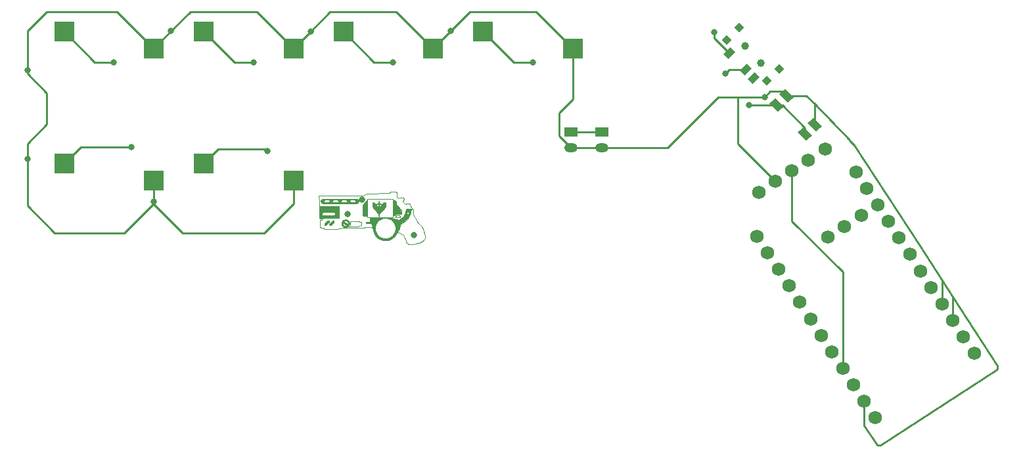
<source format=gbr>
%TF.GenerationSoftware,KiCad,Pcbnew,9.0.0*%
%TF.CreationDate,2025-02-26T19:39:31-08:00*%
%TF.ProjectId,revolver_reversible,7265766f-6c76-4657-925f-726576657273,v1.0.0*%
%TF.SameCoordinates,Original*%
%TF.FileFunction,Copper,L2,Bot*%
%TF.FilePolarity,Positive*%
%FSLAX46Y46*%
G04 Gerber Fmt 4.6, Leading zero omitted, Abs format (unit mm)*
G04 Created by KiCad (PCBNEW 9.0.0) date 2025-02-26 19:39:31*
%MOMM*%
%LPD*%
G01*
G04 APERTURE LIST*
G04 Aperture macros list*
%AMRotRect*
0 Rectangle, with rotation*
0 The origin of the aperture is its center*
0 $1 length*
0 $2 width*
0 $3 Rotation angle, in degrees counterclockwise*
0 Add horizontal line*
21,1,$1,$2,0,0,$3*%
G04 Aperture macros list end*
%TA.AperFunction,NonConductor*%
%ADD10C,0.026458*%
%TD*%
%TA.AperFunction,NonConductor*%
%ADD11C,0.013514*%
%TD*%
%TA.AperFunction,NonConductor*%
%ADD12C,0.006757*%
%TD*%
%TA.AperFunction,SMDPad,CuDef*%
%ADD13RotRect,0.900000X0.900000X314.000000*%
%TD*%
%TA.AperFunction,WasherPad*%
%ADD14C,1.000000*%
%TD*%
%TA.AperFunction,SMDPad,CuDef*%
%ADD15RotRect,0.900000X1.250000X314.000000*%
%TD*%
%TA.AperFunction,SMDPad,CuDef*%
%ADD16R,2.600000X2.600000*%
%TD*%
%TA.AperFunction,SMDPad,CuDef*%
%ADD17RotRect,1.550000X1.000000X314.000000*%
%TD*%
%TA.AperFunction,ComponentPad*%
%ADD18R,1.700000X1.200000*%
%TD*%
%TA.AperFunction,ComponentPad*%
%ADD19O,1.700000X1.200000*%
%TD*%
%TA.AperFunction,ComponentPad*%
%ADD20C,1.752600*%
%TD*%
%TA.AperFunction,ViaPad*%
%ADD21C,0.800000*%
%TD*%
%TA.AperFunction,Conductor*%
%ADD22C,0.250000*%
%TD*%
G04 APERTURE END LIST*
D10*
X138152741Y-101090583D02*
X138194318Y-101092585D01*
X138276839Y-101100530D01*
X138358326Y-101113631D01*
X138438552Y-101131777D01*
X138517291Y-101154853D01*
X138594315Y-101182745D01*
X138669396Y-101215340D01*
X138742308Y-101252524D01*
X138812823Y-101294183D01*
X138880714Y-101340204D01*
X138945754Y-101390473D01*
X139007715Y-101444876D01*
X139066370Y-101503299D01*
X139121492Y-101565629D01*
X139147657Y-101598224D01*
X139172854Y-101631752D01*
X139197054Y-101666201D01*
X139220228Y-101701555D01*
X139224092Y-101707640D01*
X139226015Y-101710689D01*
X139227927Y-101713751D01*
X139239140Y-101732240D01*
X139250072Y-101750942D01*
X139260718Y-101769871D01*
X139271075Y-101789044D01*
X139274048Y-101794729D01*
X139276966Y-101800452D01*
X139282757Y-101811936D01*
X139291717Y-101829925D01*
X139300475Y-101848052D01*
X139308977Y-101866362D01*
X139313116Y-101875601D01*
X139317171Y-101884902D01*
X139318906Y-101888987D01*
X139320603Y-101893097D01*
X139323913Y-101901371D01*
X139330453Y-101917975D01*
X139335950Y-101931415D01*
X139341527Y-101944798D01*
X139344278Y-101951513D01*
X139346968Y-101958270D01*
X139349568Y-101965085D01*
X139352053Y-101971977D01*
X139352660Y-101973813D01*
X139353217Y-101975653D01*
X139354245Y-101979341D01*
X139355264Y-101983028D01*
X139355807Y-101984869D01*
X139356395Y-101986705D01*
X139356670Y-101987476D01*
X139356955Y-101988239D01*
X139357542Y-101989751D01*
X139358124Y-101991265D01*
X139358404Y-101992030D01*
X139358670Y-101992805D01*
X139360385Y-101998185D01*
X139361980Y-102003573D01*
X139364938Y-102014364D01*
X139367797Y-102025164D01*
X139369270Y-102030561D01*
X139370812Y-102035955D01*
X139381651Y-102072585D01*
X139384264Y-102081747D01*
X139386777Y-102090916D01*
X139389159Y-102100094D01*
X139391381Y-102109283D01*
X139393449Y-102118527D01*
X139395361Y-102127774D01*
X139398835Y-102146273D01*
X139405179Y-102183284D01*
X139408456Y-102202893D01*
X139411496Y-102222487D01*
X139414232Y-102242077D01*
X139416598Y-102261677D01*
X139419103Y-102284977D01*
X139421345Y-102308260D01*
X139422317Y-102319893D01*
X139423164Y-102331519D01*
X139423865Y-102343137D01*
X139424401Y-102354746D01*
X139424550Y-102360817D01*
X139424595Y-102366878D01*
X139424476Y-102378977D01*
X139424255Y-102391065D01*
X139424141Y-102403166D01*
X139424108Y-102440440D01*
X139423776Y-102459036D01*
X139423456Y-102468316D01*
X139423003Y-102477580D01*
X139422550Y-102484627D01*
X139421995Y-102491653D01*
X139420667Y-102505664D01*
X139417733Y-102533650D01*
X139414422Y-102566519D01*
X139412530Y-102582903D01*
X139411464Y-102591074D01*
X139410293Y-102599227D01*
X139409176Y-102606315D01*
X139407974Y-102613381D01*
X139405379Y-102627462D01*
X139399853Y-102655554D01*
X139396711Y-102671490D01*
X139393469Y-102687389D01*
X139390034Y-102703235D01*
X139388215Y-102711134D01*
X139386314Y-102719013D01*
X139382780Y-102732725D01*
X139379035Y-102746363D01*
X139375145Y-102759954D01*
X139371175Y-102773531D01*
X139366467Y-102789353D01*
X139361612Y-102805113D01*
X139356564Y-102820804D01*
X139351278Y-102836421D01*
X139346785Y-102849048D01*
X139342153Y-102861610D01*
X139337393Y-102874122D01*
X139332519Y-102886599D01*
X139330961Y-102890663D01*
X139329458Y-102894748D01*
X139326526Y-102902948D01*
X139323542Y-102911125D01*
X139321974Y-102915182D01*
X139320324Y-102919207D01*
X139318746Y-102922781D01*
X139317080Y-102926312D01*
X139315352Y-102929814D01*
X139313587Y-102933299D01*
X139310053Y-102940268D01*
X139308334Y-102943777D01*
X139306683Y-102947319D01*
X139299802Y-102962201D01*
X139292734Y-102976978D01*
X139285482Y-102991667D01*
X139278052Y-103006282D01*
X139269765Y-103022242D01*
X139261299Y-103038087D01*
X139252618Y-103053817D01*
X139243688Y-103069430D01*
X139237272Y-103080170D01*
X139230715Y-103090816D01*
X139224055Y-103101401D01*
X139217333Y-103111960D01*
X139205663Y-103130140D01*
X139193767Y-103148156D01*
X139187712Y-103157094D01*
X139181575Y-103165980D01*
X139175345Y-103174811D01*
X139169015Y-103183584D01*
X139166722Y-103186664D01*
X139164398Y-103189719D01*
X139159683Y-103195778D01*
X139154933Y-103201812D01*
X139150206Y-103207872D01*
X139133968Y-103228745D01*
X139125726Y-103239081D01*
X139117387Y-103249343D01*
X139108942Y-103259524D01*
X139100381Y-103269617D01*
X139091694Y-103279618D01*
X139082872Y-103289520D01*
X139082842Y-103289558D01*
X139082815Y-103289595D01*
X139082762Y-103289670D01*
X139082712Y-103289745D01*
X139082659Y-103289820D01*
X139082631Y-103289858D01*
X139082602Y-103289895D01*
X139082570Y-103289933D01*
X139082537Y-103289970D01*
X139082500Y-103290008D01*
X139082461Y-103290045D01*
X139082418Y-103290083D01*
X139082371Y-103290120D01*
X139054414Y-103320113D01*
X139025498Y-103349288D01*
X138995631Y-103377614D01*
X138964826Y-103405059D01*
X138933091Y-103431594D01*
X138900438Y-103457188D01*
X138866877Y-103481809D01*
X138832418Y-103505426D01*
X138797071Y-103528009D01*
X138760847Y-103549528D01*
X138723756Y-103569950D01*
X138685809Y-103589245D01*
X138647015Y-103607383D01*
X138607385Y-103624332D01*
X138566930Y-103640062D01*
X138525659Y-103654542D01*
X138493329Y-103664828D01*
X138460928Y-103674237D01*
X138428472Y-103682776D01*
X138395973Y-103690453D01*
X138363445Y-103697274D01*
X138330903Y-103703247D01*
X138298360Y-103708380D01*
X138265830Y-103712678D01*
X138220285Y-103717308D01*
X138174827Y-103720325D01*
X138129492Y-103721745D01*
X138084315Y-103721588D01*
X138039333Y-103719871D01*
X137994580Y-103716612D01*
X137950094Y-103711831D01*
X137905908Y-103705545D01*
X137862060Y-103697772D01*
X137818584Y-103688530D01*
X137732892Y-103665714D01*
X137649119Y-103637243D01*
X137567549Y-103603262D01*
X137488467Y-103563917D01*
X137412160Y-103519353D01*
X137338912Y-103469716D01*
X137269008Y-103415153D01*
X137235399Y-103386069D01*
X137202734Y-103355808D01*
X137171047Y-103324388D01*
X137140375Y-103291827D01*
X137110753Y-103258144D01*
X137082216Y-103223357D01*
X137054801Y-103187483D01*
X137028543Y-103150542D01*
X137025141Y-103145499D01*
X137021815Y-103140392D01*
X137015320Y-103130048D01*
X137008912Y-103119628D01*
X137002444Y-103109253D01*
X136986122Y-103083666D01*
X136978097Y-103070765D01*
X136974181Y-103064233D01*
X136970353Y-103057628D01*
X136965604Y-103049161D01*
X136960967Y-103040610D01*
X136956423Y-103031990D01*
X136951956Y-103023311D01*
X136943177Y-103005833D01*
X136934491Y-102988278D01*
X136932613Y-102984526D01*
X136930700Y-102980800D01*
X136926831Y-102973382D01*
X136923006Y-102965931D01*
X136921149Y-102962165D01*
X136919349Y-102958357D01*
X136914212Y-102947086D01*
X136909200Y-102935727D01*
X136904304Y-102924289D01*
X136899517Y-102912776D01*
X136890229Y-102889556D01*
X136881264Y-102866116D01*
X136880752Y-102864795D01*
X136880217Y-102863490D01*
X136879107Y-102860905D01*
X136878003Y-102858316D01*
X136877474Y-102857006D01*
X136876972Y-102855678D01*
X136876223Y-102853637D01*
X136875452Y-102851608D01*
X136873874Y-102847568D01*
X136873377Y-102846239D01*
X136872854Y-102844928D01*
X136871766Y-102842330D01*
X136870686Y-102839730D01*
X136870172Y-102838413D01*
X136869688Y-102837078D01*
X136869603Y-102836820D01*
X136869527Y-102836562D01*
X136869390Y-102836047D01*
X136869321Y-102835789D01*
X136869249Y-102835530D01*
X136869168Y-102835270D01*
X136869124Y-102835139D01*
X136869077Y-102835008D01*
X136866437Y-102828345D01*
X136865161Y-102824986D01*
X136864549Y-102823288D01*
X136863960Y-102821573D01*
X136860891Y-102811993D01*
X136858018Y-102802397D01*
X136855301Y-102792788D01*
X136852700Y-102783171D01*
X136842669Y-102744678D01*
X136839645Y-102733915D01*
X136836510Y-102723166D01*
X136833470Y-102712410D01*
X136832050Y-102707025D01*
X136830731Y-102701632D01*
X136828804Y-102692935D01*
X136827023Y-102684237D01*
X136823785Y-102666838D01*
X136817814Y-102632024D01*
X136812020Y-102600525D01*
X136809305Y-102584782D01*
X136808092Y-102576908D01*
X136807014Y-102569030D01*
X136806310Y-102562916D01*
X136805714Y-102556808D01*
X136804742Y-102544604D01*
X136803885Y-102532404D01*
X136802932Y-102520196D01*
X136801052Y-102499030D01*
X136799318Y-102477880D01*
X136797930Y-102456752D01*
X136797430Y-102446198D01*
X136797093Y-102435653D01*
X136797058Y-102432497D01*
X136797082Y-102429347D01*
X136797240Y-102423063D01*
X136797430Y-102416782D01*
X136797494Y-102413637D01*
X136797514Y-102410487D01*
X136797558Y-102383857D01*
X136798014Y-102357276D01*
X136798435Y-102344011D01*
X136799007Y-102330765D01*
X136799745Y-102317542D01*
X136800664Y-102304343D01*
X136800727Y-102303598D01*
X136800802Y-102302855D01*
X136800978Y-102301372D01*
X136801375Y-102298403D01*
X136806063Y-102251429D01*
X136812419Y-102204773D01*
X136820422Y-102158475D01*
X136830053Y-102112579D01*
X136854115Y-102022163D01*
X136884443Y-101933865D01*
X136920876Y-101848024D01*
X136963252Y-101764982D01*
X137011410Y-101685079D01*
X137065187Y-101608655D01*
X137094133Y-101571855D01*
X137124423Y-101536051D01*
X137156037Y-101501288D01*
X137188955Y-101467608D01*
X137223157Y-101435053D01*
X137258622Y-101403665D01*
X137295331Y-101373488D01*
X137333262Y-101344564D01*
X137372397Y-101316935D01*
X137412714Y-101290645D01*
X137454194Y-101265734D01*
X137496816Y-101242247D01*
X137540560Y-101220226D01*
X137585406Y-101199713D01*
X137631334Y-101180750D01*
X137678323Y-101163381D01*
X137702284Y-101155287D01*
X137726293Y-101147682D01*
X137750345Y-101140563D01*
X137774433Y-101133926D01*
X137798551Y-101127767D01*
X137822693Y-101122082D01*
X137846852Y-101116867D01*
X137871024Y-101112119D01*
X137876657Y-101111138D01*
X137906009Y-101106131D01*
X137935363Y-101101807D01*
X137964708Y-101098163D01*
X137994035Y-101095193D01*
X138023334Y-101092892D01*
X138052594Y-101091255D01*
X138081806Y-101090276D01*
X138110959Y-101089951D01*
X138110992Y-101089913D01*
X138152741Y-101090583D01*
X133001544Y-101288498D02*
X133026017Y-101290318D01*
X133050282Y-101293333D01*
X133074299Y-101297523D01*
X133098026Y-101302873D01*
X133121423Y-101309366D01*
X133144449Y-101316984D01*
X133167063Y-101325712D01*
X133189225Y-101335531D01*
X133210894Y-101346426D01*
X133232029Y-101358379D01*
X133252590Y-101371373D01*
X133272536Y-101385392D01*
X133291825Y-101400419D01*
X133310418Y-101416437D01*
X133328273Y-101433428D01*
X133345265Y-101451284D01*
X133361282Y-101469876D01*
X133376309Y-101489166D01*
X133390328Y-101509111D01*
X133403322Y-101529672D01*
X133415275Y-101550807D01*
X133426170Y-101572476D01*
X133435990Y-101594638D01*
X133444717Y-101617252D01*
X133452336Y-101640278D01*
X133458828Y-101663675D01*
X133464178Y-101687402D01*
X133468369Y-101711418D01*
X133471383Y-101735683D01*
X133473204Y-101760156D01*
X133473814Y-101784796D01*
X133473204Y-101809437D01*
X133471383Y-101833910D01*
X133468369Y-101858175D01*
X133464178Y-101882192D01*
X133458828Y-101905919D01*
X133452335Y-101929316D01*
X133444717Y-101952342D01*
X133435989Y-101974956D01*
X133426170Y-101997118D01*
X133415275Y-102018787D01*
X133403322Y-102039922D01*
X133390327Y-102060483D01*
X133376308Y-102080428D01*
X133361281Y-102099718D01*
X133345264Y-102118310D01*
X133328272Y-102136166D01*
X133310417Y-102153157D01*
X133291824Y-102169175D01*
X133272535Y-102184202D01*
X133252589Y-102198221D01*
X133232029Y-102211215D01*
X133210893Y-102223168D01*
X133189224Y-102234063D01*
X133167062Y-102243882D01*
X133144448Y-102252610D01*
X133121422Y-102260228D01*
X133098025Y-102266721D01*
X133074297Y-102272071D01*
X133050281Y-102276261D01*
X133026016Y-102279276D01*
X133001542Y-102281096D01*
X132976902Y-102281707D01*
X132951331Y-102281061D01*
X132926096Y-102279142D01*
X132901227Y-102275982D01*
X132876757Y-102271612D01*
X132852716Y-102266063D01*
X132829136Y-102259367D01*
X132806047Y-102251555D01*
X132783482Y-102242657D01*
X132761471Y-102232706D01*
X132740045Y-102221733D01*
X132719236Y-102209768D01*
X132699075Y-102196843D01*
X132679593Y-102182989D01*
X132660821Y-102168237D01*
X132642791Y-102152619D01*
X132625533Y-102136165D01*
X132609080Y-102118908D01*
X132593462Y-102100878D01*
X132578710Y-102082106D01*
X132564856Y-102062624D01*
X132551931Y-102042463D01*
X132539966Y-102021654D01*
X132528992Y-102000228D01*
X132519041Y-101978217D01*
X132510144Y-101955651D01*
X132502332Y-101932563D01*
X132495635Y-101908982D01*
X132490087Y-101884942D01*
X132485717Y-101860471D01*
X132482557Y-101835603D01*
X132480638Y-101810368D01*
X132479991Y-101784797D01*
X132479992Y-101784798D01*
X132480638Y-101759227D01*
X132482557Y-101733992D01*
X132485717Y-101709123D01*
X132490087Y-101684653D01*
X132495636Y-101660612D01*
X132502332Y-101637032D01*
X132510144Y-101613943D01*
X132519042Y-101591378D01*
X132528993Y-101569366D01*
X132539966Y-101547941D01*
X132551931Y-101527131D01*
X132564856Y-101506970D01*
X132578711Y-101487488D01*
X132593462Y-101468716D01*
X132609080Y-101450686D01*
X132625534Y-101433429D01*
X132642791Y-101416975D01*
X132660821Y-101401357D01*
X132679593Y-101386606D01*
X132699075Y-101372752D01*
X132719237Y-101359826D01*
X132740046Y-101347861D01*
X132761472Y-101336888D01*
X132783483Y-101326937D01*
X132806048Y-101318039D01*
X132829137Y-101310227D01*
X132852717Y-101303531D01*
X132876758Y-101297982D01*
X132901229Y-101293612D01*
X132926097Y-101290452D01*
X132951332Y-101288533D01*
X132976903Y-101287887D01*
X133001544Y-101288498D01*
X130826253Y-98756755D02*
X130833619Y-98757312D01*
X130840876Y-98758228D01*
X130848014Y-98759496D01*
X130855024Y-98761107D01*
X130861899Y-98763050D01*
X130868628Y-98765318D01*
X130875203Y-98767901D01*
X130881615Y-98770791D01*
X130887854Y-98773978D01*
X130893913Y-98777454D01*
X130899781Y-98781209D01*
X130905451Y-98785235D01*
X130910912Y-98789522D01*
X130916157Y-98794063D01*
X130921176Y-98798847D01*
X130925960Y-98803865D01*
X130930500Y-98809110D01*
X130934788Y-98814572D01*
X130938814Y-98820241D01*
X130942569Y-98826110D01*
X130946044Y-98832168D01*
X130949232Y-98838408D01*
X130952121Y-98844819D01*
X130954705Y-98851394D01*
X130956972Y-98858123D01*
X130958916Y-98864998D01*
X130960526Y-98872008D01*
X130961794Y-98879146D01*
X130962711Y-98886403D01*
X130963268Y-98893769D01*
X130963455Y-98901235D01*
X130963455Y-98902175D01*
X130963268Y-98909642D01*
X130962711Y-98917007D01*
X130961794Y-98924264D01*
X130960526Y-98931402D01*
X130958916Y-98938413D01*
X130956972Y-98945287D01*
X130954704Y-98952016D01*
X130952121Y-98958591D01*
X130949231Y-98965002D01*
X130946044Y-98971242D01*
X130942568Y-98977300D01*
X130938813Y-98983169D01*
X130934787Y-98988838D01*
X130930500Y-98994300D01*
X130925959Y-98999544D01*
X130921175Y-99004563D01*
X130916156Y-99009347D01*
X130910912Y-99013887D01*
X130905450Y-99018175D01*
X130899781Y-99022201D01*
X130893912Y-99025956D01*
X130887854Y-99029432D01*
X130881614Y-99032619D01*
X130875202Y-99035508D01*
X130868627Y-99038092D01*
X130861898Y-99040360D01*
X130855024Y-99042303D01*
X130848013Y-99043913D01*
X130840875Y-99045181D01*
X130833619Y-99046098D01*
X130826253Y-99046655D01*
X130818787Y-99046842D01*
X130307405Y-99046842D01*
X130299939Y-99046655D01*
X130292573Y-99046098D01*
X130285316Y-99045181D01*
X130278178Y-99043913D01*
X130271168Y-99042303D01*
X130264293Y-99040360D01*
X130257564Y-99038092D01*
X130250990Y-99035509D01*
X130244578Y-99032619D01*
X130238338Y-99029432D01*
X130232280Y-99025956D01*
X130226411Y-99022201D01*
X130220742Y-99018175D01*
X130215280Y-99013888D01*
X130210036Y-99009347D01*
X130205017Y-99004564D01*
X130200233Y-98999545D01*
X130195693Y-98994300D01*
X130191405Y-98988839D01*
X130187379Y-98983169D01*
X130183624Y-98977301D01*
X130180149Y-98971242D01*
X130176961Y-98965003D01*
X130174072Y-98958591D01*
X130171489Y-98952016D01*
X130169221Y-98945287D01*
X130167277Y-98938413D01*
X130165667Y-98931402D01*
X130164399Y-98924264D01*
X130163482Y-98917008D01*
X130162926Y-98909642D01*
X130162738Y-98902175D01*
X130162738Y-98901235D01*
X130162926Y-98893769D01*
X130163482Y-98886403D01*
X130164399Y-98879146D01*
X130165667Y-98872008D01*
X130167277Y-98864998D01*
X130169221Y-98858123D01*
X130171489Y-98851394D01*
X130174072Y-98844819D01*
X130176961Y-98838408D01*
X130180149Y-98832168D01*
X130183624Y-98826110D01*
X130187379Y-98820241D01*
X130191405Y-98814572D01*
X130195693Y-98809110D01*
X130200233Y-98803865D01*
X130205017Y-98798847D01*
X130210036Y-98794063D01*
X130215280Y-98789522D01*
X130220742Y-98785235D01*
X130226411Y-98781209D01*
X130232280Y-98777454D01*
X130238338Y-98773978D01*
X130244578Y-98770791D01*
X130250990Y-98767901D01*
X130257564Y-98765318D01*
X130264293Y-98763050D01*
X130271168Y-98761107D01*
X130278178Y-98759496D01*
X130285316Y-98758228D01*
X130292573Y-98757312D01*
X130299939Y-98756755D01*
X130307405Y-98756567D01*
X130818787Y-98756567D01*
X130826253Y-98756755D01*
X139355953Y-98821205D02*
X139508850Y-99008783D01*
X139508850Y-99328909D02*
X140177770Y-100093387D01*
X135748556Y-100842661D02*
X135304191Y-100842661D01*
X135237321Y-100739928D01*
X135180012Y-100739928D01*
X135180012Y-99367143D01*
X135748556Y-98736433D01*
X135748556Y-100842661D01*
X130765574Y-101416181D02*
X130772049Y-101416609D01*
X130778468Y-101417353D01*
X130784821Y-101418414D01*
X130791096Y-101419792D01*
X130797280Y-101421489D01*
X130803361Y-101423503D01*
X130809328Y-101425838D01*
X130815168Y-101428492D01*
X130820869Y-101431466D01*
X130826420Y-101434762D01*
X130831809Y-101438380D01*
X130837023Y-101442320D01*
X130842050Y-101446584D01*
X130846880Y-101451171D01*
X130851443Y-101456023D01*
X130855681Y-101461072D01*
X130859595Y-101466306D01*
X130863186Y-101471712D01*
X130866454Y-101477280D01*
X130869400Y-101482996D01*
X130872025Y-101488849D01*
X130874329Y-101494827D01*
X130876313Y-101500918D01*
X130877979Y-101507111D01*
X130879326Y-101513392D01*
X130880355Y-101519750D01*
X130881067Y-101526174D01*
X130881463Y-101532650D01*
X130881543Y-101539168D01*
X130881308Y-101545715D01*
X130880760Y-101552279D01*
X130879898Y-101558848D01*
X130878723Y-101565410D01*
X130877236Y-101571954D01*
X130875438Y-101578467D01*
X130873330Y-101584937D01*
X130870911Y-101591353D01*
X130868184Y-101597702D01*
X130865148Y-101603973D01*
X130861804Y-101610152D01*
X130858154Y-101616230D01*
X130854197Y-101622192D01*
X130849934Y-101628029D01*
X130845367Y-101633727D01*
X130840496Y-101639274D01*
X130835321Y-101644659D01*
X130501892Y-101976425D01*
X130496481Y-101981573D01*
X130490910Y-101986417D01*
X130485189Y-101990955D01*
X130479332Y-101995189D01*
X130473349Y-101999116D01*
X130467254Y-102002736D01*
X130461057Y-102006049D01*
X130454772Y-102009053D01*
X130448409Y-102011749D01*
X130441981Y-102014135D01*
X130435501Y-102016211D01*
X130428979Y-102017977D01*
X130422428Y-102019431D01*
X130415859Y-102020573D01*
X130409286Y-102021402D01*
X130402719Y-102021918D01*
X130396171Y-102022120D01*
X130389654Y-102022007D01*
X130383179Y-102021579D01*
X130376760Y-102020834D01*
X130370406Y-102019773D01*
X130364132Y-102018395D01*
X130357948Y-102016699D01*
X130351867Y-102014684D01*
X130345900Y-102012350D01*
X130340060Y-102009696D01*
X130334359Y-102006721D01*
X130328807Y-102003426D01*
X130323419Y-101999808D01*
X130318205Y-101995867D01*
X130313177Y-101991604D01*
X130308348Y-101987016D01*
X130303785Y-101982164D01*
X130299547Y-101977115D01*
X130295632Y-101971882D01*
X130292042Y-101966475D01*
X130288774Y-101960908D01*
X130285828Y-101955191D01*
X130283203Y-101949338D01*
X130280899Y-101943360D01*
X130278914Y-101937269D01*
X130277249Y-101931076D01*
X130275902Y-101924795D01*
X130274873Y-101918437D01*
X130274161Y-101912013D01*
X130273765Y-101905537D01*
X130273685Y-101899019D01*
X130273920Y-101892472D01*
X130274468Y-101885908D01*
X130275330Y-101879339D01*
X130276505Y-101872777D01*
X130277992Y-101866233D01*
X130279790Y-101859720D01*
X130281899Y-101853249D01*
X130284317Y-101846834D01*
X130287044Y-101840485D01*
X130290080Y-101834214D01*
X130293424Y-101828034D01*
X130297074Y-101821957D01*
X130301031Y-101815994D01*
X130305294Y-101810158D01*
X130309861Y-101804460D01*
X130314732Y-101798913D01*
X130319907Y-101793528D01*
X130653336Y-101461762D01*
X130658746Y-101456614D01*
X130664318Y-101451770D01*
X130670039Y-101447232D01*
X130675896Y-101442999D01*
X130681879Y-101439072D01*
X130687974Y-101435451D01*
X130694171Y-101432139D01*
X130700456Y-101429134D01*
X130706819Y-101426438D01*
X130713247Y-101424052D01*
X130719728Y-101421976D01*
X130726250Y-101420211D01*
X130732801Y-101418757D01*
X130739369Y-101417615D01*
X130745942Y-101416785D01*
X130752509Y-101416270D01*
X130759057Y-101416068D01*
X130765574Y-101416181D01*
X140177770Y-100093387D02*
X140153878Y-100599854D01*
X140153878Y-100599854D02*
X139432402Y-100599854D01*
X140818019Y-99915965D02*
X141537107Y-99930936D01*
X133056098Y-98756755D02*
X133063464Y-98757312D01*
X133070721Y-98758228D01*
X133077859Y-98759496D01*
X133084869Y-98761107D01*
X133091744Y-98763050D01*
X133098473Y-98765318D01*
X133105047Y-98767901D01*
X133111459Y-98770791D01*
X133117699Y-98773978D01*
X133123757Y-98777454D01*
X133129626Y-98781209D01*
X133135295Y-98785235D01*
X133140757Y-98789522D01*
X133146001Y-98794063D01*
X133151020Y-98798847D01*
X133155804Y-98803865D01*
X133160344Y-98809110D01*
X133164632Y-98814572D01*
X133168658Y-98820241D01*
X133172413Y-98826110D01*
X133175888Y-98832168D01*
X133179076Y-98838408D01*
X133181965Y-98844819D01*
X133184548Y-98851394D01*
X133186816Y-98858123D01*
X133188760Y-98864998D01*
X133190370Y-98872008D01*
X133191638Y-98879146D01*
X133192555Y-98886403D01*
X133193112Y-98893769D01*
X133193299Y-98901235D01*
X133193299Y-98902175D01*
X133193112Y-98909642D01*
X133192555Y-98917007D01*
X133191638Y-98924264D01*
X133190370Y-98931402D01*
X133188760Y-98938413D01*
X133186816Y-98945287D01*
X133184548Y-98952016D01*
X133181965Y-98958591D01*
X133179076Y-98965002D01*
X133175888Y-98971242D01*
X133172413Y-98977300D01*
X133168658Y-98983169D01*
X133164632Y-98988838D01*
X133160344Y-98994300D01*
X133155804Y-98999544D01*
X133151020Y-99004563D01*
X133146001Y-99009347D01*
X133140757Y-99013887D01*
X133135295Y-99018175D01*
X133129626Y-99022201D01*
X133123757Y-99025956D01*
X133117699Y-99029432D01*
X133111459Y-99032619D01*
X133105047Y-99035508D01*
X133098473Y-99038092D01*
X133091744Y-99040360D01*
X133084869Y-99042303D01*
X133077859Y-99043913D01*
X133070721Y-99045181D01*
X133063464Y-99046098D01*
X133056098Y-99046655D01*
X133048632Y-99046842D01*
X132537250Y-99046842D01*
X132529783Y-99046655D01*
X132522417Y-99046098D01*
X132515161Y-99045181D01*
X132508023Y-99043913D01*
X132501012Y-99042303D01*
X132494138Y-99040360D01*
X132487409Y-99038092D01*
X132480834Y-99035509D01*
X132474422Y-99032619D01*
X132468183Y-99029432D01*
X132462124Y-99025956D01*
X132456256Y-99022201D01*
X132450586Y-99018175D01*
X132445125Y-99013888D01*
X132439880Y-99009347D01*
X132434861Y-99004564D01*
X132430077Y-98999545D01*
X132425537Y-98994300D01*
X132421250Y-98988839D01*
X132417224Y-98983169D01*
X132413469Y-98977301D01*
X132409993Y-98971242D01*
X132406806Y-98965003D01*
X132403916Y-98958591D01*
X132401333Y-98952016D01*
X132399065Y-98945287D01*
X132397122Y-98938413D01*
X132395512Y-98931402D01*
X132394244Y-98924264D01*
X132393327Y-98917008D01*
X132392770Y-98909642D01*
X132392583Y-98902175D01*
X132392583Y-98901235D01*
X132392770Y-98893769D01*
X132393327Y-98886403D01*
X132394244Y-98879146D01*
X132395512Y-98872008D01*
X132397122Y-98864998D01*
X132399065Y-98858123D01*
X132401333Y-98851394D01*
X132403916Y-98844819D01*
X132406806Y-98838408D01*
X132409993Y-98832168D01*
X132413469Y-98826110D01*
X132417224Y-98820241D01*
X132421250Y-98814572D01*
X132425537Y-98809110D01*
X132430077Y-98803865D01*
X132434861Y-98798847D01*
X132439880Y-98794063D01*
X132445125Y-98789522D01*
X132450586Y-98785235D01*
X132456256Y-98781209D01*
X132462124Y-98777454D01*
X132468183Y-98773978D01*
X132474422Y-98770791D01*
X132480834Y-98767901D01*
X132487409Y-98765318D01*
X132494138Y-98763050D01*
X132501012Y-98761107D01*
X132508023Y-98759496D01*
X132515161Y-98758228D01*
X132522417Y-98757312D01*
X132529783Y-98756755D01*
X132537250Y-98756567D01*
X133048632Y-98756567D01*
X133056098Y-98756755D01*
D11*
X132126627Y-100622815D02*
X132126449Y-100704512D01*
X132126204Y-100740881D01*
X132125842Y-100774433D01*
X132125354Y-100805297D01*
X132124730Y-100833599D01*
X132123962Y-100859466D01*
X132123040Y-100883026D01*
X132121954Y-100904406D01*
X132120695Y-100923733D01*
X132119254Y-100941134D01*
X132117621Y-100956738D01*
X132115787Y-100970670D01*
X132113744Y-100983059D01*
X132111480Y-100994031D01*
X132110263Y-100999026D01*
X132108987Y-101003714D01*
X132107652Y-101008112D01*
X132106256Y-101012235D01*
X132104799Y-101016100D01*
X132103278Y-101019722D01*
X132101693Y-101023117D01*
X132100042Y-101026301D01*
X132098325Y-101029290D01*
X132096540Y-101032100D01*
X132094686Y-101034747D01*
X132092762Y-101037246D01*
X132090767Y-101039614D01*
X132088699Y-101041867D01*
X132084341Y-101046089D01*
X132079680Y-101050041D01*
X132074705Y-101053849D01*
X132069408Y-101057640D01*
X132069411Y-101057642D01*
X132052330Y-101063348D01*
X132013949Y-101067864D01*
X131841726Y-101073853D01*
X131489617Y-101076670D01*
X130894499Y-101077373D01*
X129747759Y-101077373D01*
X129708255Y-101037869D01*
X129668752Y-100998366D01*
X129668752Y-100606075D01*
X129899782Y-100606075D01*
X129900269Y-100627987D01*
X129900756Y-100638257D01*
X129901410Y-100648089D01*
X129902236Y-100657495D01*
X129903239Y-100666488D01*
X129904424Y-100675082D01*
X129905794Y-100683289D01*
X129907354Y-100691123D01*
X129909109Y-100698597D01*
X129911064Y-100705724D01*
X129913222Y-100712517D01*
X129915589Y-100718990D01*
X129918168Y-100725156D01*
X129920964Y-100731027D01*
X129923983Y-100736618D01*
X129927227Y-100741941D01*
X129930702Y-100747009D01*
X129934413Y-100751836D01*
X129938363Y-100756434D01*
X129942557Y-100760818D01*
X129947000Y-100765000D01*
X129951697Y-100768993D01*
X129956651Y-100772810D01*
X129961867Y-100776465D01*
X129967350Y-100779972D01*
X129973104Y-100783342D01*
X129979134Y-100786589D01*
X129996404Y-100792523D01*
X130026227Y-100797216D01*
X130073913Y-100800807D01*
X130144770Y-100803433D01*
X130377238Y-100806340D01*
X130766107Y-100807037D01*
X131005970Y-100806933D01*
X131104000Y-100806762D01*
X131188825Y-100806465D01*
X131261490Y-100806005D01*
X131323044Y-100805347D01*
X131374532Y-100804455D01*
X131417002Y-100803294D01*
X131435182Y-100802600D01*
X131451500Y-100801827D01*
X131466087Y-100800967D01*
X131479073Y-100800018D01*
X131490589Y-100798975D01*
X131500767Y-100797833D01*
X131509737Y-100796588D01*
X131517630Y-100795236D01*
X131524576Y-100793771D01*
X131530707Y-100792189D01*
X131536154Y-100790487D01*
X131541046Y-100788659D01*
X131545516Y-100786701D01*
X131549694Y-100784609D01*
X131553710Y-100782378D01*
X131557697Y-100780003D01*
X131568114Y-100773282D01*
X131577499Y-100766372D01*
X131585901Y-100759121D01*
X131593369Y-100751377D01*
X131599954Y-100742989D01*
X131605705Y-100733804D01*
X131610672Y-100723671D01*
X131614905Y-100712438D01*
X131618453Y-100699954D01*
X131621367Y-100686067D01*
X131623696Y-100670624D01*
X131625490Y-100653475D01*
X131626798Y-100634467D01*
X131627671Y-100613449D01*
X131628158Y-100590269D01*
X131628310Y-100564775D01*
X131628255Y-100546639D01*
X131628077Y-100530218D01*
X131627749Y-100515385D01*
X131627249Y-100502011D01*
X131626553Y-100489968D01*
X131625635Y-100479128D01*
X131624472Y-100469361D01*
X131623041Y-100460540D01*
X131622217Y-100456444D01*
X131621316Y-100452536D01*
X131620336Y-100448800D01*
X131619274Y-100445221D01*
X131618127Y-100441782D01*
X131616891Y-100438466D01*
X131615564Y-100435259D01*
X131614142Y-100432143D01*
X131612624Y-100429104D01*
X131611004Y-100426124D01*
X131607453Y-100420280D01*
X131603464Y-100414483D01*
X131599013Y-100408604D01*
X131578171Y-100384000D01*
X131566795Y-100374047D01*
X131553169Y-100365513D01*
X131536085Y-100358291D01*
X131514332Y-100352271D01*
X131486701Y-100347344D01*
X131451983Y-100343401D01*
X131356448Y-100338028D01*
X131218051Y-100335280D01*
X130773970Y-100334166D01*
X130480410Y-100335156D01*
X130247722Y-100337896D01*
X130158435Y-100339847D01*
X130089444Y-100342145D01*
X130042439Y-100344760D01*
X130027711Y-100346176D01*
X130019115Y-100347661D01*
X130014024Y-100349208D01*
X130008743Y-100351068D01*
X130003312Y-100353214D01*
X129997773Y-100355622D01*
X129992169Y-100358267D01*
X129986539Y-100361125D01*
X129980926Y-100364171D01*
X129975372Y-100367380D01*
X129969917Y-100370727D01*
X129964605Y-100374188D01*
X129959475Y-100377737D01*
X129954570Y-100381350D01*
X129949932Y-100385003D01*
X129945601Y-100388670D01*
X129941620Y-100392327D01*
X129938030Y-100395949D01*
X129932886Y-100401605D01*
X129928282Y-100407134D01*
X129924182Y-100412687D01*
X129920552Y-100418417D01*
X129917354Y-100424475D01*
X129914554Y-100431016D01*
X129912117Y-100438189D01*
X129910006Y-100446149D01*
X129908187Y-100455047D01*
X129906623Y-100465036D01*
X129905280Y-100476268D01*
X129904121Y-100488895D01*
X129902216Y-100518944D01*
X129900624Y-100556403D01*
X129899913Y-100582249D01*
X129899782Y-100606075D01*
X129668752Y-100606075D01*
X129668752Y-100327704D01*
X129668895Y-100086128D01*
X129669245Y-99988318D01*
X129669933Y-99904329D01*
X129670438Y-99867167D01*
X129671070Y-99833038D01*
X129671844Y-99801802D01*
X129672772Y-99773320D01*
X129673870Y-99747449D01*
X129675152Y-99724051D01*
X129676632Y-99702984D01*
X129678323Y-99684108D01*
X129680241Y-99667283D01*
X129682400Y-99652368D01*
X129684813Y-99639222D01*
X129686119Y-99633269D01*
X129687495Y-99627706D01*
X129688941Y-99622514D01*
X129690460Y-99617678D01*
X129692053Y-99613178D01*
X129693722Y-99608998D01*
X129695469Y-99605120D01*
X129697296Y-99601526D01*
X129699204Y-99598199D01*
X129701196Y-99595122D01*
X129703272Y-99592276D01*
X129705435Y-99589644D01*
X129707687Y-99587209D01*
X129710028Y-99584952D01*
X129712462Y-99582858D01*
X129714990Y-99580907D01*
X129720335Y-99577367D01*
X129726076Y-99574192D01*
X129732227Y-99571241D01*
X129745821Y-99565451D01*
X129769861Y-99561512D01*
X129823012Y-99558329D01*
X130028213Y-99554107D01*
X130384546Y-99552548D01*
X130915132Y-99553413D01*
X132046643Y-99557025D01*
X132084110Y-99594487D01*
X132121578Y-99631950D01*
X132125331Y-100296896D01*
X132125993Y-100420026D01*
X132126450Y-100528326D01*
X132126518Y-100564775D01*
X132126627Y-100622815D01*
%TA.AperFunction,NonConductor*%
G36*
X132126627Y-100622815D02*
G01*
X132126449Y-100704512D01*
X132126204Y-100740881D01*
X132125842Y-100774433D01*
X132125354Y-100805297D01*
X132124730Y-100833599D01*
X132123962Y-100859466D01*
X132123040Y-100883026D01*
X132121954Y-100904406D01*
X132120695Y-100923733D01*
X132119254Y-100941134D01*
X132117621Y-100956738D01*
X132115787Y-100970670D01*
X132113744Y-100983059D01*
X132111480Y-100994031D01*
X132110263Y-100999026D01*
X132108987Y-101003714D01*
X132107652Y-101008112D01*
X132106256Y-101012235D01*
X132104799Y-101016100D01*
X132103278Y-101019722D01*
X132101693Y-101023117D01*
X132100042Y-101026301D01*
X132098325Y-101029290D01*
X132096540Y-101032100D01*
X132094686Y-101034747D01*
X132092762Y-101037246D01*
X132090767Y-101039614D01*
X132088699Y-101041867D01*
X132084341Y-101046089D01*
X132079680Y-101050041D01*
X132074705Y-101053849D01*
X132069408Y-101057640D01*
X132069411Y-101057642D01*
X132052330Y-101063348D01*
X132013949Y-101067864D01*
X131841726Y-101073853D01*
X131489617Y-101076670D01*
X130894499Y-101077373D01*
X129747759Y-101077373D01*
X129708255Y-101037869D01*
X129668752Y-100998366D01*
X129668752Y-100606075D01*
X129899782Y-100606075D01*
X129900269Y-100627987D01*
X129900756Y-100638257D01*
X129901410Y-100648089D01*
X129902236Y-100657495D01*
X129903239Y-100666488D01*
X129904424Y-100675082D01*
X129905794Y-100683289D01*
X129907354Y-100691123D01*
X129909109Y-100698597D01*
X129911064Y-100705724D01*
X129913222Y-100712517D01*
X129915589Y-100718990D01*
X129918168Y-100725156D01*
X129920964Y-100731027D01*
X129923983Y-100736618D01*
X129927227Y-100741941D01*
X129930702Y-100747009D01*
X129934413Y-100751836D01*
X129938363Y-100756434D01*
X129942557Y-100760818D01*
X129947000Y-100765000D01*
X129951697Y-100768993D01*
X129956651Y-100772810D01*
X129961867Y-100776465D01*
X129967350Y-100779972D01*
X129973104Y-100783342D01*
X129979134Y-100786589D01*
X129996404Y-100792523D01*
X130026227Y-100797216D01*
X130073913Y-100800807D01*
X130144770Y-100803433D01*
X130377238Y-100806340D01*
X130766107Y-100807037D01*
X131005970Y-100806933D01*
X131104000Y-100806762D01*
X131188825Y-100806465D01*
X131261490Y-100806005D01*
X131323044Y-100805347D01*
X131374532Y-100804455D01*
X131417002Y-100803294D01*
X131435182Y-100802600D01*
X131451500Y-100801827D01*
X131466087Y-100800967D01*
X131479073Y-100800018D01*
X131490589Y-100798975D01*
X131500767Y-100797833D01*
X131509737Y-100796588D01*
X131517630Y-100795236D01*
X131524576Y-100793771D01*
X131530707Y-100792189D01*
X131536154Y-100790487D01*
X131541046Y-100788659D01*
X131545516Y-100786701D01*
X131549694Y-100784609D01*
X131553710Y-100782378D01*
X131557697Y-100780003D01*
X131568114Y-100773282D01*
X131577499Y-100766372D01*
X131585901Y-100759121D01*
X131593369Y-100751377D01*
X131599954Y-100742989D01*
X131605705Y-100733804D01*
X131610672Y-100723671D01*
X131614905Y-100712438D01*
X131618453Y-100699954D01*
X131621367Y-100686067D01*
X131623696Y-100670624D01*
X131625490Y-100653475D01*
X131626798Y-100634467D01*
X131627671Y-100613449D01*
X131628158Y-100590269D01*
X131628310Y-100564775D01*
X131628255Y-100546639D01*
X131628077Y-100530218D01*
X131627749Y-100515385D01*
X131627249Y-100502011D01*
X131626553Y-100489968D01*
X131625635Y-100479128D01*
X131624472Y-100469361D01*
X131623041Y-100460540D01*
X131622217Y-100456444D01*
X131621316Y-100452536D01*
X131620336Y-100448800D01*
X131619274Y-100445221D01*
X131618127Y-100441782D01*
X131616891Y-100438466D01*
X131615564Y-100435259D01*
X131614142Y-100432143D01*
X131612624Y-100429104D01*
X131611004Y-100426124D01*
X131607453Y-100420280D01*
X131603464Y-100414483D01*
X131599013Y-100408604D01*
X131578171Y-100384000D01*
X131566795Y-100374047D01*
X131553169Y-100365513D01*
X131536085Y-100358291D01*
X131514332Y-100352271D01*
X131486701Y-100347344D01*
X131451983Y-100343401D01*
X131356448Y-100338028D01*
X131218051Y-100335280D01*
X130773970Y-100334166D01*
X130480410Y-100335156D01*
X130247722Y-100337896D01*
X130158435Y-100339847D01*
X130089444Y-100342145D01*
X130042439Y-100344760D01*
X130027711Y-100346176D01*
X130019115Y-100347661D01*
X130014024Y-100349208D01*
X130008743Y-100351068D01*
X130003312Y-100353214D01*
X129997773Y-100355622D01*
X129992169Y-100358267D01*
X129986539Y-100361125D01*
X129980926Y-100364171D01*
X129975372Y-100367380D01*
X129969917Y-100370727D01*
X129964605Y-100374188D01*
X129959475Y-100377737D01*
X129954570Y-100381350D01*
X129949932Y-100385003D01*
X129945601Y-100388670D01*
X129941620Y-100392327D01*
X129938030Y-100395949D01*
X129932886Y-100401605D01*
X129928282Y-100407134D01*
X129924182Y-100412687D01*
X129920552Y-100418417D01*
X129917354Y-100424475D01*
X129914554Y-100431016D01*
X129912117Y-100438189D01*
X129910006Y-100446149D01*
X129908187Y-100455047D01*
X129906623Y-100465036D01*
X129905280Y-100476268D01*
X129904121Y-100488895D01*
X129902216Y-100518944D01*
X129900624Y-100556403D01*
X129899913Y-100582249D01*
X129899782Y-100606075D01*
X129668752Y-100606075D01*
X129668752Y-100327704D01*
X129668895Y-100086128D01*
X129669245Y-99988318D01*
X129669933Y-99904329D01*
X129670438Y-99867167D01*
X129671070Y-99833038D01*
X129671844Y-99801802D01*
X129672772Y-99773320D01*
X129673870Y-99747449D01*
X129675152Y-99724051D01*
X129676632Y-99702984D01*
X129678323Y-99684108D01*
X129680241Y-99667283D01*
X129682400Y-99652368D01*
X129684813Y-99639222D01*
X129686119Y-99633269D01*
X129687495Y-99627706D01*
X129688941Y-99622514D01*
X129690460Y-99617678D01*
X129692053Y-99613178D01*
X129693722Y-99608998D01*
X129695469Y-99605120D01*
X129697296Y-99601526D01*
X129699204Y-99598199D01*
X129701196Y-99595122D01*
X129703272Y-99592276D01*
X129705435Y-99589644D01*
X129707687Y-99587209D01*
X129710028Y-99584952D01*
X129712462Y-99582858D01*
X129714990Y-99580907D01*
X129720335Y-99577367D01*
X129726076Y-99574192D01*
X129732227Y-99571241D01*
X129745821Y-99565451D01*
X129769861Y-99561512D01*
X129823012Y-99558329D01*
X130028213Y-99554107D01*
X130384546Y-99552548D01*
X130915132Y-99553413D01*
X132046643Y-99557025D01*
X132084110Y-99594487D01*
X132121578Y-99631950D01*
X132125331Y-100296896D01*
X132125993Y-100420026D01*
X132126450Y-100528326D01*
X132126518Y-100564775D01*
X132126627Y-100622815D01*
G37*
%TD.AperFunction*%
X132749028Y-101580101D02*
X132754055Y-101580606D01*
X132759504Y-101581415D01*
X132765418Y-101582510D01*
X132779222Y-101587382D01*
X132800556Y-101597648D01*
X132861322Y-101631465D01*
X132938731Y-101678167D01*
X133023798Y-101731959D01*
X133107540Y-101787046D01*
X133180972Y-101837634D01*
X133211014Y-101859430D01*
X133235109Y-101877927D01*
X133252134Y-101892403D01*
X133260967Y-101902132D01*
X133263581Y-101906529D01*
X133265830Y-101910632D01*
X133267709Y-101914487D01*
X133269217Y-101918143D01*
X133269830Y-101919910D01*
X133270350Y-101921645D01*
X133270775Y-101923354D01*
X133271106Y-101925043D01*
X133271341Y-101926717D01*
X133271481Y-101928383D01*
X133271525Y-101930046D01*
X133271473Y-101931712D01*
X133271325Y-101933388D01*
X133271080Y-101935079D01*
X133270737Y-101936791D01*
X133270297Y-101938531D01*
X133269759Y-101940303D01*
X133269123Y-101942115D01*
X133267554Y-101945878D01*
X133265588Y-101949869D01*
X133263222Y-101954134D01*
X133260452Y-101958721D01*
X133257277Y-101963678D01*
X133257278Y-101963678D01*
X133254829Y-101967185D01*
X133252176Y-101970552D01*
X133249337Y-101973768D01*
X133246333Y-101976820D01*
X133243183Y-101979696D01*
X133239907Y-101982386D01*
X133236522Y-101984875D01*
X133233050Y-101987154D01*
X133229509Y-101989209D01*
X133225919Y-101991028D01*
X133222298Y-101992601D01*
X133218667Y-101993914D01*
X133215044Y-101994957D01*
X133211449Y-101995716D01*
X133207902Y-101996180D01*
X133204421Y-101996338D01*
X133192536Y-101993221D01*
X133172530Y-101984369D01*
X133145582Y-101970530D01*
X133112871Y-101952451D01*
X133034878Y-101906560D01*
X132947988Y-101852678D01*
X132861637Y-101796783D01*
X132785260Y-101744854D01*
X132753761Y-101722246D01*
X132728295Y-101702871D01*
X132710039Y-101687478D01*
X132700176Y-101676813D01*
X132696845Y-101671643D01*
X132693967Y-101666936D01*
X132691542Y-101662621D01*
X132689573Y-101658627D01*
X132688761Y-101656728D01*
X132688063Y-101654883D01*
X132687481Y-101653081D01*
X132687014Y-101651316D01*
X132686663Y-101649577D01*
X132686428Y-101647856D01*
X132686309Y-101646143D01*
X132686307Y-101644431D01*
X132686423Y-101642710D01*
X132686655Y-101640970D01*
X132687005Y-101639204D01*
X132687473Y-101637402D01*
X132688059Y-101635556D01*
X132688764Y-101633655D01*
X132689587Y-101631693D01*
X132690529Y-101629659D01*
X132692772Y-101625341D01*
X132695495Y-101620630D01*
X132698700Y-101615456D01*
X132702390Y-101609746D01*
X132705864Y-101604594D01*
X132709200Y-101599989D01*
X132712439Y-101595912D01*
X132715625Y-101592345D01*
X132717212Y-101590747D01*
X132718801Y-101589269D01*
X132720399Y-101587909D01*
X132722010Y-101586665D01*
X132723641Y-101585535D01*
X132725296Y-101584516D01*
X132726981Y-101583605D01*
X132728701Y-101582801D01*
X132730462Y-101582101D01*
X132732269Y-101581503D01*
X132734127Y-101581004D01*
X132736042Y-101580602D01*
X132738019Y-101580295D01*
X132740064Y-101580081D01*
X132742182Y-101579957D01*
X132744378Y-101579920D01*
X132749028Y-101580101D01*
%TA.AperFunction,NonConductor*%
G36*
X132749028Y-101580101D02*
G01*
X132754055Y-101580606D01*
X132759504Y-101581415D01*
X132765418Y-101582510D01*
X132779222Y-101587382D01*
X132800556Y-101597648D01*
X132861322Y-101631465D01*
X132938731Y-101678167D01*
X133023798Y-101731959D01*
X133107540Y-101787046D01*
X133180972Y-101837634D01*
X133211014Y-101859430D01*
X133235109Y-101877927D01*
X133252134Y-101892403D01*
X133260967Y-101902132D01*
X133263581Y-101906529D01*
X133265830Y-101910632D01*
X133267709Y-101914487D01*
X133269217Y-101918143D01*
X133269830Y-101919910D01*
X133270350Y-101921645D01*
X133270775Y-101923354D01*
X133271106Y-101925043D01*
X133271341Y-101926717D01*
X133271481Y-101928383D01*
X133271525Y-101930046D01*
X133271473Y-101931712D01*
X133271325Y-101933388D01*
X133271080Y-101935079D01*
X133270737Y-101936791D01*
X133270297Y-101938531D01*
X133269759Y-101940303D01*
X133269123Y-101942115D01*
X133267554Y-101945878D01*
X133265588Y-101949869D01*
X133263222Y-101954134D01*
X133260452Y-101958721D01*
X133257277Y-101963678D01*
X133257278Y-101963678D01*
X133254829Y-101967185D01*
X133252176Y-101970552D01*
X133249337Y-101973768D01*
X133246333Y-101976820D01*
X133243183Y-101979696D01*
X133239907Y-101982386D01*
X133236522Y-101984875D01*
X133233050Y-101987154D01*
X133229509Y-101989209D01*
X133225919Y-101991028D01*
X133222298Y-101992601D01*
X133218667Y-101993914D01*
X133215044Y-101994957D01*
X133211449Y-101995716D01*
X133207902Y-101996180D01*
X133204421Y-101996338D01*
X133192536Y-101993221D01*
X133172530Y-101984369D01*
X133145582Y-101970530D01*
X133112871Y-101952451D01*
X133034878Y-101906560D01*
X132947988Y-101852678D01*
X132861637Y-101796783D01*
X132785260Y-101744854D01*
X132753761Y-101722246D01*
X132728295Y-101702871D01*
X132710039Y-101687478D01*
X132700176Y-101676813D01*
X132696845Y-101671643D01*
X132693967Y-101666936D01*
X132691542Y-101662621D01*
X132689573Y-101658627D01*
X132688761Y-101656728D01*
X132688063Y-101654883D01*
X132687481Y-101653081D01*
X132687014Y-101651316D01*
X132686663Y-101649577D01*
X132686428Y-101647856D01*
X132686309Y-101646143D01*
X132686307Y-101644431D01*
X132686423Y-101642710D01*
X132686655Y-101640970D01*
X132687005Y-101639204D01*
X132687473Y-101637402D01*
X132688059Y-101635556D01*
X132688764Y-101633655D01*
X132689587Y-101631693D01*
X132690529Y-101629659D01*
X132692772Y-101625341D01*
X132695495Y-101620630D01*
X132698700Y-101615456D01*
X132702390Y-101609746D01*
X132705864Y-101604594D01*
X132709200Y-101599989D01*
X132712439Y-101595912D01*
X132715625Y-101592345D01*
X132717212Y-101590747D01*
X132718801Y-101589269D01*
X132720399Y-101587909D01*
X132722010Y-101586665D01*
X132723641Y-101585535D01*
X132725296Y-101584516D01*
X132726981Y-101583605D01*
X132728701Y-101582801D01*
X132730462Y-101582101D01*
X132732269Y-101581503D01*
X132734127Y-101581004D01*
X132736042Y-101580602D01*
X132738019Y-101580295D01*
X132740064Y-101580081D01*
X132742182Y-101579957D01*
X132744378Y-101579920D01*
X132749028Y-101580101D01*
G37*
%TD.AperFunction*%
X141315511Y-100610454D02*
X141225975Y-100779689D01*
X141204475Y-100818634D01*
X141177624Y-100864533D01*
X141146495Y-100915697D01*
X141112162Y-100970438D01*
X141075699Y-101027067D01*
X141038178Y-101083895D01*
X141000673Y-101139234D01*
X140964259Y-101191395D01*
X140792079Y-101433867D01*
X140396218Y-101682660D01*
X140116037Y-101858967D01*
X139998301Y-101933487D01*
X139995259Y-101951873D01*
X139988498Y-102000427D01*
X139967817Y-102158507D01*
X139945731Y-102328181D01*
X139937449Y-102389284D01*
X139933217Y-102418412D01*
X139932551Y-102422993D01*
X139929803Y-102432980D01*
X139924238Y-102446923D01*
X139904977Y-102486145D01*
X139875410Y-102539592D01*
X139836180Y-102606198D01*
X139787928Y-102684895D01*
X139731296Y-102774618D01*
X139666927Y-102874300D01*
X139595463Y-102982873D01*
X139493805Y-103137266D01*
X139406884Y-103271245D01*
X139378855Y-103313096D01*
X139348668Y-103354474D01*
X139316451Y-103395266D01*
X139282331Y-103435364D01*
X139246437Y-103474657D01*
X139208895Y-103513033D01*
X139169834Y-103550383D01*
X139129380Y-103586596D01*
X139087661Y-103621561D01*
X139044806Y-103655169D01*
X139000941Y-103687308D01*
X138956193Y-103717868D01*
X138910692Y-103746738D01*
X138864563Y-103773809D01*
X138817935Y-103798969D01*
X138770935Y-103822108D01*
X138722247Y-103843538D01*
X138669009Y-103864488D01*
X138612721Y-103884501D01*
X138554887Y-103903117D01*
X138497006Y-103919877D01*
X138440582Y-103934322D01*
X138387117Y-103945993D01*
X138361962Y-103950645D01*
X138338110Y-103954431D01*
X138312610Y-103957722D01*
X138285401Y-103960517D01*
X138226875Y-103964635D01*
X138164575Y-103966806D01*
X138100543Y-103967054D01*
X138036822Y-103965400D01*
X137975454Y-103961868D01*
X137918483Y-103956479D01*
X137892284Y-103953096D01*
X137867950Y-103949257D01*
X137807226Y-103937634D01*
X137747848Y-103924172D01*
X137689780Y-103908851D01*
X137632984Y-103891654D01*
X137577425Y-103872562D01*
X137523067Y-103851558D01*
X137469873Y-103828623D01*
X137417806Y-103803738D01*
X137366832Y-103776886D01*
X137316912Y-103748048D01*
X137268011Y-103717206D01*
X137220093Y-103684342D01*
X137173120Y-103649438D01*
X137127058Y-103612475D01*
X137081869Y-103573435D01*
X137037518Y-103532300D01*
X136997290Y-103492791D01*
X136959751Y-103453998D01*
X136924719Y-103415612D01*
X136892014Y-103377328D01*
X136861456Y-103338836D01*
X136832864Y-103299831D01*
X136806058Y-103260005D01*
X136780857Y-103219051D01*
X136757081Y-103176661D01*
X136734548Y-103132529D01*
X136713079Y-103086348D01*
X136692494Y-103037810D01*
X136672610Y-102986608D01*
X136653249Y-102932435D01*
X136634229Y-102874983D01*
X136615370Y-102813946D01*
X136585852Y-102716211D01*
X136556322Y-102619933D01*
X136530205Y-102536197D01*
X136510929Y-102476091D01*
X136502639Y-102449408D01*
X136492731Y-102414916D01*
X136487781Y-102396416D01*
X136784097Y-102396416D01*
X136784169Y-102437013D01*
X136785127Y-102477268D01*
X136786975Y-102516838D01*
X136789715Y-102555376D01*
X136793350Y-102592539D01*
X136797884Y-102627980D01*
X136803320Y-102661356D01*
X136809661Y-102692320D01*
X136833840Y-102783897D01*
X136863630Y-102872527D01*
X136898855Y-102958025D01*
X136939338Y-103040205D01*
X136984899Y-103118879D01*
X137035363Y-103193862D01*
X137090550Y-103264967D01*
X137150284Y-103332009D01*
X137214387Y-103394801D01*
X137282681Y-103453157D01*
X137354988Y-103506891D01*
X137431132Y-103555816D01*
X137510934Y-103599746D01*
X137594216Y-103638495D01*
X137680802Y-103671877D01*
X137770513Y-103699705D01*
X137770512Y-103699704D01*
X137798458Y-103706460D01*
X137830315Y-103712577D01*
X137865520Y-103718035D01*
X137903510Y-103722815D01*
X137985598Y-103730265D01*
X138072077Y-103734772D01*
X138158447Y-103736182D01*
X138240207Y-103734342D01*
X138277952Y-103732155D01*
X138312857Y-103729097D01*
X138344358Y-103725149D01*
X138371895Y-103720293D01*
X138459209Y-103699049D01*
X138544099Y-103672515D01*
X138626378Y-103640855D01*
X138705858Y-103604237D01*
X138782351Y-103562825D01*
X138855668Y-103516785D01*
X138925621Y-103466283D01*
X138992023Y-103411484D01*
X139054685Y-103352555D01*
X139113420Y-103289660D01*
X139168040Y-103222966D01*
X139218355Y-103152639D01*
X139264179Y-103078843D01*
X139305323Y-103001745D01*
X139341600Y-102921511D01*
X139372820Y-102838306D01*
X139391818Y-102778401D01*
X139399975Y-102749434D01*
X139407270Y-102720884D01*
X139413724Y-102692569D01*
X139419362Y-102664307D01*
X139424206Y-102635918D01*
X139428280Y-102607221D01*
X139431606Y-102578034D01*
X139434208Y-102548175D01*
X139436108Y-102517465D01*
X139437331Y-102485722D01*
X139437836Y-102418412D01*
X139435907Y-102344795D01*
X139434131Y-102307631D01*
X139431814Y-102271979D01*
X139428922Y-102237693D01*
X139425423Y-102204630D01*
X139421284Y-102172644D01*
X139416472Y-102141593D01*
X139410956Y-102111331D01*
X139404702Y-102081714D01*
X139397678Y-102052598D01*
X139389851Y-102023838D01*
X139381188Y-101995291D01*
X139371657Y-101966811D01*
X139361225Y-101938254D01*
X139349860Y-101909477D01*
X139337529Y-101880334D01*
X139324199Y-101850682D01*
X139290680Y-101782999D01*
X139253911Y-101717969D01*
X139213943Y-101655633D01*
X139170826Y-101596032D01*
X139124609Y-101539209D01*
X139075343Y-101485203D01*
X139023078Y-101434056D01*
X138967863Y-101385810D01*
X138909748Y-101340505D01*
X138848784Y-101298183D01*
X138785020Y-101258886D01*
X138718506Y-101222653D01*
X138649292Y-101189527D01*
X138577429Y-101159549D01*
X138502966Y-101132760D01*
X138425952Y-101109201D01*
X138400054Y-101102628D01*
X138372937Y-101097244D01*
X138343359Y-101092951D01*
X138310080Y-101089648D01*
X138271857Y-101087237D01*
X138227452Y-101085619D01*
X138175621Y-101084692D01*
X138115125Y-101084360D01*
X138049619Y-101084534D01*
X137995349Y-101085349D01*
X137971710Y-101086061D01*
X137950021Y-101087013D01*
X137929994Y-101088230D01*
X137911343Y-101089740D01*
X137893781Y-101091567D01*
X137877022Y-101093739D01*
X137860779Y-101096282D01*
X137844765Y-101099223D01*
X137828694Y-101102587D01*
X137812279Y-101106402D01*
X137777271Y-101115488D01*
X137732997Y-101128310D01*
X137689568Y-101142377D01*
X137646968Y-101157697D01*
X137605184Y-101174279D01*
X137564200Y-101192131D01*
X137524001Y-101211262D01*
X137484572Y-101231681D01*
X137445899Y-101253396D01*
X137407967Y-101276416D01*
X137370760Y-101300750D01*
X137334265Y-101326407D01*
X137298466Y-101353394D01*
X137263349Y-101381721D01*
X137228898Y-101411396D01*
X137195098Y-101442428D01*
X137161936Y-101474826D01*
X137130441Y-101507612D01*
X137100288Y-101541182D01*
X137071470Y-101575549D01*
X137043980Y-101610725D01*
X137017811Y-101646723D01*
X136992956Y-101683558D01*
X136969407Y-101721241D01*
X136947156Y-101759786D01*
X136926198Y-101799206D01*
X136906524Y-101839514D01*
X136888127Y-101880724D01*
X136871000Y-101922847D01*
X136855136Y-101965898D01*
X136840527Y-102009889D01*
X136827166Y-102054834D01*
X136815047Y-102100745D01*
X136808142Y-102131654D01*
X136802099Y-102164982D01*
X136796920Y-102200384D01*
X136792608Y-102237513D01*
X136789167Y-102276026D01*
X136786599Y-102315577D01*
X136784908Y-102355822D01*
X136784097Y-102396416D01*
X136487781Y-102396416D01*
X136469549Y-102328273D01*
X136444362Y-102227691D01*
X136420149Y-102124701D01*
X136365036Y-101881427D01*
X136274155Y-101796982D01*
X136183275Y-101712538D01*
X135899136Y-101712538D01*
X135614998Y-101712538D01*
X135614998Y-101645241D01*
X135614998Y-101577943D01*
X135895418Y-101574290D01*
X136175836Y-101570637D01*
X136179507Y-101310489D01*
X136183179Y-101050340D01*
X137355243Y-101050154D01*
X138527308Y-101049968D01*
X139198750Y-101207762D01*
X139870193Y-101365556D01*
X140165969Y-101153169D01*
X140461746Y-100940782D01*
X140585391Y-100688118D01*
X140623284Y-100610011D01*
X140653860Y-100544843D01*
X140678701Y-100488387D01*
X140689466Y-100462105D01*
X140691181Y-100457665D01*
X140817927Y-100457665D01*
X140818329Y-100469710D01*
X140819421Y-100481669D01*
X140821205Y-100493493D01*
X140823683Y-100505135D01*
X140826859Y-100516546D01*
X140830734Y-100527679D01*
X140835312Y-100538486D01*
X140840594Y-100548918D01*
X140846583Y-100558930D01*
X140853281Y-100568472D01*
X140860692Y-100577496D01*
X140868817Y-100585955D01*
X140877660Y-100593801D01*
X140887221Y-100600986D01*
X140897505Y-100607463D01*
X140897505Y-100607465D01*
X140912870Y-100615655D01*
X140920519Y-100619265D01*
X140928142Y-100622554D01*
X140935736Y-100625520D01*
X140943298Y-100628163D01*
X140950827Y-100630485D01*
X140958320Y-100632486D01*
X140965773Y-100634165D01*
X140973185Y-100635524D01*
X140980553Y-100636561D01*
X140987874Y-100637279D01*
X140995146Y-100637676D01*
X141002366Y-100637753D01*
X141009532Y-100637510D01*
X141016640Y-100636948D01*
X141023689Y-100636067D01*
X141030676Y-100634867D01*
X141037597Y-100633348D01*
X141044452Y-100631511D01*
X141051236Y-100629356D01*
X141057948Y-100626883D01*
X141064585Y-100624093D01*
X141071144Y-100620985D01*
X141077622Y-100617560D01*
X141084018Y-100613819D01*
X141090328Y-100609761D01*
X141096551Y-100605386D01*
X141102682Y-100600696D01*
X141108720Y-100595690D01*
X141114663Y-100590369D01*
X141120507Y-100584732D01*
X141127404Y-100577484D01*
X141133846Y-100570001D01*
X141139832Y-100562299D01*
X141145362Y-100554394D01*
X141150438Y-100546301D01*
X141155059Y-100538036D01*
X141159226Y-100529616D01*
X141162938Y-100521056D01*
X141166196Y-100512372D01*
X141169001Y-100503579D01*
X141171352Y-100494695D01*
X141173250Y-100485734D01*
X141174695Y-100476712D01*
X141175687Y-100467645D01*
X141176226Y-100458550D01*
X141176313Y-100449442D01*
X141175948Y-100440336D01*
X141175132Y-100431250D01*
X141173863Y-100422198D01*
X141172144Y-100413196D01*
X141169973Y-100404261D01*
X141167351Y-100395408D01*
X141164279Y-100386653D01*
X141160757Y-100378011D01*
X141156784Y-100369500D01*
X141152361Y-100361134D01*
X141147489Y-100352930D01*
X141142168Y-100344903D01*
X141136397Y-100337069D01*
X141130177Y-100329445D01*
X141123509Y-100322045D01*
X141116392Y-100314886D01*
X141106460Y-100306209D01*
X141095725Y-100298383D01*
X141084280Y-100291424D01*
X141072222Y-100285344D01*
X141059644Y-100280157D01*
X141046643Y-100275877D01*
X141033313Y-100272517D01*
X141019748Y-100270091D01*
X141006045Y-100268613D01*
X140992297Y-100268096D01*
X140978601Y-100268554D01*
X140965050Y-100270001D01*
X140951741Y-100272449D01*
X140938767Y-100275913D01*
X140926224Y-100280406D01*
X140914208Y-100285942D01*
X140903265Y-100292147D01*
X140892970Y-100299078D01*
X140883325Y-100306687D01*
X140874332Y-100314927D01*
X140865994Y-100323749D01*
X140858314Y-100333107D01*
X140851293Y-100342952D01*
X140844935Y-100353236D01*
X140839242Y-100363911D01*
X140834216Y-100374930D01*
X140829859Y-100386244D01*
X140826175Y-100397807D01*
X140823166Y-100409570D01*
X140820834Y-100421485D01*
X140819182Y-100433504D01*
X140818212Y-100445580D01*
X140817927Y-100457665D01*
X140691181Y-100457665D01*
X140699390Y-100436416D01*
X140708672Y-100410790D01*
X140717509Y-100384701D01*
X140734641Y-100329015D01*
X140752367Y-100265130D01*
X140772271Y-100188818D01*
X140835505Y-99942184D01*
X141026070Y-99942238D01*
X141111976Y-99942948D01*
X141205008Y-99944837D01*
X141293957Y-99947616D01*
X141367618Y-99950999D01*
X141400718Y-99953084D01*
X141429758Y-99955355D01*
X141454819Y-99957915D01*
X141465882Y-99959337D01*
X141475979Y-99960870D01*
X141485122Y-99962528D01*
X141493319Y-99964324D01*
X141500580Y-99966270D01*
X141506916Y-99968379D01*
X141512337Y-99970666D01*
X141516851Y-99973141D01*
X141520471Y-99975820D01*
X141523204Y-99978714D01*
X141525061Y-99981837D01*
X141525665Y-99983488D01*
X141526053Y-99985201D01*
X141526188Y-99988821D01*
X141525478Y-99992707D01*
X141523931Y-99996875D01*
X141521558Y-100001336D01*
X141518369Y-100006104D01*
X141514373Y-100011192D01*
X141509581Y-100016612D01*
X141504003Y-100022378D01*
X141497647Y-100028503D01*
X141490525Y-100035000D01*
X141474021Y-100049160D01*
X141454569Y-100064964D01*
X141378806Y-100125362D01*
X141347159Y-100367908D01*
X141336520Y-100449442D01*
X141315511Y-100610454D01*
%TA.AperFunction,NonConductor*%
G36*
X141315511Y-100610454D02*
G01*
X141225975Y-100779689D01*
X141204475Y-100818634D01*
X141177624Y-100864533D01*
X141146495Y-100915697D01*
X141112162Y-100970438D01*
X141075699Y-101027067D01*
X141038178Y-101083895D01*
X141000673Y-101139234D01*
X140964259Y-101191395D01*
X140792079Y-101433867D01*
X140396218Y-101682660D01*
X140116037Y-101858967D01*
X139998301Y-101933487D01*
X139995259Y-101951873D01*
X139988498Y-102000427D01*
X139967817Y-102158507D01*
X139945731Y-102328181D01*
X139937449Y-102389284D01*
X139933217Y-102418412D01*
X139932551Y-102422993D01*
X139929803Y-102432980D01*
X139924238Y-102446923D01*
X139904977Y-102486145D01*
X139875410Y-102539592D01*
X139836180Y-102606198D01*
X139787928Y-102684895D01*
X139731296Y-102774618D01*
X139666927Y-102874300D01*
X139595463Y-102982873D01*
X139493805Y-103137266D01*
X139406884Y-103271245D01*
X139378855Y-103313096D01*
X139348668Y-103354474D01*
X139316451Y-103395266D01*
X139282331Y-103435364D01*
X139246437Y-103474657D01*
X139208895Y-103513033D01*
X139169834Y-103550383D01*
X139129380Y-103586596D01*
X139087661Y-103621561D01*
X139044806Y-103655169D01*
X139000941Y-103687308D01*
X138956193Y-103717868D01*
X138910692Y-103746738D01*
X138864563Y-103773809D01*
X138817935Y-103798969D01*
X138770935Y-103822108D01*
X138722247Y-103843538D01*
X138669009Y-103864488D01*
X138612721Y-103884501D01*
X138554887Y-103903117D01*
X138497006Y-103919877D01*
X138440582Y-103934322D01*
X138387117Y-103945993D01*
X138361962Y-103950645D01*
X138338110Y-103954431D01*
X138312610Y-103957722D01*
X138285401Y-103960517D01*
X138226875Y-103964635D01*
X138164575Y-103966806D01*
X138100543Y-103967054D01*
X138036822Y-103965400D01*
X137975454Y-103961868D01*
X137918483Y-103956479D01*
X137892284Y-103953096D01*
X137867950Y-103949257D01*
X137807226Y-103937634D01*
X137747848Y-103924172D01*
X137689780Y-103908851D01*
X137632984Y-103891654D01*
X137577425Y-103872562D01*
X137523067Y-103851558D01*
X137469873Y-103828623D01*
X137417806Y-103803738D01*
X137366832Y-103776886D01*
X137316912Y-103748048D01*
X137268011Y-103717206D01*
X137220093Y-103684342D01*
X137173120Y-103649438D01*
X137127058Y-103612475D01*
X137081869Y-103573435D01*
X137037518Y-103532300D01*
X136997290Y-103492791D01*
X136959751Y-103453998D01*
X136924719Y-103415612D01*
X136892014Y-103377328D01*
X136861456Y-103338836D01*
X136832864Y-103299831D01*
X136806058Y-103260005D01*
X136780857Y-103219051D01*
X136757081Y-103176661D01*
X136734548Y-103132529D01*
X136713079Y-103086348D01*
X136692494Y-103037810D01*
X136672610Y-102986608D01*
X136653249Y-102932435D01*
X136634229Y-102874983D01*
X136615370Y-102813946D01*
X136585852Y-102716211D01*
X136556322Y-102619933D01*
X136530205Y-102536197D01*
X136510929Y-102476091D01*
X136502639Y-102449408D01*
X136492731Y-102414916D01*
X136487781Y-102396416D01*
X136784097Y-102396416D01*
X136784169Y-102437013D01*
X136785127Y-102477268D01*
X136786975Y-102516838D01*
X136789715Y-102555376D01*
X136793350Y-102592539D01*
X136797884Y-102627980D01*
X136803320Y-102661356D01*
X136809661Y-102692320D01*
X136833840Y-102783897D01*
X136863630Y-102872527D01*
X136898855Y-102958025D01*
X136939338Y-103040205D01*
X136984899Y-103118879D01*
X137035363Y-103193862D01*
X137090550Y-103264967D01*
X137150284Y-103332009D01*
X137214387Y-103394801D01*
X137282681Y-103453157D01*
X137354988Y-103506891D01*
X137431132Y-103555816D01*
X137510934Y-103599746D01*
X137594216Y-103638495D01*
X137680802Y-103671877D01*
X137770513Y-103699705D01*
X137770512Y-103699704D01*
X137798458Y-103706460D01*
X137830315Y-103712577D01*
X137865520Y-103718035D01*
X137903510Y-103722815D01*
X137985598Y-103730265D01*
X138072077Y-103734772D01*
X138158447Y-103736182D01*
X138240207Y-103734342D01*
X138277952Y-103732155D01*
X138312857Y-103729097D01*
X138344358Y-103725149D01*
X138371895Y-103720293D01*
X138459209Y-103699049D01*
X138544099Y-103672515D01*
X138626378Y-103640855D01*
X138705858Y-103604237D01*
X138782351Y-103562825D01*
X138855668Y-103516785D01*
X138925621Y-103466283D01*
X138992023Y-103411484D01*
X139054685Y-103352555D01*
X139113420Y-103289660D01*
X139168040Y-103222966D01*
X139218355Y-103152639D01*
X139264179Y-103078843D01*
X139305323Y-103001745D01*
X139341600Y-102921511D01*
X139372820Y-102838306D01*
X139391818Y-102778401D01*
X139399975Y-102749434D01*
X139407270Y-102720884D01*
X139413724Y-102692569D01*
X139419362Y-102664307D01*
X139424206Y-102635918D01*
X139428280Y-102607221D01*
X139431606Y-102578034D01*
X139434208Y-102548175D01*
X139436108Y-102517465D01*
X139437331Y-102485722D01*
X139437836Y-102418412D01*
X139435907Y-102344795D01*
X139434131Y-102307631D01*
X139431814Y-102271979D01*
X139428922Y-102237693D01*
X139425423Y-102204630D01*
X139421284Y-102172644D01*
X139416472Y-102141593D01*
X139410956Y-102111331D01*
X139404702Y-102081714D01*
X139397678Y-102052598D01*
X139389851Y-102023838D01*
X139381188Y-101995291D01*
X139371657Y-101966811D01*
X139361225Y-101938254D01*
X139349860Y-101909477D01*
X139337529Y-101880334D01*
X139324199Y-101850682D01*
X139290680Y-101782999D01*
X139253911Y-101717969D01*
X139213943Y-101655633D01*
X139170826Y-101596032D01*
X139124609Y-101539209D01*
X139075343Y-101485203D01*
X139023078Y-101434056D01*
X138967863Y-101385810D01*
X138909748Y-101340505D01*
X138848784Y-101298183D01*
X138785020Y-101258886D01*
X138718506Y-101222653D01*
X138649292Y-101189527D01*
X138577429Y-101159549D01*
X138502966Y-101132760D01*
X138425952Y-101109201D01*
X138400054Y-101102628D01*
X138372937Y-101097244D01*
X138343359Y-101092951D01*
X138310080Y-101089648D01*
X138271857Y-101087237D01*
X138227452Y-101085619D01*
X138175621Y-101084692D01*
X138115125Y-101084360D01*
X138049619Y-101084534D01*
X137995349Y-101085349D01*
X137971710Y-101086061D01*
X137950021Y-101087013D01*
X137929994Y-101088230D01*
X137911343Y-101089740D01*
X137893781Y-101091567D01*
X137877022Y-101093739D01*
X137860779Y-101096282D01*
X137844765Y-101099223D01*
X137828694Y-101102587D01*
X137812279Y-101106402D01*
X137777271Y-101115488D01*
X137732997Y-101128310D01*
X137689568Y-101142377D01*
X137646968Y-101157697D01*
X137605184Y-101174279D01*
X137564200Y-101192131D01*
X137524001Y-101211262D01*
X137484572Y-101231681D01*
X137445899Y-101253396D01*
X137407967Y-101276416D01*
X137370760Y-101300750D01*
X137334265Y-101326407D01*
X137298466Y-101353394D01*
X137263349Y-101381721D01*
X137228898Y-101411396D01*
X137195098Y-101442428D01*
X137161936Y-101474826D01*
X137130441Y-101507612D01*
X137100288Y-101541182D01*
X137071470Y-101575549D01*
X137043980Y-101610725D01*
X137017811Y-101646723D01*
X136992956Y-101683558D01*
X136969407Y-101721241D01*
X136947156Y-101759786D01*
X136926198Y-101799206D01*
X136906524Y-101839514D01*
X136888127Y-101880724D01*
X136871000Y-101922847D01*
X136855136Y-101965898D01*
X136840527Y-102009889D01*
X136827166Y-102054834D01*
X136815047Y-102100745D01*
X136808142Y-102131654D01*
X136802099Y-102164982D01*
X136796920Y-102200384D01*
X136792608Y-102237513D01*
X136789167Y-102276026D01*
X136786599Y-102315577D01*
X136784908Y-102355822D01*
X136784097Y-102396416D01*
X136487781Y-102396416D01*
X136469549Y-102328273D01*
X136444362Y-102227691D01*
X136420149Y-102124701D01*
X136365036Y-101881427D01*
X136274155Y-101796982D01*
X136183275Y-101712538D01*
X135899136Y-101712538D01*
X135614998Y-101712538D01*
X135614998Y-101645241D01*
X135614998Y-101577943D01*
X135895418Y-101574290D01*
X136175836Y-101570637D01*
X136179507Y-101310489D01*
X136183179Y-101050340D01*
X137355243Y-101050154D01*
X138527308Y-101049968D01*
X139198750Y-101207762D01*
X139870193Y-101365556D01*
X140165969Y-101153169D01*
X140461746Y-100940782D01*
X140585391Y-100688118D01*
X140623284Y-100610011D01*
X140653860Y-100544843D01*
X140678701Y-100488387D01*
X140689466Y-100462105D01*
X140691181Y-100457665D01*
X140817927Y-100457665D01*
X140818329Y-100469710D01*
X140819421Y-100481669D01*
X140821205Y-100493493D01*
X140823683Y-100505135D01*
X140826859Y-100516546D01*
X140830734Y-100527679D01*
X140835312Y-100538486D01*
X140840594Y-100548918D01*
X140846583Y-100558930D01*
X140853281Y-100568472D01*
X140860692Y-100577496D01*
X140868817Y-100585955D01*
X140877660Y-100593801D01*
X140887221Y-100600986D01*
X140897505Y-100607463D01*
X140897505Y-100607465D01*
X140912870Y-100615655D01*
X140920519Y-100619265D01*
X140928142Y-100622554D01*
X140935736Y-100625520D01*
X140943298Y-100628163D01*
X140950827Y-100630485D01*
X140958320Y-100632486D01*
X140965773Y-100634165D01*
X140973185Y-100635524D01*
X140980553Y-100636561D01*
X140987874Y-100637279D01*
X140995146Y-100637676D01*
X141002366Y-100637753D01*
X141009532Y-100637510D01*
X141016640Y-100636948D01*
X141023689Y-100636067D01*
X141030676Y-100634867D01*
X141037597Y-100633348D01*
X141044452Y-100631511D01*
X141051236Y-100629356D01*
X141057948Y-100626883D01*
X141064585Y-100624093D01*
X141071144Y-100620985D01*
X141077622Y-100617560D01*
X141084018Y-100613819D01*
X141090328Y-100609761D01*
X141096551Y-100605386D01*
X141102682Y-100600696D01*
X141108720Y-100595690D01*
X141114663Y-100590369D01*
X141120507Y-100584732D01*
X141127404Y-100577484D01*
X141133846Y-100570001D01*
X141139832Y-100562299D01*
X141145362Y-100554394D01*
X141150438Y-100546301D01*
X141155059Y-100538036D01*
X141159226Y-100529616D01*
X141162938Y-100521056D01*
X141166196Y-100512372D01*
X141169001Y-100503579D01*
X141171352Y-100494695D01*
X141173250Y-100485734D01*
X141174695Y-100476712D01*
X141175687Y-100467645D01*
X141176226Y-100458550D01*
X141176313Y-100449442D01*
X141175948Y-100440336D01*
X141175132Y-100431250D01*
X141173863Y-100422198D01*
X141172144Y-100413196D01*
X141169973Y-100404261D01*
X141167351Y-100395408D01*
X141164279Y-100386653D01*
X141160757Y-100378011D01*
X141156784Y-100369500D01*
X141152361Y-100361134D01*
X141147489Y-100352930D01*
X141142168Y-100344903D01*
X141136397Y-100337069D01*
X141130177Y-100329445D01*
X141123509Y-100322045D01*
X141116392Y-100314886D01*
X141106460Y-100306209D01*
X141095725Y-100298383D01*
X141084280Y-100291424D01*
X141072222Y-100285344D01*
X141059644Y-100280157D01*
X141046643Y-100275877D01*
X141033313Y-100272517D01*
X141019748Y-100270091D01*
X141006045Y-100268613D01*
X140992297Y-100268096D01*
X140978601Y-100268554D01*
X140965050Y-100270001D01*
X140951741Y-100272449D01*
X140938767Y-100275913D01*
X140926224Y-100280406D01*
X140914208Y-100285942D01*
X140903265Y-100292147D01*
X140892970Y-100299078D01*
X140883325Y-100306687D01*
X140874332Y-100314927D01*
X140865994Y-100323749D01*
X140858314Y-100333107D01*
X140851293Y-100342952D01*
X140844935Y-100353236D01*
X140839242Y-100363911D01*
X140834216Y-100374930D01*
X140829859Y-100386244D01*
X140826175Y-100397807D01*
X140823166Y-100409570D01*
X140820834Y-100421485D01*
X140819182Y-100433504D01*
X140818212Y-100445580D01*
X140817927Y-100457665D01*
X140691181Y-100457665D01*
X140699390Y-100436416D01*
X140708672Y-100410790D01*
X140717509Y-100384701D01*
X140734641Y-100329015D01*
X140752367Y-100265130D01*
X140772271Y-100188818D01*
X140835505Y-99942184D01*
X141026070Y-99942238D01*
X141111976Y-99942948D01*
X141205008Y-99944837D01*
X141293957Y-99947616D01*
X141367618Y-99950999D01*
X141400718Y-99953084D01*
X141429758Y-99955355D01*
X141454819Y-99957915D01*
X141465882Y-99959337D01*
X141475979Y-99960870D01*
X141485122Y-99962528D01*
X141493319Y-99964324D01*
X141500580Y-99966270D01*
X141506916Y-99968379D01*
X141512337Y-99970666D01*
X141516851Y-99973141D01*
X141520471Y-99975820D01*
X141523204Y-99978714D01*
X141525061Y-99981837D01*
X141525665Y-99983488D01*
X141526053Y-99985201D01*
X141526188Y-99988821D01*
X141525478Y-99992707D01*
X141523931Y-99996875D01*
X141521558Y-100001336D01*
X141518369Y-100006104D01*
X141514373Y-100011192D01*
X141509581Y-100016612D01*
X141504003Y-100022378D01*
X141497647Y-100028503D01*
X141490525Y-100035000D01*
X141474021Y-100049160D01*
X141454569Y-100064964D01*
X141378806Y-100125362D01*
X141347159Y-100367908D01*
X141336520Y-100449442D01*
X141315511Y-100610454D01*
G37*
%TD.AperFunction*%
X133452546Y-101790836D02*
X133451396Y-101822324D01*
X133448003Y-101854072D01*
X133442292Y-101886002D01*
X133434190Y-101918039D01*
X133424748Y-101946678D01*
X133413297Y-101974710D01*
X133399945Y-102002031D01*
X133384797Y-102028537D01*
X133367959Y-102054124D01*
X133349535Y-102078689D01*
X133329632Y-102102127D01*
X133308356Y-102124335D01*
X133285811Y-102145209D01*
X133262103Y-102164645D01*
X133237339Y-102182539D01*
X133211623Y-102198788D01*
X133185062Y-102213287D01*
X133157760Y-102225934D01*
X133129823Y-102236623D01*
X133101358Y-102245251D01*
X133101358Y-102245250D01*
X133082677Y-102249980D01*
X133064947Y-102254048D01*
X133048035Y-102257449D01*
X133031810Y-102260182D01*
X133016140Y-102262244D01*
X133000892Y-102263631D01*
X132985936Y-102264342D01*
X132971138Y-102264372D01*
X132956367Y-102263720D01*
X132941490Y-102262383D01*
X132926377Y-102260358D01*
X132910894Y-102257642D01*
X132894911Y-102254233D01*
X132878294Y-102250127D01*
X132860912Y-102245322D01*
X132842633Y-102239815D01*
X132822046Y-102232867D01*
X132801778Y-102224986D01*
X132781875Y-102216207D01*
X132762383Y-102206568D01*
X132743349Y-102196101D01*
X132724819Y-102184844D01*
X132706839Y-102172832D01*
X132689456Y-102160100D01*
X132672716Y-102146684D01*
X132656666Y-102132620D01*
X132641351Y-102117942D01*
X132626818Y-102102686D01*
X132613114Y-102086888D01*
X132600285Y-102070584D01*
X132588376Y-102053808D01*
X132577435Y-102036597D01*
X132567417Y-102019532D01*
X132558329Y-102003265D01*
X132550132Y-101987652D01*
X132542789Y-101972555D01*
X132536260Y-101957830D01*
X132530507Y-101943337D01*
X132525491Y-101928935D01*
X132521174Y-101914483D01*
X132517516Y-101899839D01*
X132514478Y-101884862D01*
X132512024Y-101869412D01*
X132510112Y-101853346D01*
X132508706Y-101836525D01*
X132507766Y-101818805D01*
X132507253Y-101800048D01*
X132507161Y-101785256D01*
X132613063Y-101785256D01*
X132613656Y-101804596D01*
X132615090Y-101823687D01*
X132617354Y-101842504D01*
X132620435Y-101861023D01*
X132624324Y-101879218D01*
X132629008Y-101897065D01*
X132634477Y-101914539D01*
X132640721Y-101931616D01*
X132647726Y-101948271D01*
X132655484Y-101964479D01*
X132663982Y-101980216D01*
X132673209Y-101995457D01*
X132683155Y-102010177D01*
X132693808Y-102024352D01*
X132705158Y-102037957D01*
X132717192Y-102050967D01*
X132729901Y-102063357D01*
X132743272Y-102075104D01*
X132757295Y-102086181D01*
X132771959Y-102096566D01*
X132787253Y-102106232D01*
X132803165Y-102115155D01*
X132819685Y-102123310D01*
X132836801Y-102130674D01*
X132854503Y-102137221D01*
X132854501Y-102137221D01*
X132878510Y-102144539D01*
X132902706Y-102150216D01*
X132927032Y-102154262D01*
X132951434Y-102156689D01*
X132975854Y-102157507D01*
X133000237Y-102156727D01*
X133024528Y-102154361D01*
X133048669Y-102150419D01*
X133072607Y-102144913D01*
X133096283Y-102137853D01*
X133119643Y-102129250D01*
X133142631Y-102119116D01*
X133165191Y-102107461D01*
X133187266Y-102094296D01*
X133208802Y-102079632D01*
X133229741Y-102063481D01*
X133244139Y-102051114D01*
X133257453Y-102038461D01*
X133269707Y-102025467D01*
X133280926Y-102012078D01*
X133291132Y-101998236D01*
X133300351Y-101983889D01*
X133308606Y-101968979D01*
X133315920Y-101953452D01*
X133322318Y-101937252D01*
X133327824Y-101920325D01*
X133332461Y-101902615D01*
X133336253Y-101884066D01*
X133339225Y-101864623D01*
X133341400Y-101844232D01*
X133342801Y-101822836D01*
X133343454Y-101800381D01*
X133343464Y-101780965D01*
X133342987Y-101762488D01*
X133341999Y-101744880D01*
X133340481Y-101728068D01*
X133338410Y-101711980D01*
X133335767Y-101696545D01*
X133332528Y-101681689D01*
X133328674Y-101667342D01*
X133324183Y-101653432D01*
X133319034Y-101639885D01*
X133313205Y-101626631D01*
X133306675Y-101613598D01*
X133299423Y-101600712D01*
X133291427Y-101587903D01*
X133282667Y-101575099D01*
X133273122Y-101562227D01*
X133260578Y-101546770D01*
X133247414Y-101532182D01*
X133233662Y-101518465D01*
X133219355Y-101505622D01*
X133204526Y-101493657D01*
X133189207Y-101482571D01*
X133173431Y-101472368D01*
X133157232Y-101463052D01*
X133140641Y-101454624D01*
X133123691Y-101447089D01*
X133106416Y-101440448D01*
X133088848Y-101434705D01*
X133071019Y-101429863D01*
X133052963Y-101425924D01*
X133034711Y-101422892D01*
X133016298Y-101420770D01*
X132997756Y-101419560D01*
X132979116Y-101419266D01*
X132960413Y-101419890D01*
X132941679Y-101421436D01*
X132922946Y-101423906D01*
X132904248Y-101427303D01*
X132885617Y-101431631D01*
X132867085Y-101436892D01*
X132848686Y-101443089D01*
X132830453Y-101450225D01*
X132812417Y-101458304D01*
X132794613Y-101467327D01*
X132777071Y-101477299D01*
X132759827Y-101488221D01*
X132742911Y-101500097D01*
X132726357Y-101512930D01*
X132715853Y-101521597D01*
X132706279Y-101529777D01*
X132697570Y-101537561D01*
X132689661Y-101545042D01*
X132682486Y-101552314D01*
X132675980Y-101559469D01*
X132670078Y-101566600D01*
X132664715Y-101573798D01*
X132659825Y-101581158D01*
X132655344Y-101588772D01*
X132651205Y-101596731D01*
X132647343Y-101605130D01*
X132643694Y-101614060D01*
X132640191Y-101623615D01*
X132636771Y-101633886D01*
X132633366Y-101644968D01*
X132627768Y-101665362D01*
X132623087Y-101685679D01*
X132619313Y-101705896D01*
X132616434Y-101725987D01*
X132614440Y-101745927D01*
X132613320Y-101765691D01*
X132613063Y-101785256D01*
X132507161Y-101785256D01*
X132507129Y-101780110D01*
X132507609Y-101759986D01*
X132508929Y-101740076D01*
X132511073Y-101720395D01*
X132514029Y-101700962D01*
X132517783Y-101681794D01*
X132522322Y-101662906D01*
X132527630Y-101644318D01*
X132533696Y-101626044D01*
X132540504Y-101608104D01*
X132548042Y-101590513D01*
X132556296Y-101573289D01*
X132565252Y-101556449D01*
X132574896Y-101540010D01*
X132585215Y-101523988D01*
X132596195Y-101508402D01*
X132607822Y-101493268D01*
X132620083Y-101478604D01*
X132632964Y-101464425D01*
X132646451Y-101450750D01*
X132660530Y-101437596D01*
X132675189Y-101424979D01*
X132690412Y-101412916D01*
X132706187Y-101401426D01*
X132722500Y-101390524D01*
X132739337Y-101380227D01*
X132756684Y-101370554D01*
X132774529Y-101361521D01*
X132792856Y-101353145D01*
X132811652Y-101345443D01*
X132830905Y-101338432D01*
X132850599Y-101332129D01*
X132870721Y-101326552D01*
X132902694Y-101319573D01*
X132934472Y-101315006D01*
X132965982Y-101312773D01*
X132997151Y-101312797D01*
X133027906Y-101315002D01*
X133058173Y-101319311D01*
X133087879Y-101325646D01*
X133116951Y-101333932D01*
X133145317Y-101344091D01*
X133172901Y-101356046D01*
X133199633Y-101369721D01*
X133225437Y-101385039D01*
X133250242Y-101401923D01*
X133273973Y-101420296D01*
X133296559Y-101440081D01*
X133317924Y-101461201D01*
X133337997Y-101483580D01*
X133356704Y-101507140D01*
X133373972Y-101531806D01*
X133389728Y-101557499D01*
X133403898Y-101584144D01*
X133416409Y-101611663D01*
X133427189Y-101639980D01*
X133436163Y-101669017D01*
X133443259Y-101698698D01*
X133448404Y-101728946D01*
X133451524Y-101759684D01*
X133452222Y-101780965D01*
X133452546Y-101790836D01*
%TA.AperFunction,NonConductor*%
G36*
X133452546Y-101790836D02*
G01*
X133451396Y-101822324D01*
X133448003Y-101854072D01*
X133442292Y-101886002D01*
X133434190Y-101918039D01*
X133424748Y-101946678D01*
X133413297Y-101974710D01*
X133399945Y-102002031D01*
X133384797Y-102028537D01*
X133367959Y-102054124D01*
X133349535Y-102078689D01*
X133329632Y-102102127D01*
X133308356Y-102124335D01*
X133285811Y-102145209D01*
X133262103Y-102164645D01*
X133237339Y-102182539D01*
X133211623Y-102198788D01*
X133185062Y-102213287D01*
X133157760Y-102225934D01*
X133129823Y-102236623D01*
X133101358Y-102245251D01*
X133101358Y-102245250D01*
X133082677Y-102249980D01*
X133064947Y-102254048D01*
X133048035Y-102257449D01*
X133031810Y-102260182D01*
X133016140Y-102262244D01*
X133000892Y-102263631D01*
X132985936Y-102264342D01*
X132971138Y-102264372D01*
X132956367Y-102263720D01*
X132941490Y-102262383D01*
X132926377Y-102260358D01*
X132910894Y-102257642D01*
X132894911Y-102254233D01*
X132878294Y-102250127D01*
X132860912Y-102245322D01*
X132842633Y-102239815D01*
X132822046Y-102232867D01*
X132801778Y-102224986D01*
X132781875Y-102216207D01*
X132762383Y-102206568D01*
X132743349Y-102196101D01*
X132724819Y-102184844D01*
X132706839Y-102172832D01*
X132689456Y-102160100D01*
X132672716Y-102146684D01*
X132656666Y-102132620D01*
X132641351Y-102117942D01*
X132626818Y-102102686D01*
X132613114Y-102086888D01*
X132600285Y-102070584D01*
X132588376Y-102053808D01*
X132577435Y-102036597D01*
X132567417Y-102019532D01*
X132558329Y-102003265D01*
X132550132Y-101987652D01*
X132542789Y-101972555D01*
X132536260Y-101957830D01*
X132530507Y-101943337D01*
X132525491Y-101928935D01*
X132521174Y-101914483D01*
X132517516Y-101899839D01*
X132514478Y-101884862D01*
X132512024Y-101869412D01*
X132510112Y-101853346D01*
X132508706Y-101836525D01*
X132507766Y-101818805D01*
X132507253Y-101800048D01*
X132507161Y-101785256D01*
X132613063Y-101785256D01*
X132613656Y-101804596D01*
X132615090Y-101823687D01*
X132617354Y-101842504D01*
X132620435Y-101861023D01*
X132624324Y-101879218D01*
X132629008Y-101897065D01*
X132634477Y-101914539D01*
X132640721Y-101931616D01*
X132647726Y-101948271D01*
X132655484Y-101964479D01*
X132663982Y-101980216D01*
X132673209Y-101995457D01*
X132683155Y-102010177D01*
X132693808Y-102024352D01*
X132705158Y-102037957D01*
X132717192Y-102050967D01*
X132729901Y-102063357D01*
X132743272Y-102075104D01*
X132757295Y-102086181D01*
X132771959Y-102096566D01*
X132787253Y-102106232D01*
X132803165Y-102115155D01*
X132819685Y-102123310D01*
X132836801Y-102130674D01*
X132854503Y-102137221D01*
X132854501Y-102137221D01*
X132878510Y-102144539D01*
X132902706Y-102150216D01*
X132927032Y-102154262D01*
X132951434Y-102156689D01*
X132975854Y-102157507D01*
X133000237Y-102156727D01*
X133024528Y-102154361D01*
X133048669Y-102150419D01*
X133072607Y-102144913D01*
X133096283Y-102137853D01*
X133119643Y-102129250D01*
X133142631Y-102119116D01*
X133165191Y-102107461D01*
X133187266Y-102094296D01*
X133208802Y-102079632D01*
X133229741Y-102063481D01*
X133244139Y-102051114D01*
X133257453Y-102038461D01*
X133269707Y-102025467D01*
X133280926Y-102012078D01*
X133291132Y-101998236D01*
X133300351Y-101983889D01*
X133308606Y-101968979D01*
X133315920Y-101953452D01*
X133322318Y-101937252D01*
X133327824Y-101920325D01*
X133332461Y-101902615D01*
X133336253Y-101884066D01*
X133339225Y-101864623D01*
X133341400Y-101844232D01*
X133342801Y-101822836D01*
X133343454Y-101800381D01*
X133343464Y-101780965D01*
X133342987Y-101762488D01*
X133341999Y-101744880D01*
X133340481Y-101728068D01*
X133338410Y-101711980D01*
X133335767Y-101696545D01*
X133332528Y-101681689D01*
X133328674Y-101667342D01*
X133324183Y-101653432D01*
X133319034Y-101639885D01*
X133313205Y-101626631D01*
X133306675Y-101613598D01*
X133299423Y-101600712D01*
X133291427Y-101587903D01*
X133282667Y-101575099D01*
X133273122Y-101562227D01*
X133260578Y-101546770D01*
X133247414Y-101532182D01*
X133233662Y-101518465D01*
X133219355Y-101505622D01*
X133204526Y-101493657D01*
X133189207Y-101482571D01*
X133173431Y-101472368D01*
X133157232Y-101463052D01*
X133140641Y-101454624D01*
X133123691Y-101447089D01*
X133106416Y-101440448D01*
X133088848Y-101434705D01*
X133071019Y-101429863D01*
X133052963Y-101425924D01*
X133034711Y-101422892D01*
X133016298Y-101420770D01*
X132997756Y-101419560D01*
X132979116Y-101419266D01*
X132960413Y-101419890D01*
X132941679Y-101421436D01*
X132922946Y-101423906D01*
X132904248Y-101427303D01*
X132885617Y-101431631D01*
X132867085Y-101436892D01*
X132848686Y-101443089D01*
X132830453Y-101450225D01*
X132812417Y-101458304D01*
X132794613Y-101467327D01*
X132777071Y-101477299D01*
X132759827Y-101488221D01*
X132742911Y-101500097D01*
X132726357Y-101512930D01*
X132715853Y-101521597D01*
X132706279Y-101529777D01*
X132697570Y-101537561D01*
X132689661Y-101545042D01*
X132682486Y-101552314D01*
X132675980Y-101559469D01*
X132670078Y-101566600D01*
X132664715Y-101573798D01*
X132659825Y-101581158D01*
X132655344Y-101588772D01*
X132651205Y-101596731D01*
X132647343Y-101605130D01*
X132643694Y-101614060D01*
X132640191Y-101623615D01*
X132636771Y-101633886D01*
X132633366Y-101644968D01*
X132627768Y-101665362D01*
X132623087Y-101685679D01*
X132619313Y-101705896D01*
X132616434Y-101725987D01*
X132614440Y-101745927D01*
X132613320Y-101765691D01*
X132613063Y-101785256D01*
X132507161Y-101785256D01*
X132507129Y-101780110D01*
X132507609Y-101759986D01*
X132508929Y-101740076D01*
X132511073Y-101720395D01*
X132514029Y-101700962D01*
X132517783Y-101681794D01*
X132522322Y-101662906D01*
X132527630Y-101644318D01*
X132533696Y-101626044D01*
X132540504Y-101608104D01*
X132548042Y-101590513D01*
X132556296Y-101573289D01*
X132565252Y-101556449D01*
X132574896Y-101540010D01*
X132585215Y-101523988D01*
X132596195Y-101508402D01*
X132607822Y-101493268D01*
X132620083Y-101478604D01*
X132632964Y-101464425D01*
X132646451Y-101450750D01*
X132660530Y-101437596D01*
X132675189Y-101424979D01*
X132690412Y-101412916D01*
X132706187Y-101401426D01*
X132722500Y-101390524D01*
X132739337Y-101380227D01*
X132756684Y-101370554D01*
X132774529Y-101361521D01*
X132792856Y-101353145D01*
X132811652Y-101345443D01*
X132830905Y-101338432D01*
X132850599Y-101332129D01*
X132870721Y-101326552D01*
X132902694Y-101319573D01*
X132934472Y-101315006D01*
X132965982Y-101312773D01*
X132997151Y-101312797D01*
X133027906Y-101315002D01*
X133058173Y-101319311D01*
X133087879Y-101325646D01*
X133116951Y-101333932D01*
X133145317Y-101344091D01*
X133172901Y-101356046D01*
X133199633Y-101369721D01*
X133225437Y-101385039D01*
X133250242Y-101401923D01*
X133273973Y-101420296D01*
X133296559Y-101440081D01*
X133317924Y-101461201D01*
X133337997Y-101483580D01*
X133356704Y-101507140D01*
X133373972Y-101531806D01*
X133389728Y-101557499D01*
X133403898Y-101584144D01*
X133416409Y-101611663D01*
X133427189Y-101639980D01*
X133436163Y-101669017D01*
X133443259Y-101698698D01*
X133448404Y-101728946D01*
X133451524Y-101759684D01*
X133452222Y-101780965D01*
X133452546Y-101790836D01*
G37*
%TD.AperFunction*%
D12*
X138128641Y-99680218D02*
X137730270Y-100128783D01*
X137331899Y-100577347D01*
X137331599Y-100715431D01*
X137331451Y-100759397D01*
X137331316Y-100777449D01*
X137331116Y-100793144D01*
X137330831Y-100806677D01*
X137330651Y-100812695D01*
X137330442Y-100818246D01*
X137330203Y-100823355D01*
X137329930Y-100828046D01*
X137329621Y-100832345D01*
X137329275Y-100836276D01*
X137328888Y-100839863D01*
X137328459Y-100843131D01*
X137327984Y-100846105D01*
X137327462Y-100848808D01*
X137326890Y-100851267D01*
X137326265Y-100853505D01*
X137325586Y-100855547D01*
X137324849Y-100857417D01*
X137324053Y-100859140D01*
X137323195Y-100860741D01*
X137322272Y-100862244D01*
X137321283Y-100863675D01*
X137320224Y-100865056D01*
X137319094Y-100866414D01*
X137316610Y-100869156D01*
X137316589Y-100869159D01*
X137313426Y-100872518D01*
X137310628Y-100875430D01*
X137308144Y-100877898D01*
X137307001Y-100878965D01*
X137305916Y-100879921D01*
X137304882Y-100880767D01*
X137303891Y-100881503D01*
X137302938Y-100882128D01*
X137302015Y-100882643D01*
X137301115Y-100883048D01*
X137300231Y-100883344D01*
X137299357Y-100883530D01*
X137298486Y-100883607D01*
X137297611Y-100883575D01*
X137296725Y-100883433D01*
X137295822Y-100883183D01*
X137294893Y-100882824D01*
X137293934Y-100882357D01*
X137292936Y-100881781D01*
X137291893Y-100881097D01*
X137290798Y-100880306D01*
X137289644Y-100879406D01*
X137288425Y-100878399D01*
X137285762Y-100876063D01*
X137282755Y-100873298D01*
X137279349Y-100870106D01*
X137274270Y-100864964D01*
X137272205Y-100862277D01*
X137270429Y-100859232D01*
X137268920Y-100855621D01*
X137267655Y-100851233D01*
X137266613Y-100845859D01*
X137265773Y-100839288D01*
X137264611Y-100821721D01*
X137263995Y-100796851D01*
X137263710Y-100718498D01*
X137263710Y-100581580D01*
X136865459Y-100133498D01*
X136467208Y-99685414D01*
X136467121Y-99624464D01*
X136493421Y-99624464D01*
X136493421Y-99662396D01*
X136869034Y-100094533D01*
X136869033Y-100094530D01*
X137015256Y-100262320D01*
X137135723Y-100399726D01*
X137217952Y-100492568D01*
X137240825Y-100517846D01*
X137249458Y-100526666D01*
X137250620Y-100526611D01*
X137251758Y-100526446D01*
X137252870Y-100526173D01*
X137253956Y-100525795D01*
X137255016Y-100525312D01*
X137256048Y-100524727D01*
X137257051Y-100524042D01*
X137258026Y-100523259D01*
X137259883Y-100521404D01*
X137261613Y-100519177D01*
X137263210Y-100516593D01*
X137264666Y-100513666D01*
X137265975Y-100510412D01*
X137267131Y-100506846D01*
X137268127Y-100502981D01*
X137268956Y-100498833D01*
X137269612Y-100494417D01*
X137270088Y-100489747D01*
X137270378Y-100484838D01*
X137270474Y-100479704D01*
X137270471Y-100472589D01*
X137331303Y-100472589D01*
X137331386Y-100478019D01*
X137331460Y-100479704D01*
X137331626Y-100483507D01*
X137332005Y-100488901D01*
X137332507Y-100494053D01*
X137333115Y-100498811D01*
X137333453Y-100500996D01*
X137333811Y-100503026D01*
X137334188Y-100504883D01*
X137334580Y-100506547D01*
X137334986Y-100508000D01*
X137335404Y-100509224D01*
X137335405Y-100509224D01*
X137335630Y-100509772D01*
X137335880Y-100510312D01*
X137336456Y-100511368D01*
X137337122Y-100512388D01*
X137337874Y-100513364D01*
X137338701Y-100514293D01*
X137339597Y-100515169D01*
X137340553Y-100515986D01*
X137341563Y-100516739D01*
X137342617Y-100517422D01*
X137343709Y-100518031D01*
X137344830Y-100518559D01*
X137345974Y-100519001D01*
X137347131Y-100519353D01*
X137348294Y-100519608D01*
X137349456Y-100519760D01*
X137350034Y-100519797D01*
X137350608Y-100519806D01*
X137360322Y-100511193D01*
X137383845Y-100486485D01*
X137466485Y-100395306D01*
X137586872Y-100259310D01*
X137733350Y-100091540D01*
X138104991Y-99663380D01*
X138104991Y-99623808D01*
X138104962Y-99618371D01*
X138104870Y-99613396D01*
X138104713Y-99608865D01*
X138104608Y-99606761D01*
X138104484Y-99604761D01*
X138104342Y-99602863D01*
X138104180Y-99601064D01*
X138103999Y-99599364D01*
X138103797Y-99597759D01*
X138103573Y-99596247D01*
X138103329Y-99594826D01*
X138103062Y-99593493D01*
X138102772Y-99592247D01*
X138102459Y-99591085D01*
X138102122Y-99590005D01*
X138101760Y-99589005D01*
X138101374Y-99588082D01*
X138100962Y-99587235D01*
X138100524Y-99586460D01*
X138100059Y-99585756D01*
X138099567Y-99585121D01*
X138099047Y-99584552D01*
X138098499Y-99584046D01*
X138097922Y-99583603D01*
X138097315Y-99583219D01*
X138096678Y-99582893D01*
X138096011Y-99582621D01*
X138095313Y-99582402D01*
X138094582Y-99582234D01*
X138091771Y-99583854D01*
X138085845Y-99589147D01*
X138064877Y-99610499D01*
X137988075Y-99694493D01*
X137867815Y-99830158D01*
X137707739Y-100013437D01*
X137589112Y-100150060D01*
X137540491Y-100206193D01*
X137498379Y-100254965D01*
X137462310Y-100296943D01*
X137431818Y-100332694D01*
X137406438Y-100362785D01*
X137385706Y-100387785D01*
X137376937Y-100398553D01*
X137369155Y-100408261D01*
X137362303Y-100416980D01*
X137356321Y-100424780D01*
X137351152Y-100431734D01*
X137346738Y-100437910D01*
X137343020Y-100443382D01*
X137339940Y-100448219D01*
X137337441Y-100452493D01*
X137335463Y-100456274D01*
X137333950Y-100459633D01*
X137332842Y-100462642D01*
X137332081Y-100465371D01*
X137331610Y-100467891D01*
X137331370Y-100470274D01*
X137331303Y-100472589D01*
X137270471Y-100472589D01*
X137270461Y-100448961D01*
X136897696Y-100019885D01*
X136805044Y-99913456D01*
X136726282Y-99823470D01*
X136660764Y-99749211D01*
X136607841Y-99689959D01*
X136566869Y-99644997D01*
X136550661Y-99627651D01*
X136537198Y-99613607D01*
X136526399Y-99602777D01*
X136518183Y-99595071D01*
X136512469Y-99590399D01*
X136510525Y-99589172D01*
X136509176Y-99588670D01*
X136506546Y-99588346D01*
X136504226Y-99588158D01*
X136502195Y-99588152D01*
X136500435Y-99588371D01*
X136499651Y-99588579D01*
X136498926Y-99588859D01*
X136498260Y-99589217D01*
X136497650Y-99589659D01*
X136497093Y-99590190D01*
X136496587Y-99590815D01*
X136496129Y-99591541D01*
X136495717Y-99592371D01*
X136495349Y-99593313D01*
X136495022Y-99594371D01*
X136494482Y-99596858D01*
X136494077Y-99599876D01*
X136493790Y-99603469D01*
X136493600Y-99607681D01*
X136493488Y-99612555D01*
X136493421Y-99624464D01*
X136467121Y-99624464D01*
X136466789Y-99391585D01*
X136466371Y-99097755D01*
X136546833Y-99178007D01*
X136556929Y-99188024D01*
X136566393Y-99197303D01*
X136575235Y-99205852D01*
X136583463Y-99213680D01*
X136591088Y-99220794D01*
X136598119Y-99227202D01*
X136604565Y-99232913D01*
X136610437Y-99237934D01*
X136615742Y-99242272D01*
X136620491Y-99245937D01*
X136624694Y-99248936D01*
X136628359Y-99251276D01*
X136629993Y-99252202D01*
X136631497Y-99252966D01*
X136632870Y-99253570D01*
X136634116Y-99254014D01*
X136635234Y-99254299D01*
X136636226Y-99254427D01*
X136637094Y-99254399D01*
X136637837Y-99254214D01*
X136639370Y-99253445D01*
X136640766Y-99252334D01*
X136642032Y-99250829D01*
X136643175Y-99248876D01*
X136644205Y-99246422D01*
X136645129Y-99243415D01*
X136645955Y-99239802D01*
X136646690Y-99235529D01*
X136647344Y-99230544D01*
X136647923Y-99224793D01*
X136648891Y-99210785D01*
X136649657Y-99193080D01*
X136650285Y-99171255D01*
X136652190Y-99092343D01*
X136819309Y-99236841D01*
X136986428Y-99381340D01*
X136986561Y-99540253D01*
X136986694Y-99699167D01*
X137044856Y-99744655D01*
X137056018Y-99753274D01*
X137066263Y-99760947D01*
X137071049Y-99764432D01*
X137075617Y-99767683D01*
X137079968Y-99770703D01*
X137084108Y-99773493D01*
X137088038Y-99776053D01*
X137091763Y-99778385D01*
X137095285Y-99780490D01*
X137098609Y-99782369D01*
X137101737Y-99784024D01*
X137104674Y-99785456D01*
X137107422Y-99786665D01*
X137109984Y-99787654D01*
X137112366Y-99788423D01*
X137114568Y-99788974D01*
X137116596Y-99789307D01*
X137118452Y-99789425D01*
X137119317Y-99789403D01*
X137120141Y-99789327D01*
X137120923Y-99789198D01*
X137121664Y-99789016D01*
X137122365Y-99788781D01*
X137123026Y-99788493D01*
X137123648Y-99788152D01*
X137124231Y-99787759D01*
X137124775Y-99787312D01*
X137125281Y-99786814D01*
X137125749Y-99786264D01*
X137126180Y-99785661D01*
X137126574Y-99785006D01*
X137126931Y-99784300D01*
X137127538Y-99782733D01*
X137128004Y-99780961D01*
X137128333Y-99778985D01*
X137128528Y-99776806D01*
X137128592Y-99774426D01*
X137127866Y-99763755D01*
X137125895Y-99744817D01*
X137119449Y-99691760D01*
X137111724Y-99634480D01*
X137108154Y-99610266D01*
X137105190Y-99592207D01*
X137104731Y-99589265D01*
X137104547Y-99586846D01*
X137104702Y-99584988D01*
X137104926Y-99584281D01*
X137105258Y-99583729D01*
X137105707Y-99583337D01*
X137106279Y-99583109D01*
X137106983Y-99583050D01*
X137107827Y-99583165D01*
X137109965Y-99583936D01*
X137112756Y-99585459D01*
X137116263Y-99587775D01*
X137120549Y-99590920D01*
X137125678Y-99594934D01*
X137131711Y-99599854D01*
X137146744Y-99612569D01*
X137166152Y-99629370D01*
X137173352Y-99635578D01*
X137180354Y-99641497D01*
X137187137Y-99647112D01*
X137193678Y-99652408D01*
X137199957Y-99657368D01*
X137205951Y-99661978D01*
X137211639Y-99666221D01*
X137216998Y-99670084D01*
X137222007Y-99673550D01*
X137226644Y-99676603D01*
X137230888Y-99679229D01*
X137234716Y-99681413D01*
X137238107Y-99683137D01*
X137241038Y-99684389D01*
X137242325Y-99684832D01*
X137243489Y-99685151D01*
X137244528Y-99685343D01*
X137245438Y-99685408D01*
X137260355Y-99685408D01*
X137260355Y-99479315D01*
X137260355Y-99273224D01*
X137140417Y-99271379D01*
X137113914Y-99270853D01*
X137090306Y-99270141D01*
X137069790Y-99269258D01*
X137052562Y-99268217D01*
X137045244Y-99267642D01*
X137038821Y-99267033D01*
X137033319Y-99266392D01*
X137028762Y-99265721D01*
X137025175Y-99265021D01*
X137022582Y-99264293D01*
X137021666Y-99263920D01*
X137021008Y-99263541D01*
X137020611Y-99263156D01*
X137020478Y-99262765D01*
X137020847Y-99260450D01*
X137021992Y-99258300D01*
X137023973Y-99256304D01*
X137026847Y-99254453D01*
X137030672Y-99252736D01*
X137035507Y-99251143D01*
X137041411Y-99249663D01*
X137048441Y-99248288D01*
X137066115Y-99245808D01*
X137088995Y-99243621D01*
X137117549Y-99241645D01*
X137152242Y-99239799D01*
X137172703Y-99238733D01*
X137191986Y-99237551D01*
X137209654Y-99236294D01*
X137225273Y-99235001D01*
X137238405Y-99233710D01*
X137248615Y-99232461D01*
X137252489Y-99231865D01*
X137255468Y-99231294D01*
X137257499Y-99230753D01*
X137258141Y-99230496D01*
X137258527Y-99230247D01*
X137259052Y-99229164D01*
X137259610Y-99226929D01*
X137260801Y-99219250D01*
X137262060Y-99207706D01*
X137263349Y-99192793D01*
X137265860Y-99154845D01*
X137268021Y-99109370D01*
X137272588Y-98993213D01*
X137298422Y-98976115D01*
X137303681Y-98972681D01*
X137308720Y-98969477D01*
X137313421Y-98966574D01*
X137317662Y-98964041D01*
X137321325Y-98961949D01*
X137322902Y-98961091D01*
X137324289Y-98960368D01*
X137325471Y-98959791D01*
X137326434Y-98959368D01*
X137327162Y-98959108D01*
X137327433Y-98959042D01*
X137327641Y-98959019D01*
X137327995Y-98959729D01*
X137328358Y-98961812D01*
X137329099Y-98969816D01*
X137330568Y-98999213D01*
X137331877Y-99042721D01*
X137332854Y-99095850D01*
X137334682Y-99232681D01*
X137429281Y-99237920D01*
X137448403Y-99239021D01*
X137465870Y-99240121D01*
X137481746Y-99241231D01*
X137496097Y-99242359D01*
X137508987Y-99243517D01*
X137520481Y-99244716D01*
X137530643Y-99245966D01*
X137539538Y-99247277D01*
X137547232Y-99248661D01*
X137550648Y-99249383D01*
X137553788Y-99250126D01*
X137556659Y-99250894D01*
X137559271Y-99251685D01*
X137561631Y-99252503D01*
X137563747Y-99253348D01*
X137565627Y-99254221D01*
X137567280Y-99255124D01*
X137568712Y-99256058D01*
X137569934Y-99257025D01*
X137570952Y-99258025D01*
X137571774Y-99259061D01*
X137572410Y-99260133D01*
X137572866Y-99261243D01*
X137572888Y-99262378D01*
X137572149Y-99263427D01*
X137570602Y-99264394D01*
X137568199Y-99265283D01*
X137564891Y-99266099D01*
X137560631Y-99266844D01*
X137549063Y-99268143D01*
X137533112Y-99269213D01*
X137512395Y-99270087D01*
X137486529Y-99270797D01*
X137455130Y-99271377D01*
X137334682Y-99273225D01*
X137332896Y-99481006D01*
X137332139Y-99561953D01*
X137332021Y-99594067D01*
X137332282Y-99620964D01*
X137332603Y-99632540D01*
X137333077Y-99642913D01*
X137333723Y-99652116D01*
X137334559Y-99660183D01*
X137335606Y-99667146D01*
X137336882Y-99673040D01*
X137338408Y-99677898D01*
X137340201Y-99681754D01*
X137341204Y-99683316D01*
X137342282Y-99684640D01*
X137343436Y-99685731D01*
X137344669Y-99686592D01*
X137345984Y-99687227D01*
X137347382Y-99687641D01*
X137348867Y-99687838D01*
X137350440Y-99687821D01*
X137353863Y-99687167D01*
X137357669Y-99685712D01*
X137361878Y-99683488D01*
X137366509Y-99680530D01*
X137371581Y-99676871D01*
X137377114Y-99672545D01*
X137389639Y-99662024D01*
X137421063Y-99634447D01*
X137427535Y-99628851D01*
X137433816Y-99623523D01*
X137439876Y-99618484D01*
X137445685Y-99613755D01*
X137451215Y-99609357D01*
X137456435Y-99605310D01*
X137461316Y-99601637D01*
X137465829Y-99598358D01*
X137469943Y-99595493D01*
X137473630Y-99593065D01*
X137476860Y-99591094D01*
X137479602Y-99589602D01*
X137480782Y-99589041D01*
X137481828Y-99588609D01*
X137482739Y-99588306D01*
X137483509Y-99588136D01*
X137484135Y-99588101D01*
X137484613Y-99588204D01*
X137484941Y-99588448D01*
X137485113Y-99588835D01*
X137485209Y-99592451D01*
X137484795Y-99599424D01*
X137482618Y-99621798D01*
X137478944Y-99652679D01*
X137474131Y-99688788D01*
X137471629Y-99707216D01*
X137469410Y-99724607D01*
X137467515Y-99740568D01*
X137465984Y-99754702D01*
X137464858Y-99766614D01*
X137464177Y-99775911D01*
X137464015Y-99779455D01*
X137463981Y-99782197D01*
X137464077Y-99784087D01*
X137464310Y-99785077D01*
X137465049Y-99786204D01*
X137465880Y-99787190D01*
X137466808Y-99788033D01*
X137467834Y-99788732D01*
X137468961Y-99789286D01*
X137470191Y-99789693D01*
X137471529Y-99789951D01*
X137472975Y-99790061D01*
X137476207Y-99789826D01*
X137479909Y-99788977D01*
X137484103Y-99787503D01*
X137488810Y-99785395D01*
X137494053Y-99782641D01*
X137499853Y-99779230D01*
X137506233Y-99775152D01*
X137513213Y-99770396D01*
X137520816Y-99764952D01*
X137529064Y-99758809D01*
X137547580Y-99744382D01*
X137604966Y-99698619D01*
X137608344Y-99538135D01*
X137611723Y-99377650D01*
X137777271Y-99233751D01*
X137942820Y-99089853D01*
X137944721Y-99170006D01*
X137945021Y-99181663D01*
X137945347Y-99192214D01*
X137945707Y-99201713D01*
X137946110Y-99210214D01*
X137946563Y-99217771D01*
X137947075Y-99224440D01*
X137947653Y-99230275D01*
X137947969Y-99232896D01*
X137948305Y-99235329D01*
X137948662Y-99237581D01*
X137949040Y-99239658D01*
X137949441Y-99241567D01*
X137949865Y-99243315D01*
X137950315Y-99244909D01*
X137950789Y-99246356D01*
X137951291Y-99247662D01*
X137951820Y-99248834D01*
X137952378Y-99249879D01*
X137952965Y-99250804D01*
X137953583Y-99251615D01*
X137954233Y-99252320D01*
X137954915Y-99252925D01*
X137955631Y-99253437D01*
X137956382Y-99253862D01*
X137957169Y-99254208D01*
X137957913Y-99254393D01*
X137958781Y-99254422D01*
X137960892Y-99254010D01*
X137963510Y-99252964D01*
X137966647Y-99251276D01*
X137970311Y-99248938D01*
X137974512Y-99245941D01*
X137979260Y-99242278D01*
X137984564Y-99237941D01*
X137996880Y-99227212D01*
X138011536Y-99213689D01*
X138028610Y-99197307D01*
X138048179Y-99178003D01*
X138128641Y-99097751D01*
X138128641Y-99388985D01*
X138128641Y-99623808D01*
X138128641Y-99680218D01*
%TA.AperFunction,NonConductor*%
G36*
X138128641Y-99680218D02*
G01*
X137730270Y-100128783D01*
X137331899Y-100577347D01*
X137331599Y-100715431D01*
X137331451Y-100759397D01*
X137331316Y-100777449D01*
X137331116Y-100793144D01*
X137330831Y-100806677D01*
X137330651Y-100812695D01*
X137330442Y-100818246D01*
X137330203Y-100823355D01*
X137329930Y-100828046D01*
X137329621Y-100832345D01*
X137329275Y-100836276D01*
X137328888Y-100839863D01*
X137328459Y-100843131D01*
X137327984Y-100846105D01*
X137327462Y-100848808D01*
X137326890Y-100851267D01*
X137326265Y-100853505D01*
X137325586Y-100855547D01*
X137324849Y-100857417D01*
X137324053Y-100859140D01*
X137323195Y-100860741D01*
X137322272Y-100862244D01*
X137321283Y-100863675D01*
X137320224Y-100865056D01*
X137319094Y-100866414D01*
X137316610Y-100869156D01*
X137316589Y-100869159D01*
X137313426Y-100872518D01*
X137310628Y-100875430D01*
X137308144Y-100877898D01*
X137307001Y-100878965D01*
X137305916Y-100879921D01*
X137304882Y-100880767D01*
X137303891Y-100881503D01*
X137302938Y-100882128D01*
X137302015Y-100882643D01*
X137301115Y-100883048D01*
X137300231Y-100883344D01*
X137299357Y-100883530D01*
X137298486Y-100883607D01*
X137297611Y-100883575D01*
X137296725Y-100883433D01*
X137295822Y-100883183D01*
X137294893Y-100882824D01*
X137293934Y-100882357D01*
X137292936Y-100881781D01*
X137291893Y-100881097D01*
X137290798Y-100880306D01*
X137289644Y-100879406D01*
X137288425Y-100878399D01*
X137285762Y-100876063D01*
X137282755Y-100873298D01*
X137279349Y-100870106D01*
X137274270Y-100864964D01*
X137272205Y-100862277D01*
X137270429Y-100859232D01*
X137268920Y-100855621D01*
X137267655Y-100851233D01*
X137266613Y-100845859D01*
X137265773Y-100839288D01*
X137264611Y-100821721D01*
X137263995Y-100796851D01*
X137263710Y-100718498D01*
X137263710Y-100581580D01*
X136865459Y-100133498D01*
X136467208Y-99685414D01*
X136467121Y-99624464D01*
X136493421Y-99624464D01*
X136493421Y-99662396D01*
X136869034Y-100094533D01*
X136869033Y-100094530D01*
X137015256Y-100262320D01*
X137135723Y-100399726D01*
X137217952Y-100492568D01*
X137240825Y-100517846D01*
X137249458Y-100526666D01*
X137250620Y-100526611D01*
X137251758Y-100526446D01*
X137252870Y-100526173D01*
X137253956Y-100525795D01*
X137255016Y-100525312D01*
X137256048Y-100524727D01*
X137257051Y-100524042D01*
X137258026Y-100523259D01*
X137259883Y-100521404D01*
X137261613Y-100519177D01*
X137263210Y-100516593D01*
X137264666Y-100513666D01*
X137265975Y-100510412D01*
X137267131Y-100506846D01*
X137268127Y-100502981D01*
X137268956Y-100498833D01*
X137269612Y-100494417D01*
X137270088Y-100489747D01*
X137270378Y-100484838D01*
X137270474Y-100479704D01*
X137270471Y-100472589D01*
X137331303Y-100472589D01*
X137331386Y-100478019D01*
X137331460Y-100479704D01*
X137331626Y-100483507D01*
X137332005Y-100488901D01*
X137332507Y-100494053D01*
X137333115Y-100498811D01*
X137333453Y-100500996D01*
X137333811Y-100503026D01*
X137334188Y-100504883D01*
X137334580Y-100506547D01*
X137334986Y-100508000D01*
X137335404Y-100509224D01*
X137335405Y-100509224D01*
X137335630Y-100509772D01*
X137335880Y-100510312D01*
X137336456Y-100511368D01*
X137337122Y-100512388D01*
X137337874Y-100513364D01*
X137338701Y-100514293D01*
X137339597Y-100515169D01*
X137340553Y-100515986D01*
X137341563Y-100516739D01*
X137342617Y-100517422D01*
X137343709Y-100518031D01*
X137344830Y-100518559D01*
X137345974Y-100519001D01*
X137347131Y-100519353D01*
X137348294Y-100519608D01*
X137349456Y-100519760D01*
X137350034Y-100519797D01*
X137350608Y-100519806D01*
X137360322Y-100511193D01*
X137383845Y-100486485D01*
X137466485Y-100395306D01*
X137586872Y-100259310D01*
X137733350Y-100091540D01*
X138104991Y-99663380D01*
X138104991Y-99623808D01*
X138104962Y-99618371D01*
X138104870Y-99613396D01*
X138104713Y-99608865D01*
X138104608Y-99606761D01*
X138104484Y-99604761D01*
X138104342Y-99602863D01*
X138104180Y-99601064D01*
X138103999Y-99599364D01*
X138103797Y-99597759D01*
X138103573Y-99596247D01*
X138103329Y-99594826D01*
X138103062Y-99593493D01*
X138102772Y-99592247D01*
X138102459Y-99591085D01*
X138102122Y-99590005D01*
X138101760Y-99589005D01*
X138101374Y-99588082D01*
X138100962Y-99587235D01*
X138100524Y-99586460D01*
X138100059Y-99585756D01*
X138099567Y-99585121D01*
X138099047Y-99584552D01*
X138098499Y-99584046D01*
X138097922Y-99583603D01*
X138097315Y-99583219D01*
X138096678Y-99582893D01*
X138096011Y-99582621D01*
X138095313Y-99582402D01*
X138094582Y-99582234D01*
X138091771Y-99583854D01*
X138085845Y-99589147D01*
X138064877Y-99610499D01*
X137988075Y-99694493D01*
X137867815Y-99830158D01*
X137707739Y-100013437D01*
X137589112Y-100150060D01*
X137540491Y-100206193D01*
X137498379Y-100254965D01*
X137462310Y-100296943D01*
X137431818Y-100332694D01*
X137406438Y-100362785D01*
X137385706Y-100387785D01*
X137376937Y-100398553D01*
X137369155Y-100408261D01*
X137362303Y-100416980D01*
X137356321Y-100424780D01*
X137351152Y-100431734D01*
X137346738Y-100437910D01*
X137343020Y-100443382D01*
X137339940Y-100448219D01*
X137337441Y-100452493D01*
X137335463Y-100456274D01*
X137333950Y-100459633D01*
X137332842Y-100462642D01*
X137332081Y-100465371D01*
X137331610Y-100467891D01*
X137331370Y-100470274D01*
X137331303Y-100472589D01*
X137270471Y-100472589D01*
X137270461Y-100448961D01*
X136897696Y-100019885D01*
X136805044Y-99913456D01*
X136726282Y-99823470D01*
X136660764Y-99749211D01*
X136607841Y-99689959D01*
X136566869Y-99644997D01*
X136550661Y-99627651D01*
X136537198Y-99613607D01*
X136526399Y-99602777D01*
X136518183Y-99595071D01*
X136512469Y-99590399D01*
X136510525Y-99589172D01*
X136509176Y-99588670D01*
X136506546Y-99588346D01*
X136504226Y-99588158D01*
X136502195Y-99588152D01*
X136500435Y-99588371D01*
X136499651Y-99588579D01*
X136498926Y-99588859D01*
X136498260Y-99589217D01*
X136497650Y-99589659D01*
X136497093Y-99590190D01*
X136496587Y-99590815D01*
X136496129Y-99591541D01*
X136495717Y-99592371D01*
X136495349Y-99593313D01*
X136495022Y-99594371D01*
X136494482Y-99596858D01*
X136494077Y-99599876D01*
X136493790Y-99603469D01*
X136493600Y-99607681D01*
X136493488Y-99612555D01*
X136493421Y-99624464D01*
X136467121Y-99624464D01*
X136466789Y-99391585D01*
X136466371Y-99097755D01*
X136546833Y-99178007D01*
X136556929Y-99188024D01*
X136566393Y-99197303D01*
X136575235Y-99205852D01*
X136583463Y-99213680D01*
X136591088Y-99220794D01*
X136598119Y-99227202D01*
X136604565Y-99232913D01*
X136610437Y-99237934D01*
X136615742Y-99242272D01*
X136620491Y-99245937D01*
X136624694Y-99248936D01*
X136628359Y-99251276D01*
X136629993Y-99252202D01*
X136631497Y-99252966D01*
X136632870Y-99253570D01*
X136634116Y-99254014D01*
X136635234Y-99254299D01*
X136636226Y-99254427D01*
X136637094Y-99254399D01*
X136637837Y-99254214D01*
X136639370Y-99253445D01*
X136640766Y-99252334D01*
X136642032Y-99250829D01*
X136643175Y-99248876D01*
X136644205Y-99246422D01*
X136645129Y-99243415D01*
X136645955Y-99239802D01*
X136646690Y-99235529D01*
X136647344Y-99230544D01*
X136647923Y-99224793D01*
X136648891Y-99210785D01*
X136649657Y-99193080D01*
X136650285Y-99171255D01*
X136652190Y-99092343D01*
X136819309Y-99236841D01*
X136986428Y-99381340D01*
X136986561Y-99540253D01*
X136986694Y-99699167D01*
X137044856Y-99744655D01*
X137056018Y-99753274D01*
X137066263Y-99760947D01*
X137071049Y-99764432D01*
X137075617Y-99767683D01*
X137079968Y-99770703D01*
X137084108Y-99773493D01*
X137088038Y-99776053D01*
X137091763Y-99778385D01*
X137095285Y-99780490D01*
X137098609Y-99782369D01*
X137101737Y-99784024D01*
X137104674Y-99785456D01*
X137107422Y-99786665D01*
X137109984Y-99787654D01*
X137112366Y-99788423D01*
X137114568Y-99788974D01*
X137116596Y-99789307D01*
X137118452Y-99789425D01*
X137119317Y-99789403D01*
X137120141Y-99789327D01*
X137120923Y-99789198D01*
X137121664Y-99789016D01*
X137122365Y-99788781D01*
X137123026Y-99788493D01*
X137123648Y-99788152D01*
X137124231Y-99787759D01*
X137124775Y-99787312D01*
X137125281Y-99786814D01*
X137125749Y-99786264D01*
X137126180Y-99785661D01*
X137126574Y-99785006D01*
X137126931Y-99784300D01*
X137127538Y-99782733D01*
X137128004Y-99780961D01*
X137128333Y-99778985D01*
X137128528Y-99776806D01*
X137128592Y-99774426D01*
X137127866Y-99763755D01*
X137125895Y-99744817D01*
X137119449Y-99691760D01*
X137111724Y-99634480D01*
X137108154Y-99610266D01*
X137105190Y-99592207D01*
X137104731Y-99589265D01*
X137104547Y-99586846D01*
X137104702Y-99584988D01*
X137104926Y-99584281D01*
X137105258Y-99583729D01*
X137105707Y-99583337D01*
X137106279Y-99583109D01*
X137106983Y-99583050D01*
X137107827Y-99583165D01*
X137109965Y-99583936D01*
X137112756Y-99585459D01*
X137116263Y-99587775D01*
X137120549Y-99590920D01*
X137125678Y-99594934D01*
X137131711Y-99599854D01*
X137146744Y-99612569D01*
X137166152Y-99629370D01*
X137173352Y-99635578D01*
X137180354Y-99641497D01*
X137187137Y-99647112D01*
X137193678Y-99652408D01*
X137199957Y-99657368D01*
X137205951Y-99661978D01*
X137211639Y-99666221D01*
X137216998Y-99670084D01*
X137222007Y-99673550D01*
X137226644Y-99676603D01*
X137230888Y-99679229D01*
X137234716Y-99681413D01*
X137238107Y-99683137D01*
X137241038Y-99684389D01*
X137242325Y-99684832D01*
X137243489Y-99685151D01*
X137244528Y-99685343D01*
X137245438Y-99685408D01*
X137260355Y-99685408D01*
X137260355Y-99479315D01*
X137260355Y-99273224D01*
X137140417Y-99271379D01*
X137113914Y-99270853D01*
X137090306Y-99270141D01*
X137069790Y-99269258D01*
X137052562Y-99268217D01*
X137045244Y-99267642D01*
X137038821Y-99267033D01*
X137033319Y-99266392D01*
X137028762Y-99265721D01*
X137025175Y-99265021D01*
X137022582Y-99264293D01*
X137021666Y-99263920D01*
X137021008Y-99263541D01*
X137020611Y-99263156D01*
X137020478Y-99262765D01*
X137020847Y-99260450D01*
X137021992Y-99258300D01*
X137023973Y-99256304D01*
X137026847Y-99254453D01*
X137030672Y-99252736D01*
X137035507Y-99251143D01*
X137041411Y-99249663D01*
X137048441Y-99248288D01*
X137066115Y-99245808D01*
X137088995Y-99243621D01*
X137117549Y-99241645D01*
X137152242Y-99239799D01*
X137172703Y-99238733D01*
X137191986Y-99237551D01*
X137209654Y-99236294D01*
X137225273Y-99235001D01*
X137238405Y-99233710D01*
X137248615Y-99232461D01*
X137252489Y-99231865D01*
X137255468Y-99231294D01*
X137257499Y-99230753D01*
X137258141Y-99230496D01*
X137258527Y-99230247D01*
X137259052Y-99229164D01*
X137259610Y-99226929D01*
X137260801Y-99219250D01*
X137262060Y-99207706D01*
X137263349Y-99192793D01*
X137265860Y-99154845D01*
X137268021Y-99109370D01*
X137272588Y-98993213D01*
X137298422Y-98976115D01*
X137303681Y-98972681D01*
X137308720Y-98969477D01*
X137313421Y-98966574D01*
X137317662Y-98964041D01*
X137321325Y-98961949D01*
X137322902Y-98961091D01*
X137324289Y-98960368D01*
X137325471Y-98959791D01*
X137326434Y-98959368D01*
X137327162Y-98959108D01*
X137327433Y-98959042D01*
X137327641Y-98959019D01*
X137327995Y-98959729D01*
X137328358Y-98961812D01*
X137329099Y-98969816D01*
X137330568Y-98999213D01*
X137331877Y-99042721D01*
X137332854Y-99095850D01*
X137334682Y-99232681D01*
X137429281Y-99237920D01*
X137448403Y-99239021D01*
X137465870Y-99240121D01*
X137481746Y-99241231D01*
X137496097Y-99242359D01*
X137508987Y-99243517D01*
X137520481Y-99244716D01*
X137530643Y-99245966D01*
X137539538Y-99247277D01*
X137547232Y-99248661D01*
X137550648Y-99249383D01*
X137553788Y-99250126D01*
X137556659Y-99250894D01*
X137559271Y-99251685D01*
X137561631Y-99252503D01*
X137563747Y-99253348D01*
X137565627Y-99254221D01*
X137567280Y-99255124D01*
X137568712Y-99256058D01*
X137569934Y-99257025D01*
X137570952Y-99258025D01*
X137571774Y-99259061D01*
X137572410Y-99260133D01*
X137572866Y-99261243D01*
X137572888Y-99262378D01*
X137572149Y-99263427D01*
X137570602Y-99264394D01*
X137568199Y-99265283D01*
X137564891Y-99266099D01*
X137560631Y-99266844D01*
X137549063Y-99268143D01*
X137533112Y-99269213D01*
X137512395Y-99270087D01*
X137486529Y-99270797D01*
X137455130Y-99271377D01*
X137334682Y-99273225D01*
X137332896Y-99481006D01*
X137332139Y-99561953D01*
X137332021Y-99594067D01*
X137332282Y-99620964D01*
X137332603Y-99632540D01*
X137333077Y-99642913D01*
X137333723Y-99652116D01*
X137334559Y-99660183D01*
X137335606Y-99667146D01*
X137336882Y-99673040D01*
X137338408Y-99677898D01*
X137340201Y-99681754D01*
X137341204Y-99683316D01*
X137342282Y-99684640D01*
X137343436Y-99685731D01*
X137344669Y-99686592D01*
X137345984Y-99687227D01*
X137347382Y-99687641D01*
X137348867Y-99687838D01*
X137350440Y-99687821D01*
X137353863Y-99687167D01*
X137357669Y-99685712D01*
X137361878Y-99683488D01*
X137366509Y-99680530D01*
X137371581Y-99676871D01*
X137377114Y-99672545D01*
X137389639Y-99662024D01*
X137421063Y-99634447D01*
X137427535Y-99628851D01*
X137433816Y-99623523D01*
X137439876Y-99618484D01*
X137445685Y-99613755D01*
X137451215Y-99609357D01*
X137456435Y-99605310D01*
X137461316Y-99601637D01*
X137465829Y-99598358D01*
X137469943Y-99595493D01*
X137473630Y-99593065D01*
X137476860Y-99591094D01*
X137479602Y-99589602D01*
X137480782Y-99589041D01*
X137481828Y-99588609D01*
X137482739Y-99588306D01*
X137483509Y-99588136D01*
X137484135Y-99588101D01*
X137484613Y-99588204D01*
X137484941Y-99588448D01*
X137485113Y-99588835D01*
X137485209Y-99592451D01*
X137484795Y-99599424D01*
X137482618Y-99621798D01*
X137478944Y-99652679D01*
X137474131Y-99688788D01*
X137471629Y-99707216D01*
X137469410Y-99724607D01*
X137467515Y-99740568D01*
X137465984Y-99754702D01*
X137464858Y-99766614D01*
X137464177Y-99775911D01*
X137464015Y-99779455D01*
X137463981Y-99782197D01*
X137464077Y-99784087D01*
X137464310Y-99785077D01*
X137465049Y-99786204D01*
X137465880Y-99787190D01*
X137466808Y-99788033D01*
X137467834Y-99788732D01*
X137468961Y-99789286D01*
X137470191Y-99789693D01*
X137471529Y-99789951D01*
X137472975Y-99790061D01*
X137476207Y-99789826D01*
X137479909Y-99788977D01*
X137484103Y-99787503D01*
X137488810Y-99785395D01*
X137494053Y-99782641D01*
X137499853Y-99779230D01*
X137506233Y-99775152D01*
X137513213Y-99770396D01*
X137520816Y-99764952D01*
X137529064Y-99758809D01*
X137547580Y-99744382D01*
X137604966Y-99698619D01*
X137608344Y-99538135D01*
X137611723Y-99377650D01*
X137777271Y-99233751D01*
X137942820Y-99089853D01*
X137944721Y-99170006D01*
X137945021Y-99181663D01*
X137945347Y-99192214D01*
X137945707Y-99201713D01*
X137946110Y-99210214D01*
X137946563Y-99217771D01*
X137947075Y-99224440D01*
X137947653Y-99230275D01*
X137947969Y-99232896D01*
X137948305Y-99235329D01*
X137948662Y-99237581D01*
X137949040Y-99239658D01*
X137949441Y-99241567D01*
X137949865Y-99243315D01*
X137950315Y-99244909D01*
X137950789Y-99246356D01*
X137951291Y-99247662D01*
X137951820Y-99248834D01*
X137952378Y-99249879D01*
X137952965Y-99250804D01*
X137953583Y-99251615D01*
X137954233Y-99252320D01*
X137954915Y-99252925D01*
X137955631Y-99253437D01*
X137956382Y-99253862D01*
X137957169Y-99254208D01*
X137957913Y-99254393D01*
X137958781Y-99254422D01*
X137960892Y-99254010D01*
X137963510Y-99252964D01*
X137966647Y-99251276D01*
X137970311Y-99248938D01*
X137974512Y-99245941D01*
X137979260Y-99242278D01*
X137984564Y-99237941D01*
X137996880Y-99227212D01*
X138011536Y-99213689D01*
X138028610Y-99197307D01*
X138048179Y-99178003D01*
X138128641Y-99097751D01*
X138128641Y-99388985D01*
X138128641Y-99623808D01*
X138128641Y-99680218D01*
G37*
%TD.AperFunction*%
D11*
X134640122Y-98911540D02*
X134639534Y-98924312D01*
X134638418Y-98936873D01*
X134636780Y-98949217D01*
X134634624Y-98961338D01*
X134631954Y-98973230D01*
X134628775Y-98984886D01*
X134625093Y-98996299D01*
X134620911Y-99007463D01*
X134616233Y-99018371D01*
X134611066Y-99029018D01*
X134605413Y-99039395D01*
X134599278Y-99049498D01*
X134592667Y-99059319D01*
X134585584Y-99068852D01*
X134578034Y-99078090D01*
X134570021Y-99087027D01*
X134561549Y-99095656D01*
X134552625Y-99103971D01*
X134543251Y-99111965D01*
X134533433Y-99119633D01*
X134523175Y-99126966D01*
X134512482Y-99133959D01*
X134501359Y-99140606D01*
X134489810Y-99146899D01*
X134477839Y-99152833D01*
X134465452Y-99158400D01*
X134452653Y-99163594D01*
X134439446Y-99168410D01*
X134425836Y-99172839D01*
X134425833Y-99172838D01*
X133762773Y-99179499D01*
X132216174Y-99180926D01*
X130040389Y-99178627D01*
X129976555Y-99141103D01*
X129958873Y-99129886D01*
X129942408Y-99117782D01*
X129927158Y-99104856D01*
X129913120Y-99091171D01*
X129900291Y-99076789D01*
X129888667Y-99061773D01*
X129878246Y-99046188D01*
X129869025Y-99030097D01*
X129861000Y-99013562D01*
X129854169Y-98996648D01*
X129848528Y-98979417D01*
X129844075Y-98961932D01*
X129840806Y-98944258D01*
X129838719Y-98926456D01*
X129837810Y-98908591D01*
X129837891Y-98903179D01*
X130145080Y-98903179D01*
X130145085Y-98911473D01*
X130145531Y-98919743D01*
X130146419Y-98927974D01*
X130147748Y-98936155D01*
X130149519Y-98944271D01*
X130151733Y-98952310D01*
X130154389Y-98960258D01*
X130157489Y-98968102D01*
X130161032Y-98975829D01*
X130165019Y-98983426D01*
X130169450Y-98990878D01*
X130174325Y-98998174D01*
X130179646Y-99005300D01*
X130185411Y-99012243D01*
X130191622Y-99018989D01*
X130198279Y-99025525D01*
X130239201Y-99063756D01*
X130563464Y-99063756D01*
X130887727Y-99063756D01*
X130933676Y-99017807D01*
X130940770Y-99010600D01*
X130947111Y-99003880D01*
X130952739Y-98997547D01*
X130957695Y-98991501D01*
X130962020Y-98985641D01*
X130965756Y-98979866D01*
X130968942Y-98974077D01*
X130971619Y-98968174D01*
X130973828Y-98962054D01*
X130975611Y-98955619D01*
X130977008Y-98948768D01*
X130978059Y-98941401D01*
X130978805Y-98933417D01*
X130979288Y-98924715D01*
X130979531Y-98915781D01*
X131263425Y-98915781D01*
X131263529Y-98924055D01*
X131263861Y-98931764D01*
X131264452Y-98938975D01*
X131265332Y-98945754D01*
X131266531Y-98952168D01*
X131268078Y-98958285D01*
X131270004Y-98964171D01*
X131272340Y-98969893D01*
X131275115Y-98975519D01*
X131278360Y-98981114D01*
X131282104Y-98986747D01*
X131286378Y-98992483D01*
X131291211Y-98998391D01*
X131296635Y-99004536D01*
X131302679Y-99010986D01*
X131309374Y-99017807D01*
X131355322Y-99063757D01*
X131679192Y-99063757D01*
X131780613Y-99063636D01*
X131822465Y-99063436D01*
X131858985Y-99063100D01*
X131890602Y-99062594D01*
X131917746Y-99061886D01*
X131940846Y-99060943D01*
X131951015Y-99060374D01*
X131960333Y-99059734D01*
X131968856Y-99059018D01*
X131976636Y-99058224D01*
X131983727Y-99057347D01*
X131990184Y-99056382D01*
X131996059Y-99055326D01*
X132001407Y-99054175D01*
X132006281Y-99052924D01*
X132010735Y-99051570D01*
X132014823Y-99050108D01*
X132018598Y-99048534D01*
X132022114Y-99046844D01*
X132025425Y-99045035D01*
X132028585Y-99043102D01*
X132031646Y-99041040D01*
X132037691Y-99036517D01*
X132044589Y-99030745D01*
X132051066Y-99024625D01*
X132057123Y-99018178D01*
X132062757Y-99011427D01*
X132067968Y-99004392D01*
X132072756Y-98997095D01*
X132077120Y-98989558D01*
X132081059Y-98981801D01*
X132084573Y-98973847D01*
X132087660Y-98965717D01*
X132090319Y-98957432D01*
X132092551Y-98949014D01*
X132094355Y-98940484D01*
X132095729Y-98931863D01*
X132096673Y-98923174D01*
X132097187Y-98914437D01*
X132097268Y-98905675D01*
X132097168Y-98903179D01*
X132374923Y-98903179D01*
X132374924Y-98905675D01*
X132374928Y-98911473D01*
X132375374Y-98919743D01*
X132376261Y-98927974D01*
X132377590Y-98936155D01*
X132379362Y-98944271D01*
X132381575Y-98952310D01*
X132384232Y-98960258D01*
X132387331Y-98968102D01*
X132390874Y-98975829D01*
X132394861Y-98983426D01*
X132399292Y-98990878D01*
X132404168Y-98998174D01*
X132409488Y-99005300D01*
X132415254Y-99012243D01*
X132421465Y-99018989D01*
X132428122Y-99025525D01*
X132469045Y-99063756D01*
X132793308Y-99063756D01*
X133117571Y-99063756D01*
X133163519Y-99017807D01*
X133170613Y-99010600D01*
X133176954Y-99003880D01*
X133182582Y-98997547D01*
X133187538Y-98991501D01*
X133191864Y-98985641D01*
X133195599Y-98979866D01*
X133198785Y-98974077D01*
X133201462Y-98968174D01*
X133203672Y-98962054D01*
X133205454Y-98955619D01*
X133206851Y-98948768D01*
X133207902Y-98941401D01*
X133208648Y-98933417D01*
X133209131Y-98924715D01*
X133209375Y-98915781D01*
X133493268Y-98915781D01*
X133493372Y-98924055D01*
X133493705Y-98931764D01*
X133494296Y-98938975D01*
X133495175Y-98945754D01*
X133496374Y-98952168D01*
X133497921Y-98958285D01*
X133499848Y-98964171D01*
X133502183Y-98969893D01*
X133504958Y-98975519D01*
X133508203Y-98981114D01*
X133511947Y-98986747D01*
X133516221Y-98992483D01*
X133521055Y-98998391D01*
X133526478Y-99004536D01*
X133532522Y-99010986D01*
X133539217Y-99017807D01*
X133585165Y-99063757D01*
X133909035Y-99063757D01*
X134010455Y-99063636D01*
X134052308Y-99063436D01*
X134088828Y-99063100D01*
X134120445Y-99062594D01*
X134147588Y-99061886D01*
X134170689Y-99060943D01*
X134180857Y-99060374D01*
X134190175Y-99059734D01*
X134198698Y-99059018D01*
X134206478Y-99058224D01*
X134213569Y-99057347D01*
X134220026Y-99056382D01*
X134225901Y-99055326D01*
X134231249Y-99054175D01*
X134236123Y-99052924D01*
X134240577Y-99051570D01*
X134244665Y-99050108D01*
X134248440Y-99048534D01*
X134251956Y-99046844D01*
X134255267Y-99045035D01*
X134258426Y-99043102D01*
X134261488Y-99041040D01*
X134267532Y-99036517D01*
X134274431Y-99030745D01*
X134280908Y-99024625D01*
X134286965Y-99018178D01*
X134292599Y-99011427D01*
X134297811Y-99004392D01*
X134302599Y-98997095D01*
X134306963Y-98989558D01*
X134310902Y-98981801D01*
X134314415Y-98973847D01*
X134317502Y-98965717D01*
X134320162Y-98957432D01*
X134322394Y-98949014D01*
X134324198Y-98940484D01*
X134325572Y-98931863D01*
X134326516Y-98923174D01*
X134327029Y-98914437D01*
X134327111Y-98905675D01*
X134326761Y-98896907D01*
X134325977Y-98888157D01*
X134324760Y-98879445D01*
X134323109Y-98870793D01*
X134321022Y-98862222D01*
X134318500Y-98853754D01*
X134315541Y-98845410D01*
X134312144Y-98837212D01*
X134308310Y-98829181D01*
X134304036Y-98821338D01*
X134299324Y-98813705D01*
X134294170Y-98806304D01*
X134288576Y-98799156D01*
X134282540Y-98792282D01*
X134276062Y-98785704D01*
X134234830Y-98746173D01*
X133925548Y-98742093D01*
X133837225Y-98741112D01*
X133765923Y-98740813D01*
X133735983Y-98740951D01*
X133709494Y-98741300D01*
X133686185Y-98741872D01*
X133665790Y-98742679D01*
X133648039Y-98743736D01*
X133632663Y-98745055D01*
X133619395Y-98746650D01*
X133607966Y-98748533D01*
X133598107Y-98750718D01*
X133589550Y-98753217D01*
X133582026Y-98756045D01*
X133575267Y-98759213D01*
X133565817Y-98764591D01*
X133556884Y-98770670D01*
X133548480Y-98777426D01*
X133540619Y-98784835D01*
X133533314Y-98792873D01*
X133526577Y-98801514D01*
X133520421Y-98810735D01*
X133514858Y-98820512D01*
X133509902Y-98830819D01*
X133505566Y-98841632D01*
X133501861Y-98852928D01*
X133498802Y-98864681D01*
X133496400Y-98876867D01*
X133494668Y-98889462D01*
X133493620Y-98902441D01*
X133493559Y-98904759D01*
X133493268Y-98915781D01*
X133209375Y-98915781D01*
X133209391Y-98915196D01*
X133209468Y-98904759D01*
X133209120Y-98890773D01*
X133208684Y-98884021D01*
X133208072Y-98877429D01*
X133207285Y-98870996D01*
X133206321Y-98864720D01*
X133205179Y-98858601D01*
X133203861Y-98852639D01*
X133202364Y-98846831D01*
X133200688Y-98841178D01*
X133198834Y-98835679D01*
X133196799Y-98830331D01*
X133194584Y-98825136D01*
X133192188Y-98820091D01*
X133189611Y-98815195D01*
X133186852Y-98810449D01*
X133183910Y-98805851D01*
X133180786Y-98801400D01*
X133177477Y-98797094D01*
X133173985Y-98792935D01*
X133170308Y-98788919D01*
X133166445Y-98785047D01*
X133162397Y-98781318D01*
X133158162Y-98777731D01*
X133153741Y-98774284D01*
X133149132Y-98770977D01*
X133144335Y-98767809D01*
X133139349Y-98764779D01*
X133134175Y-98761887D01*
X133128811Y-98759131D01*
X133123256Y-98756510D01*
X133117511Y-98754024D01*
X133111516Y-98752002D01*
X133103691Y-98750158D01*
X133082349Y-98746998D01*
X133053076Y-98744530D01*
X133015465Y-98742738D01*
X132969110Y-98741610D01*
X132913602Y-98741130D01*
X132773502Y-98742059D01*
X132674449Y-98743481D01*
X132634027Y-98744200D01*
X132599052Y-98744989D01*
X132569059Y-98745898D01*
X132555785Y-98746413D01*
X132543581Y-98746976D01*
X132532389Y-98747594D01*
X132522151Y-98748273D01*
X132512809Y-98749018D01*
X132504304Y-98749837D01*
X132496579Y-98750735D01*
X132489574Y-98751719D01*
X132483231Y-98752794D01*
X132477493Y-98753967D01*
X132472301Y-98755244D01*
X132467596Y-98756631D01*
X132463321Y-98758134D01*
X132459417Y-98759760D01*
X132455826Y-98761515D01*
X132452489Y-98763404D01*
X132449348Y-98765434D01*
X132446346Y-98767611D01*
X132443423Y-98769942D01*
X132440521Y-98772432D01*
X132434549Y-98777914D01*
X132427544Y-98784804D01*
X132420974Y-98791880D01*
X132414840Y-98799131D01*
X132409142Y-98806542D01*
X132403881Y-98814100D01*
X132399057Y-98821792D01*
X132394670Y-98829605D01*
X132390721Y-98837526D01*
X132387210Y-98845541D01*
X132384137Y-98853637D01*
X132381502Y-98861801D01*
X132379307Y-98870020D01*
X132377551Y-98878281D01*
X132376235Y-98886569D01*
X132375359Y-98894873D01*
X132374923Y-98903179D01*
X132097168Y-98903179D01*
X132096918Y-98896907D01*
X132096135Y-98888157D01*
X132094918Y-98879445D01*
X132093266Y-98870793D01*
X132091180Y-98862222D01*
X132088657Y-98853754D01*
X132085698Y-98845410D01*
X132082302Y-98837212D01*
X132078467Y-98829181D01*
X132074194Y-98821338D01*
X132069481Y-98813705D01*
X132064328Y-98806304D01*
X132058734Y-98799156D01*
X132052699Y-98792282D01*
X132046220Y-98785704D01*
X132004987Y-98746173D01*
X131695705Y-98742093D01*
X131607382Y-98741112D01*
X131536080Y-98740813D01*
X131506140Y-98740951D01*
X131479651Y-98741300D01*
X131456342Y-98741872D01*
X131435947Y-98742679D01*
X131418195Y-98743736D01*
X131402820Y-98745055D01*
X131389552Y-98746650D01*
X131378123Y-98748533D01*
X131368264Y-98750718D01*
X131359707Y-98753217D01*
X131352183Y-98756045D01*
X131345424Y-98759213D01*
X131335974Y-98764591D01*
X131327040Y-98770670D01*
X131318637Y-98777426D01*
X131310776Y-98784835D01*
X131303471Y-98792873D01*
X131296734Y-98801514D01*
X131290578Y-98810735D01*
X131285015Y-98820512D01*
X131280059Y-98830819D01*
X131275723Y-98841632D01*
X131272018Y-98852928D01*
X131268959Y-98864681D01*
X131266557Y-98876867D01*
X131264825Y-98889462D01*
X131263777Y-98902441D01*
X131263716Y-98904759D01*
X131263425Y-98915781D01*
X130979531Y-98915781D01*
X130979547Y-98915196D01*
X130979625Y-98904759D01*
X130979277Y-98890773D01*
X130978841Y-98884021D01*
X130978229Y-98877429D01*
X130977442Y-98870996D01*
X130976478Y-98864720D01*
X130975337Y-98858601D01*
X130974018Y-98852639D01*
X130972521Y-98846831D01*
X130970846Y-98841178D01*
X130968991Y-98835679D01*
X130966956Y-98830331D01*
X130964742Y-98825136D01*
X130962346Y-98820091D01*
X130959769Y-98815195D01*
X130957010Y-98810449D01*
X130954068Y-98805851D01*
X130950943Y-98801400D01*
X130947635Y-98797094D01*
X130944142Y-98792935D01*
X130940465Y-98788919D01*
X130936603Y-98785047D01*
X130932554Y-98781318D01*
X130928320Y-98777731D01*
X130923898Y-98774284D01*
X130919289Y-98770977D01*
X130914492Y-98767809D01*
X130909507Y-98764779D01*
X130904332Y-98761887D01*
X130898968Y-98759131D01*
X130893413Y-98756510D01*
X130887668Y-98754024D01*
X130881673Y-98752002D01*
X130873848Y-98750158D01*
X130852506Y-98746998D01*
X130823233Y-98744530D01*
X130785623Y-98742738D01*
X130739267Y-98741610D01*
X130683760Y-98741130D01*
X130543658Y-98742059D01*
X130444607Y-98743481D01*
X130404184Y-98744200D01*
X130369210Y-98744989D01*
X130339217Y-98745898D01*
X130325942Y-98746413D01*
X130313738Y-98746976D01*
X130302547Y-98747594D01*
X130292309Y-98748273D01*
X130282967Y-98749018D01*
X130274462Y-98749837D01*
X130266736Y-98750735D01*
X130259731Y-98751719D01*
X130253389Y-98752794D01*
X130247650Y-98753967D01*
X130242458Y-98755244D01*
X130237753Y-98756631D01*
X130233478Y-98758134D01*
X130229574Y-98759760D01*
X130225983Y-98761515D01*
X130222646Y-98763404D01*
X130219505Y-98765434D01*
X130216502Y-98767611D01*
X130213580Y-98769942D01*
X130210678Y-98772432D01*
X130204706Y-98777914D01*
X130197700Y-98784804D01*
X130191131Y-98791880D01*
X130184997Y-98799131D01*
X130179299Y-98806542D01*
X130174038Y-98814100D01*
X130169214Y-98821792D01*
X130164827Y-98829605D01*
X130160878Y-98837526D01*
X130157367Y-98845541D01*
X130154294Y-98853637D01*
X130151660Y-98861801D01*
X130149464Y-98870020D01*
X130147709Y-98878281D01*
X130146392Y-98886569D01*
X130145516Y-98894873D01*
X130145080Y-98903179D01*
X129837891Y-98903179D01*
X129838077Y-98890726D01*
X129839516Y-98872925D01*
X129842124Y-98855249D01*
X129845899Y-98837763D01*
X129850837Y-98820530D01*
X129856935Y-98803614D01*
X129864191Y-98787077D01*
X129872601Y-98770983D01*
X129882162Y-98755394D01*
X129892871Y-98740376D01*
X129904725Y-98725990D01*
X129917722Y-98712300D01*
X129931857Y-98699369D01*
X129947129Y-98687261D01*
X129963534Y-98676039D01*
X129981068Y-98665765D01*
X129999730Y-98656505D01*
X130025314Y-98648706D01*
X130078419Y-98642749D01*
X130357870Y-98635355D01*
X132244457Y-98631599D01*
X134435011Y-98631302D01*
X134494571Y-98662747D01*
X134509235Y-98671092D01*
X134523312Y-98680310D01*
X134536765Y-98690349D01*
X134549560Y-98701159D01*
X134561659Y-98712687D01*
X134573028Y-98724880D01*
X134583631Y-98737688D01*
X134593432Y-98751058D01*
X134602395Y-98764938D01*
X134610484Y-98779277D01*
X134617665Y-98794022D01*
X134623900Y-98809122D01*
X134629155Y-98824525D01*
X134633393Y-98840179D01*
X134636580Y-98856032D01*
X134638678Y-98872032D01*
X134639699Y-98885394D01*
X134640179Y-98898566D01*
X134640148Y-98905675D01*
X134640122Y-98911540D01*
%TA.AperFunction,NonConductor*%
G36*
X134640122Y-98911540D02*
G01*
X134639534Y-98924312D01*
X134638418Y-98936873D01*
X134636780Y-98949217D01*
X134634624Y-98961338D01*
X134631954Y-98973230D01*
X134628775Y-98984886D01*
X134625093Y-98996299D01*
X134620911Y-99007463D01*
X134616233Y-99018371D01*
X134611066Y-99029018D01*
X134605413Y-99039395D01*
X134599278Y-99049498D01*
X134592667Y-99059319D01*
X134585584Y-99068852D01*
X134578034Y-99078090D01*
X134570021Y-99087027D01*
X134561549Y-99095656D01*
X134552625Y-99103971D01*
X134543251Y-99111965D01*
X134533433Y-99119633D01*
X134523175Y-99126966D01*
X134512482Y-99133959D01*
X134501359Y-99140606D01*
X134489810Y-99146899D01*
X134477839Y-99152833D01*
X134465452Y-99158400D01*
X134452653Y-99163594D01*
X134439446Y-99168410D01*
X134425836Y-99172839D01*
X134425833Y-99172838D01*
X133762773Y-99179499D01*
X132216174Y-99180926D01*
X130040389Y-99178627D01*
X129976555Y-99141103D01*
X129958873Y-99129886D01*
X129942408Y-99117782D01*
X129927158Y-99104856D01*
X129913120Y-99091171D01*
X129900291Y-99076789D01*
X129888667Y-99061773D01*
X129878246Y-99046188D01*
X129869025Y-99030097D01*
X129861000Y-99013562D01*
X129854169Y-98996648D01*
X129848528Y-98979417D01*
X129844075Y-98961932D01*
X129840806Y-98944258D01*
X129838719Y-98926456D01*
X129837810Y-98908591D01*
X129837891Y-98903179D01*
X130145080Y-98903179D01*
X130145085Y-98911473D01*
X130145531Y-98919743D01*
X130146419Y-98927974D01*
X130147748Y-98936155D01*
X130149519Y-98944271D01*
X130151733Y-98952310D01*
X130154389Y-98960258D01*
X130157489Y-98968102D01*
X130161032Y-98975829D01*
X130165019Y-98983426D01*
X130169450Y-98990878D01*
X130174325Y-98998174D01*
X130179646Y-99005300D01*
X130185411Y-99012243D01*
X130191622Y-99018989D01*
X130198279Y-99025525D01*
X130239201Y-99063756D01*
X130563464Y-99063756D01*
X130887727Y-99063756D01*
X130933676Y-99017807D01*
X130940770Y-99010600D01*
X130947111Y-99003880D01*
X130952739Y-98997547D01*
X130957695Y-98991501D01*
X130962020Y-98985641D01*
X130965756Y-98979866D01*
X130968942Y-98974077D01*
X130971619Y-98968174D01*
X130973828Y-98962054D01*
X130975611Y-98955619D01*
X130977008Y-98948768D01*
X130978059Y-98941401D01*
X130978805Y-98933417D01*
X130979288Y-98924715D01*
X130979531Y-98915781D01*
X131263425Y-98915781D01*
X131263529Y-98924055D01*
X131263861Y-98931764D01*
X131264452Y-98938975D01*
X131265332Y-98945754D01*
X131266531Y-98952168D01*
X131268078Y-98958285D01*
X131270004Y-98964171D01*
X131272340Y-98969893D01*
X131275115Y-98975519D01*
X131278360Y-98981114D01*
X131282104Y-98986747D01*
X131286378Y-98992483D01*
X131291211Y-98998391D01*
X131296635Y-99004536D01*
X131302679Y-99010986D01*
X131309374Y-99017807D01*
X131355322Y-99063757D01*
X131679192Y-99063757D01*
X131780613Y-99063636D01*
X131822465Y-99063436D01*
X131858985Y-99063100D01*
X131890602Y-99062594D01*
X131917746Y-99061886D01*
X131940846Y-99060943D01*
X131951015Y-99060374D01*
X131960333Y-99059734D01*
X131968856Y-99059018D01*
X131976636Y-99058224D01*
X131983727Y-99057347D01*
X131990184Y-99056382D01*
X131996059Y-99055326D01*
X132001407Y-99054175D01*
X132006281Y-99052924D01*
X132010735Y-99051570D01*
X132014823Y-99050108D01*
X132018598Y-99048534D01*
X132022114Y-99046844D01*
X132025425Y-99045035D01*
X132028585Y-99043102D01*
X132031646Y-99041040D01*
X132037691Y-99036517D01*
X132044589Y-99030745D01*
X132051066Y-99024625D01*
X132057123Y-99018178D01*
X132062757Y-99011427D01*
X132067968Y-99004392D01*
X132072756Y-98997095D01*
X132077120Y-98989558D01*
X132081059Y-98981801D01*
X132084573Y-98973847D01*
X132087660Y-98965717D01*
X132090319Y-98957432D01*
X132092551Y-98949014D01*
X132094355Y-98940484D01*
X132095729Y-98931863D01*
X132096673Y-98923174D01*
X132097187Y-98914437D01*
X132097268Y-98905675D01*
X132097168Y-98903179D01*
X132374923Y-98903179D01*
X132374924Y-98905675D01*
X132374928Y-98911473D01*
X132375374Y-98919743D01*
X132376261Y-98927974D01*
X132377590Y-98936155D01*
X132379362Y-98944271D01*
X132381575Y-98952310D01*
X132384232Y-98960258D01*
X132387331Y-98968102D01*
X132390874Y-98975829D01*
X132394861Y-98983426D01*
X132399292Y-98990878D01*
X132404168Y-98998174D01*
X132409488Y-99005300D01*
X132415254Y-99012243D01*
X132421465Y-99018989D01*
X132428122Y-99025525D01*
X132469045Y-99063756D01*
X132793308Y-99063756D01*
X133117571Y-99063756D01*
X133163519Y-99017807D01*
X133170613Y-99010600D01*
X133176954Y-99003880D01*
X133182582Y-98997547D01*
X133187538Y-98991501D01*
X133191864Y-98985641D01*
X133195599Y-98979866D01*
X133198785Y-98974077D01*
X133201462Y-98968174D01*
X133203672Y-98962054D01*
X133205454Y-98955619D01*
X133206851Y-98948768D01*
X133207902Y-98941401D01*
X133208648Y-98933417D01*
X133209131Y-98924715D01*
X133209375Y-98915781D01*
X133493268Y-98915781D01*
X133493372Y-98924055D01*
X133493705Y-98931764D01*
X133494296Y-98938975D01*
X133495175Y-98945754D01*
X133496374Y-98952168D01*
X133497921Y-98958285D01*
X133499848Y-98964171D01*
X133502183Y-98969893D01*
X133504958Y-98975519D01*
X133508203Y-98981114D01*
X133511947Y-98986747D01*
X133516221Y-98992483D01*
X133521055Y-98998391D01*
X133526478Y-99004536D01*
X133532522Y-99010986D01*
X133539217Y-99017807D01*
X133585165Y-99063757D01*
X133909035Y-99063757D01*
X134010455Y-99063636D01*
X134052308Y-99063436D01*
X134088828Y-99063100D01*
X134120445Y-99062594D01*
X134147588Y-99061886D01*
X134170689Y-99060943D01*
X134180857Y-99060374D01*
X134190175Y-99059734D01*
X134198698Y-99059018D01*
X134206478Y-99058224D01*
X134213569Y-99057347D01*
X134220026Y-99056382D01*
X134225901Y-99055326D01*
X134231249Y-99054175D01*
X134236123Y-99052924D01*
X134240577Y-99051570D01*
X134244665Y-99050108D01*
X134248440Y-99048534D01*
X134251956Y-99046844D01*
X134255267Y-99045035D01*
X134258426Y-99043102D01*
X134261488Y-99041040D01*
X134267532Y-99036517D01*
X134274431Y-99030745D01*
X134280908Y-99024625D01*
X134286965Y-99018178D01*
X134292599Y-99011427D01*
X134297811Y-99004392D01*
X134302599Y-98997095D01*
X134306963Y-98989558D01*
X134310902Y-98981801D01*
X134314415Y-98973847D01*
X134317502Y-98965717D01*
X134320162Y-98957432D01*
X134322394Y-98949014D01*
X134324198Y-98940484D01*
X134325572Y-98931863D01*
X134326516Y-98923174D01*
X134327029Y-98914437D01*
X134327111Y-98905675D01*
X134326761Y-98896907D01*
X134325977Y-98888157D01*
X134324760Y-98879445D01*
X134323109Y-98870793D01*
X134321022Y-98862222D01*
X134318500Y-98853754D01*
X134315541Y-98845410D01*
X134312144Y-98837212D01*
X134308310Y-98829181D01*
X134304036Y-98821338D01*
X134299324Y-98813705D01*
X134294170Y-98806304D01*
X134288576Y-98799156D01*
X134282540Y-98792282D01*
X134276062Y-98785704D01*
X134234830Y-98746173D01*
X133925548Y-98742093D01*
X133837225Y-98741112D01*
X133765923Y-98740813D01*
X133735983Y-98740951D01*
X133709494Y-98741300D01*
X133686185Y-98741872D01*
X133665790Y-98742679D01*
X133648039Y-98743736D01*
X133632663Y-98745055D01*
X133619395Y-98746650D01*
X133607966Y-98748533D01*
X133598107Y-98750718D01*
X133589550Y-98753217D01*
X133582026Y-98756045D01*
X133575267Y-98759213D01*
X133565817Y-98764591D01*
X133556884Y-98770670D01*
X133548480Y-98777426D01*
X133540619Y-98784835D01*
X133533314Y-98792873D01*
X133526577Y-98801514D01*
X133520421Y-98810735D01*
X133514858Y-98820512D01*
X133509902Y-98830819D01*
X133505566Y-98841632D01*
X133501861Y-98852928D01*
X133498802Y-98864681D01*
X133496400Y-98876867D01*
X133494668Y-98889462D01*
X133493620Y-98902441D01*
X133493559Y-98904759D01*
X133493268Y-98915781D01*
X133209375Y-98915781D01*
X133209391Y-98915196D01*
X133209468Y-98904759D01*
X133209120Y-98890773D01*
X133208684Y-98884021D01*
X133208072Y-98877429D01*
X133207285Y-98870996D01*
X133206321Y-98864720D01*
X133205179Y-98858601D01*
X133203861Y-98852639D01*
X133202364Y-98846831D01*
X133200688Y-98841178D01*
X133198834Y-98835679D01*
X133196799Y-98830331D01*
X133194584Y-98825136D01*
X133192188Y-98820091D01*
X133189611Y-98815195D01*
X133186852Y-98810449D01*
X133183910Y-98805851D01*
X133180786Y-98801400D01*
X133177477Y-98797094D01*
X133173985Y-98792935D01*
X133170308Y-98788919D01*
X133166445Y-98785047D01*
X133162397Y-98781318D01*
X133158162Y-98777731D01*
X133153741Y-98774284D01*
X133149132Y-98770977D01*
X133144335Y-98767809D01*
X133139349Y-98764779D01*
X133134175Y-98761887D01*
X133128811Y-98759131D01*
X133123256Y-98756510D01*
X133117511Y-98754024D01*
X133111516Y-98752002D01*
X133103691Y-98750158D01*
X133082349Y-98746998D01*
X133053076Y-98744530D01*
X133015465Y-98742738D01*
X132969110Y-98741610D01*
X132913602Y-98741130D01*
X132773502Y-98742059D01*
X132674449Y-98743481D01*
X132634027Y-98744200D01*
X132599052Y-98744989D01*
X132569059Y-98745898D01*
X132555785Y-98746413D01*
X132543581Y-98746976D01*
X132532389Y-98747594D01*
X132522151Y-98748273D01*
X132512809Y-98749018D01*
X132504304Y-98749837D01*
X132496579Y-98750735D01*
X132489574Y-98751719D01*
X132483231Y-98752794D01*
X132477493Y-98753967D01*
X132472301Y-98755244D01*
X132467596Y-98756631D01*
X132463321Y-98758134D01*
X132459417Y-98759760D01*
X132455826Y-98761515D01*
X132452489Y-98763404D01*
X132449348Y-98765434D01*
X132446346Y-98767611D01*
X132443423Y-98769942D01*
X132440521Y-98772432D01*
X132434549Y-98777914D01*
X132427544Y-98784804D01*
X132420974Y-98791880D01*
X132414840Y-98799131D01*
X132409142Y-98806542D01*
X132403881Y-98814100D01*
X132399057Y-98821792D01*
X132394670Y-98829605D01*
X132390721Y-98837526D01*
X132387210Y-98845541D01*
X132384137Y-98853637D01*
X132381502Y-98861801D01*
X132379307Y-98870020D01*
X132377551Y-98878281D01*
X132376235Y-98886569D01*
X132375359Y-98894873D01*
X132374923Y-98903179D01*
X132097168Y-98903179D01*
X132096918Y-98896907D01*
X132096135Y-98888157D01*
X132094918Y-98879445D01*
X132093266Y-98870793D01*
X132091180Y-98862222D01*
X132088657Y-98853754D01*
X132085698Y-98845410D01*
X132082302Y-98837212D01*
X132078467Y-98829181D01*
X132074194Y-98821338D01*
X132069481Y-98813705D01*
X132064328Y-98806304D01*
X132058734Y-98799156D01*
X132052699Y-98792282D01*
X132046220Y-98785704D01*
X132004987Y-98746173D01*
X131695705Y-98742093D01*
X131607382Y-98741112D01*
X131536080Y-98740813D01*
X131506140Y-98740951D01*
X131479651Y-98741300D01*
X131456342Y-98741872D01*
X131435947Y-98742679D01*
X131418195Y-98743736D01*
X131402820Y-98745055D01*
X131389552Y-98746650D01*
X131378123Y-98748533D01*
X131368264Y-98750718D01*
X131359707Y-98753217D01*
X131352183Y-98756045D01*
X131345424Y-98759213D01*
X131335974Y-98764591D01*
X131327040Y-98770670D01*
X131318637Y-98777426D01*
X131310776Y-98784835D01*
X131303471Y-98792873D01*
X131296734Y-98801514D01*
X131290578Y-98810735D01*
X131285015Y-98820512D01*
X131280059Y-98830819D01*
X131275723Y-98841632D01*
X131272018Y-98852928D01*
X131268959Y-98864681D01*
X131266557Y-98876867D01*
X131264825Y-98889462D01*
X131263777Y-98902441D01*
X131263716Y-98904759D01*
X131263425Y-98915781D01*
X130979531Y-98915781D01*
X130979547Y-98915196D01*
X130979625Y-98904759D01*
X130979277Y-98890773D01*
X130978841Y-98884021D01*
X130978229Y-98877429D01*
X130977442Y-98870996D01*
X130976478Y-98864720D01*
X130975337Y-98858601D01*
X130974018Y-98852639D01*
X130972521Y-98846831D01*
X130970846Y-98841178D01*
X130968991Y-98835679D01*
X130966956Y-98830331D01*
X130964742Y-98825136D01*
X130962346Y-98820091D01*
X130959769Y-98815195D01*
X130957010Y-98810449D01*
X130954068Y-98805851D01*
X130950943Y-98801400D01*
X130947635Y-98797094D01*
X130944142Y-98792935D01*
X130940465Y-98788919D01*
X130936603Y-98785047D01*
X130932554Y-98781318D01*
X130928320Y-98777731D01*
X130923898Y-98774284D01*
X130919289Y-98770977D01*
X130914492Y-98767809D01*
X130909507Y-98764779D01*
X130904332Y-98761887D01*
X130898968Y-98759131D01*
X130893413Y-98756510D01*
X130887668Y-98754024D01*
X130881673Y-98752002D01*
X130873848Y-98750158D01*
X130852506Y-98746998D01*
X130823233Y-98744530D01*
X130785623Y-98742738D01*
X130739267Y-98741610D01*
X130683760Y-98741130D01*
X130543658Y-98742059D01*
X130444607Y-98743481D01*
X130404184Y-98744200D01*
X130369210Y-98744989D01*
X130339217Y-98745898D01*
X130325942Y-98746413D01*
X130313738Y-98746976D01*
X130302547Y-98747594D01*
X130292309Y-98748273D01*
X130282967Y-98749018D01*
X130274462Y-98749837D01*
X130266736Y-98750735D01*
X130259731Y-98751719D01*
X130253389Y-98752794D01*
X130247650Y-98753967D01*
X130242458Y-98755244D01*
X130237753Y-98756631D01*
X130233478Y-98758134D01*
X130229574Y-98759760D01*
X130225983Y-98761515D01*
X130222646Y-98763404D01*
X130219505Y-98765434D01*
X130216502Y-98767611D01*
X130213580Y-98769942D01*
X130210678Y-98772432D01*
X130204706Y-98777914D01*
X130197700Y-98784804D01*
X130191131Y-98791880D01*
X130184997Y-98799131D01*
X130179299Y-98806542D01*
X130174038Y-98814100D01*
X130169214Y-98821792D01*
X130164827Y-98829605D01*
X130160878Y-98837526D01*
X130157367Y-98845541D01*
X130154294Y-98853637D01*
X130151660Y-98861801D01*
X130149464Y-98870020D01*
X130147709Y-98878281D01*
X130146392Y-98886569D01*
X130145516Y-98894873D01*
X130145080Y-98903179D01*
X129837891Y-98903179D01*
X129838077Y-98890726D01*
X129839516Y-98872925D01*
X129842124Y-98855249D01*
X129845899Y-98837763D01*
X129850837Y-98820530D01*
X129856935Y-98803614D01*
X129864191Y-98787077D01*
X129872601Y-98770983D01*
X129882162Y-98755394D01*
X129892871Y-98740376D01*
X129904725Y-98725990D01*
X129917722Y-98712300D01*
X129931857Y-98699369D01*
X129947129Y-98687261D01*
X129963534Y-98676039D01*
X129981068Y-98665765D01*
X129999730Y-98656505D01*
X130025314Y-98648706D01*
X130078419Y-98642749D01*
X130357870Y-98635355D01*
X132244457Y-98631599D01*
X134435011Y-98631302D01*
X134494571Y-98662747D01*
X134509235Y-98671092D01*
X134523312Y-98680310D01*
X134536765Y-98690349D01*
X134549560Y-98701159D01*
X134561659Y-98712687D01*
X134573028Y-98724880D01*
X134583631Y-98737688D01*
X134593432Y-98751058D01*
X134602395Y-98764938D01*
X134610484Y-98779277D01*
X134617665Y-98794022D01*
X134623900Y-98809122D01*
X134629155Y-98824525D01*
X134633393Y-98840179D01*
X134636580Y-98856032D01*
X134638678Y-98872032D01*
X134639699Y-98885394D01*
X134640179Y-98898566D01*
X134640148Y-98905675D01*
X134640122Y-98911540D01*
G37*
%TD.AperFunction*%
X139422636Y-98937485D02*
X139493575Y-99027441D01*
X139493575Y-99186685D01*
X139493575Y-99345927D01*
X139825893Y-99725430D01*
X140158210Y-100104935D01*
X140148441Y-100340922D01*
X140138671Y-100576912D01*
X139779157Y-100580508D01*
X139419643Y-100584103D01*
X139365389Y-100674878D01*
X139311134Y-100765655D01*
X139233427Y-100766101D01*
X139155721Y-100766545D01*
X139155721Y-99807036D01*
X139155721Y-98847526D01*
X139253709Y-98847526D01*
X139351698Y-98847526D01*
X139422636Y-98937485D01*
%TA.AperFunction,NonConductor*%
G36*
X139422636Y-98937485D02*
G01*
X139493575Y-99027441D01*
X139493575Y-99186685D01*
X139493575Y-99345927D01*
X139825893Y-99725430D01*
X140158210Y-100104935D01*
X140148441Y-100340922D01*
X140138671Y-100576912D01*
X139779157Y-100580508D01*
X139419643Y-100584103D01*
X139365389Y-100674878D01*
X139311134Y-100765655D01*
X139233427Y-100766101D01*
X139155721Y-100766545D01*
X139155721Y-99807036D01*
X139155721Y-98847526D01*
X139253709Y-98847526D01*
X139351698Y-98847526D01*
X139422636Y-98937485D01*
G37*
%TD.AperFunction*%
X130772864Y-101443388D02*
X130779538Y-101444042D01*
X130786026Y-101445120D01*
X130792315Y-101446615D01*
X130798393Y-101448522D01*
X130804249Y-101450834D01*
X130809870Y-101453545D01*
X130815244Y-101456648D01*
X130820359Y-101460137D01*
X130825203Y-101464005D01*
X130829764Y-101468246D01*
X130834029Y-101472854D01*
X130837987Y-101477822D01*
X130841626Y-101483144D01*
X130844933Y-101488813D01*
X130847896Y-101494823D01*
X130850503Y-101501168D01*
X130852743Y-101507842D01*
X130854602Y-101514837D01*
X130856069Y-101522147D01*
X130857132Y-101529767D01*
X130857779Y-101537689D01*
X130857997Y-101545908D01*
X130857786Y-101554189D01*
X130857017Y-101562118D01*
X130855482Y-101569959D01*
X130852977Y-101577976D01*
X130849294Y-101586432D01*
X130844228Y-101595592D01*
X130837574Y-101605719D01*
X130829124Y-101617078D01*
X130818673Y-101629932D01*
X130806015Y-101644545D01*
X130773253Y-101680104D01*
X130729190Y-101725868D01*
X130672177Y-101783946D01*
X130634023Y-101822170D01*
X130596829Y-101858543D01*
X130561523Y-101892219D01*
X130529034Y-101922349D01*
X130500290Y-101948088D01*
X130476220Y-101968588D01*
X130466228Y-101976608D01*
X130457753Y-101983001D01*
X130450910Y-101987661D01*
X130445816Y-101990481D01*
X130445815Y-101990481D01*
X130437572Y-101993827D01*
X130429363Y-101996513D01*
X130421210Y-101998556D01*
X130413134Y-101999978D01*
X130405156Y-102000796D01*
X130397298Y-102001030D01*
X130389580Y-102000699D01*
X130382025Y-101999821D01*
X130374654Y-101998417D01*
X130367487Y-101996505D01*
X130360547Y-101994104D01*
X130353855Y-101991234D01*
X130347432Y-101987912D01*
X130341299Y-101984160D01*
X130335478Y-101979994D01*
X130329990Y-101975436D01*
X130324857Y-101970503D01*
X130320100Y-101965215D01*
X130315739Y-101959591D01*
X130311798Y-101953650D01*
X130308296Y-101947411D01*
X130305256Y-101940893D01*
X130302698Y-101934115D01*
X130300644Y-101927096D01*
X130299116Y-101919856D01*
X130298134Y-101912414D01*
X130297721Y-101904788D01*
X130297896Y-101896997D01*
X130298683Y-101889062D01*
X130300102Y-101881000D01*
X130302174Y-101872831D01*
X130304921Y-101864574D01*
X130311399Y-101853250D01*
X130324236Y-101836041D01*
X130342588Y-101813812D01*
X130365610Y-101787427D01*
X130422283Y-101725652D01*
X130487495Y-101657637D01*
X130554487Y-101590303D01*
X130616497Y-101530570D01*
X130643521Y-101505717D01*
X130666766Y-101485359D01*
X130685385Y-101470363D01*
X130698534Y-101461592D01*
X130706406Y-101457652D01*
X130714213Y-101454199D01*
X130721943Y-101451229D01*
X130729583Y-101448734D01*
X130737121Y-101446708D01*
X130744546Y-101445144D01*
X130751844Y-101444037D01*
X130759005Y-101443380D01*
X130766016Y-101443165D01*
X130772864Y-101443388D01*
%TA.AperFunction,NonConductor*%
G36*
X130772864Y-101443388D02*
G01*
X130779538Y-101444042D01*
X130786026Y-101445120D01*
X130792315Y-101446615D01*
X130798393Y-101448522D01*
X130804249Y-101450834D01*
X130809870Y-101453545D01*
X130815244Y-101456648D01*
X130820359Y-101460137D01*
X130825203Y-101464005D01*
X130829764Y-101468246D01*
X130834029Y-101472854D01*
X130837987Y-101477822D01*
X130841626Y-101483144D01*
X130844933Y-101488813D01*
X130847896Y-101494823D01*
X130850503Y-101501168D01*
X130852743Y-101507842D01*
X130854602Y-101514837D01*
X130856069Y-101522147D01*
X130857132Y-101529767D01*
X130857779Y-101537689D01*
X130857997Y-101545908D01*
X130857786Y-101554189D01*
X130857017Y-101562118D01*
X130855482Y-101569959D01*
X130852977Y-101577976D01*
X130849294Y-101586432D01*
X130844228Y-101595592D01*
X130837574Y-101605719D01*
X130829124Y-101617078D01*
X130818673Y-101629932D01*
X130806015Y-101644545D01*
X130773253Y-101680104D01*
X130729190Y-101725868D01*
X130672177Y-101783946D01*
X130634023Y-101822170D01*
X130596829Y-101858543D01*
X130561523Y-101892219D01*
X130529034Y-101922349D01*
X130500290Y-101948088D01*
X130476220Y-101968588D01*
X130466228Y-101976608D01*
X130457753Y-101983001D01*
X130450910Y-101987661D01*
X130445816Y-101990481D01*
X130445815Y-101990481D01*
X130437572Y-101993827D01*
X130429363Y-101996513D01*
X130421210Y-101998556D01*
X130413134Y-101999978D01*
X130405156Y-102000796D01*
X130397298Y-102001030D01*
X130389580Y-102000699D01*
X130382025Y-101999821D01*
X130374654Y-101998417D01*
X130367487Y-101996505D01*
X130360547Y-101994104D01*
X130353855Y-101991234D01*
X130347432Y-101987912D01*
X130341299Y-101984160D01*
X130335478Y-101979994D01*
X130329990Y-101975436D01*
X130324857Y-101970503D01*
X130320100Y-101965215D01*
X130315739Y-101959591D01*
X130311798Y-101953650D01*
X130308296Y-101947411D01*
X130305256Y-101940893D01*
X130302698Y-101934115D01*
X130300644Y-101927096D01*
X130299116Y-101919856D01*
X130298134Y-101912414D01*
X130297721Y-101904788D01*
X130297896Y-101896997D01*
X130298683Y-101889062D01*
X130300102Y-101881000D01*
X130302174Y-101872831D01*
X130304921Y-101864574D01*
X130311399Y-101853250D01*
X130324236Y-101836041D01*
X130342588Y-101813812D01*
X130365610Y-101787427D01*
X130422283Y-101725652D01*
X130487495Y-101657637D01*
X130554487Y-101590303D01*
X130616497Y-101530570D01*
X130643521Y-101505717D01*
X130666766Y-101485359D01*
X130685385Y-101470363D01*
X130698534Y-101461592D01*
X130706406Y-101457652D01*
X130714213Y-101454199D01*
X130721943Y-101451229D01*
X130729583Y-101448734D01*
X130737121Y-101446708D01*
X130744546Y-101445144D01*
X130751844Y-101444037D01*
X130759005Y-101443380D01*
X130766016Y-101443165D01*
X130772864Y-101443388D01*
G37*
%TD.AperFunction*%
X131398570Y-101444218D02*
X131404217Y-101445076D01*
X131409819Y-101446394D01*
X131415410Y-101448150D01*
X131421025Y-101450323D01*
X131426698Y-101452889D01*
X131432463Y-101455827D01*
X131436040Y-101457847D01*
X131439519Y-101460020D01*
X131446172Y-101464806D01*
X131452398Y-101470134D01*
X131458174Y-101475955D01*
X131463476Y-101482217D01*
X131468282Y-101488871D01*
X131472566Y-101495867D01*
X131476307Y-101503154D01*
X131479481Y-101510682D01*
X131482064Y-101518400D01*
X131484032Y-101526259D01*
X131485363Y-101534208D01*
X131486032Y-101542197D01*
X131486017Y-101550176D01*
X131485746Y-101554146D01*
X131485294Y-101558094D01*
X131484660Y-101562014D01*
X131483839Y-101565901D01*
X131482042Y-101570156D01*
X131478280Y-101576290D01*
X131465358Y-101593676D01*
X131446066Y-101617033D01*
X131421399Y-101645333D01*
X131359906Y-101712655D01*
X131288823Y-101787424D01*
X131216095Y-101861422D01*
X131149664Y-101926433D01*
X131121292Y-101953000D01*
X131097474Y-101974238D01*
X131079202Y-101989121D01*
X131067470Y-101996620D01*
X131067470Y-101996617D01*
X131060752Y-101999262D01*
X131054056Y-102001472D01*
X131047394Y-102003253D01*
X131040779Y-102004614D01*
X131034223Y-102005564D01*
X131027740Y-102006110D01*
X131021340Y-102006260D01*
X131015038Y-102006023D01*
X131008846Y-102005406D01*
X131002775Y-102004419D01*
X130996840Y-102003068D01*
X130991051Y-102001362D01*
X130985423Y-101999309D01*
X130979967Y-101996917D01*
X130974696Y-101994194D01*
X130969623Y-101991149D01*
X130964759Y-101987789D01*
X130960119Y-101984122D01*
X130955714Y-101980158D01*
X130951556Y-101975903D01*
X130947659Y-101971365D01*
X130944035Y-101966554D01*
X130940696Y-101961477D01*
X130937656Y-101956141D01*
X130934926Y-101950556D01*
X130932519Y-101944730D01*
X130930449Y-101938670D01*
X130928726Y-101932384D01*
X130927364Y-101925881D01*
X130926376Y-101919168D01*
X130925774Y-101912255D01*
X130925571Y-101905148D01*
X130925801Y-101897018D01*
X130926638Y-101889173D01*
X130928299Y-101881341D01*
X130931001Y-101873250D01*
X130934961Y-101864626D01*
X130940397Y-101855197D01*
X130947526Y-101844692D01*
X130956565Y-101832836D01*
X130967732Y-101819359D01*
X130981244Y-101803986D01*
X131016174Y-101766468D01*
X131063092Y-101718101D01*
X131123738Y-101656705D01*
X131160486Y-101619847D01*
X131193628Y-101587062D01*
X131223438Y-101558172D01*
X131250189Y-101532997D01*
X131274156Y-101511361D01*
X131285182Y-101501813D01*
X131295614Y-101493083D01*
X131305487Y-101485149D01*
X131314835Y-101477987D01*
X131323694Y-101471576D01*
X131332096Y-101465893D01*
X131340076Y-101460916D01*
X131347668Y-101456623D01*
X131354908Y-101452992D01*
X131361828Y-101450000D01*
X131368464Y-101447624D01*
X131374849Y-101445843D01*
X131381018Y-101444634D01*
X131387005Y-101443975D01*
X131392844Y-101443844D01*
X131398570Y-101444218D01*
%TA.AperFunction,NonConductor*%
G36*
X131398570Y-101444218D02*
G01*
X131404217Y-101445076D01*
X131409819Y-101446394D01*
X131415410Y-101448150D01*
X131421025Y-101450323D01*
X131426698Y-101452889D01*
X131432463Y-101455827D01*
X131436040Y-101457847D01*
X131439519Y-101460020D01*
X131446172Y-101464806D01*
X131452398Y-101470134D01*
X131458174Y-101475955D01*
X131463476Y-101482217D01*
X131468282Y-101488871D01*
X131472566Y-101495867D01*
X131476307Y-101503154D01*
X131479481Y-101510682D01*
X131482064Y-101518400D01*
X131484032Y-101526259D01*
X131485363Y-101534208D01*
X131486032Y-101542197D01*
X131486017Y-101550176D01*
X131485746Y-101554146D01*
X131485294Y-101558094D01*
X131484660Y-101562014D01*
X131483839Y-101565901D01*
X131482042Y-101570156D01*
X131478280Y-101576290D01*
X131465358Y-101593676D01*
X131446066Y-101617033D01*
X131421399Y-101645333D01*
X131359906Y-101712655D01*
X131288823Y-101787424D01*
X131216095Y-101861422D01*
X131149664Y-101926433D01*
X131121292Y-101953000D01*
X131097474Y-101974238D01*
X131079202Y-101989121D01*
X131067470Y-101996620D01*
X131067470Y-101996617D01*
X131060752Y-101999262D01*
X131054056Y-102001472D01*
X131047394Y-102003253D01*
X131040779Y-102004614D01*
X131034223Y-102005564D01*
X131027740Y-102006110D01*
X131021340Y-102006260D01*
X131015038Y-102006023D01*
X131008846Y-102005406D01*
X131002775Y-102004419D01*
X130996840Y-102003068D01*
X130991051Y-102001362D01*
X130985423Y-101999309D01*
X130979967Y-101996917D01*
X130974696Y-101994194D01*
X130969623Y-101991149D01*
X130964759Y-101987789D01*
X130960119Y-101984122D01*
X130955714Y-101980158D01*
X130951556Y-101975903D01*
X130947659Y-101971365D01*
X130944035Y-101966554D01*
X130940696Y-101961477D01*
X130937656Y-101956141D01*
X130934926Y-101950556D01*
X130932519Y-101944730D01*
X130930449Y-101938670D01*
X130928726Y-101932384D01*
X130927364Y-101925881D01*
X130926376Y-101919168D01*
X130925774Y-101912255D01*
X130925571Y-101905148D01*
X130925801Y-101897018D01*
X130926638Y-101889173D01*
X130928299Y-101881341D01*
X130931001Y-101873250D01*
X130934961Y-101864626D01*
X130940397Y-101855197D01*
X130947526Y-101844692D01*
X130956565Y-101832836D01*
X130967732Y-101819359D01*
X130981244Y-101803986D01*
X131016174Y-101766468D01*
X131063092Y-101718101D01*
X131123738Y-101656705D01*
X131160486Y-101619847D01*
X131193628Y-101587062D01*
X131223438Y-101558172D01*
X131250189Y-101532997D01*
X131274156Y-101511361D01*
X131285182Y-101501813D01*
X131295614Y-101493083D01*
X131305487Y-101485149D01*
X131314835Y-101477987D01*
X131323694Y-101471576D01*
X131332096Y-101465893D01*
X131340076Y-101460916D01*
X131347668Y-101456623D01*
X131354908Y-101452992D01*
X131361828Y-101450000D01*
X131368464Y-101447624D01*
X131374849Y-101445843D01*
X131381018Y-101444634D01*
X131387005Y-101443975D01*
X131392844Y-101443844D01*
X131398570Y-101444218D01*
G37*
%TD.AperFunction*%
X135736626Y-99803966D02*
X135736624Y-100820602D01*
X135523470Y-100820602D01*
X135310317Y-100820602D01*
X135284843Y-100773303D01*
X135281488Y-100767277D01*
X135278148Y-100761697D01*
X135274815Y-100756555D01*
X135271479Y-100751844D01*
X135268131Y-100747556D01*
X135264760Y-100743683D01*
X135261358Y-100740216D01*
X135259641Y-100738633D01*
X135257914Y-100737148D01*
X135256173Y-100735761D01*
X135254418Y-100734471D01*
X135252649Y-100733276D01*
X135250863Y-100732176D01*
X135249059Y-100731170D01*
X135247236Y-100730257D01*
X135245394Y-100729435D01*
X135243530Y-100728704D01*
X135241644Y-100728063D01*
X135239734Y-100727510D01*
X135237800Y-100727045D01*
X135235839Y-100726667D01*
X135233852Y-100726375D01*
X135231835Y-100726167D01*
X135229790Y-100726043D01*
X135227713Y-100726002D01*
X135196057Y-100726002D01*
X135196057Y-100055771D01*
X135196057Y-99385539D01*
X135434639Y-99119913D01*
X135612451Y-98922479D01*
X135673788Y-98854765D01*
X135704923Y-98820807D01*
X135736626Y-98787329D01*
X135736626Y-99803966D01*
%TA.AperFunction,NonConductor*%
G36*
X135736626Y-99803966D02*
G01*
X135736624Y-100820602D01*
X135523470Y-100820602D01*
X135310317Y-100820602D01*
X135284843Y-100773303D01*
X135281488Y-100767277D01*
X135278148Y-100761697D01*
X135274815Y-100756555D01*
X135271479Y-100751844D01*
X135268131Y-100747556D01*
X135264760Y-100743683D01*
X135261358Y-100740216D01*
X135259641Y-100738633D01*
X135257914Y-100737148D01*
X135256173Y-100735761D01*
X135254418Y-100734471D01*
X135252649Y-100733276D01*
X135250863Y-100732176D01*
X135249059Y-100731170D01*
X135247236Y-100730257D01*
X135245394Y-100729435D01*
X135243530Y-100728704D01*
X135241644Y-100728063D01*
X135239734Y-100727510D01*
X135237800Y-100727045D01*
X135235839Y-100726667D01*
X135233852Y-100726375D01*
X135231835Y-100726167D01*
X135229790Y-100726043D01*
X135227713Y-100726002D01*
X135196057Y-100726002D01*
X135196057Y-100055771D01*
X135196057Y-99385539D01*
X135434639Y-99119913D01*
X135612451Y-98922479D01*
X135673788Y-98854765D01*
X135704923Y-98820807D01*
X135736626Y-98787329D01*
X135736626Y-99803966D01*
G37*
%TD.AperFunction*%
D10*
X134993668Y-101603234D02*
X134993668Y-102033234D01*
X134495611Y-102149402D01*
X133445597Y-102149402D01*
X133570913Y-102029151D01*
X133584142Y-101521999D01*
X134482381Y-101521999D01*
X134993668Y-101603234D01*
X138985735Y-98591936D02*
X138993101Y-98592493D01*
X139000358Y-98593410D01*
X139007496Y-98594678D01*
X139014507Y-98596288D01*
X139021381Y-98598232D01*
X139028110Y-98600499D01*
X139034685Y-98603083D01*
X139041097Y-98605972D01*
X139047337Y-98609160D01*
X139053395Y-98612635D01*
X139059264Y-98616390D01*
X139064933Y-98620416D01*
X139070395Y-98624704D01*
X139075639Y-98629244D01*
X139080658Y-98634028D01*
X139085442Y-98639047D01*
X139089982Y-98644291D01*
X139094270Y-98649753D01*
X139098296Y-98655423D01*
X139102051Y-98661291D01*
X139105527Y-98667349D01*
X139108714Y-98673589D01*
X139111604Y-98680001D01*
X139114187Y-98686576D01*
X139116455Y-98693305D01*
X139118398Y-98700179D01*
X139120008Y-98707190D01*
X139121276Y-98714328D01*
X139122193Y-98721584D01*
X139122750Y-98728950D01*
X139122937Y-98736417D01*
X139122937Y-100880428D01*
X139122750Y-100887894D01*
X139122193Y-100895260D01*
X139121276Y-100902516D01*
X139120008Y-100909654D01*
X139118398Y-100916665D01*
X139116455Y-100923539D01*
X139114187Y-100930268D01*
X139111604Y-100936843D01*
X139108714Y-100943255D01*
X139105527Y-100949494D01*
X139102051Y-100955553D01*
X139098296Y-100961421D01*
X139094270Y-100967091D01*
X139089982Y-100972552D01*
X139085442Y-100977797D01*
X139080658Y-100982816D01*
X139075639Y-100987600D01*
X139070395Y-100992140D01*
X139064933Y-100996427D01*
X139059264Y-101000453D01*
X139053395Y-101004208D01*
X139047337Y-101007684D01*
X139041097Y-101010871D01*
X139034685Y-101013761D01*
X139028110Y-101016344D01*
X139021381Y-101018612D01*
X139014507Y-101020556D01*
X139007496Y-101022166D01*
X139000358Y-101023434D01*
X138993101Y-101024351D01*
X138985735Y-101024907D01*
X138978268Y-101025095D01*
X135893237Y-101025095D01*
X135885771Y-101024907D01*
X135878405Y-101024351D01*
X135871148Y-101023434D01*
X135864010Y-101022166D01*
X135857000Y-101020556D01*
X135850125Y-101018612D01*
X135843396Y-101016344D01*
X135836821Y-101013761D01*
X135830410Y-101010871D01*
X135824170Y-101007684D01*
X135818111Y-101004209D01*
X135812243Y-101000453D01*
X135806574Y-100996428D01*
X135801112Y-100992140D01*
X135795867Y-100987600D01*
X135790849Y-100982816D01*
X135786065Y-100977797D01*
X135781524Y-100972553D01*
X135777237Y-100967091D01*
X135773211Y-100961422D01*
X135769456Y-100955553D01*
X135765980Y-100949495D01*
X135762793Y-100943255D01*
X135759903Y-100936843D01*
X135757320Y-100930269D01*
X135755052Y-100923540D01*
X135753109Y-100916665D01*
X135751498Y-100909654D01*
X135750230Y-100902516D01*
X135749314Y-100895260D01*
X135748757Y-100887894D01*
X135748569Y-100880428D01*
X135748569Y-98736417D01*
X135748757Y-98728950D01*
X135749314Y-98721584D01*
X135750230Y-98714328D01*
X135751498Y-98707190D01*
X135753109Y-98700179D01*
X135755052Y-98693305D01*
X135757320Y-98686576D01*
X135759903Y-98680001D01*
X135762793Y-98673589D01*
X135765980Y-98667349D01*
X135769456Y-98661291D01*
X135773211Y-98655423D01*
X135777237Y-98649753D01*
X135781524Y-98644291D01*
X135786065Y-98639047D01*
X135790849Y-98634028D01*
X135795867Y-98629244D01*
X135801112Y-98624704D01*
X135806574Y-98620416D01*
X135812243Y-98616390D01*
X135818111Y-98612635D01*
X135824170Y-98609160D01*
X135830410Y-98605972D01*
X135836821Y-98603083D01*
X135843396Y-98600499D01*
X135850125Y-98598232D01*
X135857000Y-98596288D01*
X135864010Y-98594678D01*
X135871148Y-98593410D01*
X135878405Y-98592493D01*
X135885771Y-98591936D01*
X135893237Y-98591749D01*
X138978268Y-98591749D01*
X138985735Y-98591936D01*
X141152479Y-100958203D02*
X141152479Y-100958204D01*
X136345818Y-101889912D02*
X136457866Y-102391255D01*
X141152479Y-100958204D02*
X140804790Y-101447948D01*
X139946038Y-102468049D02*
X139623164Y-102981555D01*
X140012929Y-101944859D02*
X139946038Y-102468049D01*
X140804790Y-101447948D02*
X140012929Y-101944859D01*
X135590896Y-101732239D02*
X136171423Y-101732239D01*
X136171423Y-101732239D02*
X136345818Y-101889912D01*
X141002414Y-100282918D02*
X141010401Y-100283530D01*
X141018320Y-100284542D01*
X141026158Y-100285950D01*
X141033901Y-100287748D01*
X141041537Y-100289929D01*
X141049052Y-100292489D01*
X141056432Y-100295421D01*
X141063665Y-100298720D01*
X141070737Y-100302381D01*
X141077634Y-100306397D01*
X141084345Y-100310763D01*
X141090854Y-100315473D01*
X141097149Y-100320521D01*
X141103217Y-100325903D01*
X141109044Y-100331612D01*
X141114590Y-100337611D01*
X141119817Y-100343858D01*
X141124721Y-100350338D01*
X141129296Y-100357040D01*
X141133537Y-100363948D01*
X141137438Y-100371049D01*
X141140994Y-100378329D01*
X141144199Y-100385776D01*
X141147047Y-100393374D01*
X141149533Y-100401110D01*
X141151652Y-100408971D01*
X141153398Y-100416943D01*
X141154766Y-100425013D01*
X141155750Y-100433166D01*
X141156344Y-100441388D01*
X141156543Y-100449667D01*
X141156344Y-100457946D01*
X141155750Y-100466169D01*
X141154766Y-100474321D01*
X141153398Y-100482391D01*
X141151652Y-100490363D01*
X141149533Y-100498224D01*
X141147047Y-100505960D01*
X141144199Y-100513558D01*
X141140994Y-100521004D01*
X141137439Y-100528285D01*
X141133538Y-100535386D01*
X141129297Y-100542294D01*
X141124722Y-100548995D01*
X141119817Y-100555476D01*
X141114590Y-100561723D01*
X141109045Y-100567722D01*
X141103217Y-100573430D01*
X141097149Y-100578812D01*
X141090854Y-100583861D01*
X141084345Y-100588571D01*
X141077635Y-100592937D01*
X141070737Y-100596953D01*
X141063665Y-100600613D01*
X141056432Y-100603912D01*
X141049052Y-100606845D01*
X141041537Y-100609404D01*
X141033901Y-100611586D01*
X141026158Y-100613383D01*
X141018320Y-100614791D01*
X141010401Y-100615804D01*
X141002414Y-100616416D01*
X140994372Y-100616621D01*
X140986027Y-100616403D01*
X140977792Y-100615759D01*
X140969676Y-100614697D01*
X140961690Y-100613229D01*
X140953844Y-100611364D01*
X140946148Y-100609115D01*
X140938613Y-100606490D01*
X140931249Y-100603500D01*
X140924065Y-100600157D01*
X140917073Y-100596470D01*
X140910282Y-100592450D01*
X140903702Y-100588107D01*
X140897344Y-100583452D01*
X140891218Y-100578496D01*
X140885334Y-100573249D01*
X140879702Y-100567721D01*
X140874332Y-100561922D01*
X140869235Y-100555865D01*
X140864421Y-100549558D01*
X140859900Y-100543012D01*
X140855681Y-100536238D01*
X140851777Y-100529247D01*
X140848195Y-100522048D01*
X140844948Y-100514652D01*
X140842044Y-100507071D01*
X140839495Y-100499314D01*
X140837309Y-100491391D01*
X140835498Y-100483314D01*
X140834072Y-100475092D01*
X140833041Y-100466737D01*
X140832415Y-100458258D01*
X140832204Y-100449667D01*
X140832204Y-100449666D01*
X140832415Y-100441075D01*
X140833041Y-100432596D01*
X140834073Y-100424241D01*
X140835499Y-100416019D01*
X140837309Y-100407942D01*
X140839495Y-100400019D01*
X140842044Y-100392262D01*
X140844948Y-100384681D01*
X140848195Y-100377285D01*
X140851777Y-100370087D01*
X140855682Y-100363095D01*
X140859900Y-100356321D01*
X140864421Y-100349776D01*
X140869235Y-100343469D01*
X140874332Y-100337411D01*
X140879702Y-100331613D01*
X140885334Y-100326085D01*
X140891218Y-100320837D01*
X140897344Y-100315881D01*
X140903702Y-100311226D01*
X140910282Y-100306884D01*
X140917073Y-100302863D01*
X140924065Y-100299177D01*
X140931249Y-100295833D01*
X140938613Y-100292844D01*
X140946148Y-100290219D01*
X140953844Y-100287969D01*
X140961689Y-100286105D01*
X140969675Y-100284637D01*
X140977791Y-100283575D01*
X140986027Y-100282930D01*
X140994372Y-100282713D01*
X141002414Y-100282918D01*
X132005370Y-99530888D02*
X132012736Y-99531445D01*
X132019992Y-99532362D01*
X132027130Y-99533630D01*
X132034141Y-99535240D01*
X132041016Y-99537183D01*
X132047745Y-99539451D01*
X132054320Y-99542035D01*
X132060731Y-99544924D01*
X132066971Y-99548111D01*
X132073029Y-99551587D01*
X132078898Y-99555342D01*
X132084567Y-99559368D01*
X132090029Y-99563656D01*
X132095273Y-99568196D01*
X132100292Y-99572980D01*
X132105076Y-99577999D01*
X132109616Y-99583243D01*
X132113904Y-99588705D01*
X132117929Y-99594374D01*
X132121685Y-99600243D01*
X132125160Y-99606301D01*
X132128347Y-99612541D01*
X132131237Y-99618953D01*
X132133820Y-99625528D01*
X132136088Y-99632257D01*
X132138031Y-99639131D01*
X132139642Y-99646142D01*
X132140910Y-99653280D01*
X132141826Y-99660536D01*
X132142383Y-99667902D01*
X132142570Y-99675369D01*
X132142570Y-100953752D01*
X132142383Y-100961219D01*
X132141826Y-100968584D01*
X132140909Y-100975841D01*
X132139641Y-100982979D01*
X132138031Y-100989990D01*
X132136088Y-100996864D01*
X132133820Y-101003593D01*
X132131237Y-101010168D01*
X132128347Y-101016579D01*
X132125160Y-101022819D01*
X132121684Y-101028877D01*
X132117929Y-101034746D01*
X132113903Y-101040415D01*
X132109616Y-101045877D01*
X132105075Y-101051121D01*
X132100291Y-101056140D01*
X132095273Y-101060924D01*
X132090028Y-101065464D01*
X132084566Y-101069752D01*
X132078897Y-101073778D01*
X132073029Y-101077533D01*
X132066970Y-101081009D01*
X132060731Y-101084196D01*
X132054319Y-101087085D01*
X132047744Y-101089669D01*
X132041015Y-101091937D01*
X132034141Y-101093880D01*
X132027130Y-101095490D01*
X132019992Y-101096758D01*
X132012736Y-101097675D01*
X132005370Y-101098232D01*
X131997903Y-101098419D01*
X129791443Y-101098419D01*
X129783976Y-101098232D01*
X129776611Y-101097675D01*
X129769354Y-101096758D01*
X129762216Y-101095490D01*
X129755206Y-101093880D01*
X129748331Y-101091937D01*
X129741602Y-101089669D01*
X129735027Y-101087086D01*
X129728616Y-101084196D01*
X129722376Y-101081009D01*
X129716318Y-101077533D01*
X129710449Y-101073778D01*
X129704780Y-101069752D01*
X129699318Y-101065465D01*
X129694074Y-101060924D01*
X129689055Y-101056141D01*
X129684271Y-101051122D01*
X129679731Y-101045877D01*
X129675443Y-101040416D01*
X129671417Y-101034746D01*
X129667662Y-101028878D01*
X129664186Y-101022819D01*
X129660999Y-101016580D01*
X129658110Y-101010168D01*
X129655526Y-101003593D01*
X129653258Y-100996864D01*
X129651315Y-100989990D01*
X129649705Y-100982979D01*
X129648437Y-100975841D01*
X129647520Y-100968585D01*
X129646963Y-100961219D01*
X129646776Y-100953752D01*
X129646776Y-99675369D01*
X129646963Y-99667902D01*
X129647520Y-99660536D01*
X129648437Y-99653280D01*
X129649705Y-99646142D01*
X129651315Y-99639131D01*
X129653258Y-99632257D01*
X129655526Y-99625528D01*
X129658110Y-99618953D01*
X129660999Y-99612541D01*
X129664186Y-99606301D01*
X129667662Y-99600243D01*
X129671417Y-99594374D01*
X129675443Y-99588705D01*
X129679731Y-99583243D01*
X129684271Y-99577999D01*
X129689055Y-99572980D01*
X129694074Y-99568196D01*
X129699318Y-99563656D01*
X129704780Y-99559368D01*
X129710449Y-99555342D01*
X129716318Y-99551587D01*
X129722376Y-99548111D01*
X129728616Y-99544924D01*
X129735027Y-99542035D01*
X129741602Y-99539451D01*
X129748331Y-99537183D01*
X129755206Y-99535240D01*
X129762216Y-99533630D01*
X129769354Y-99532362D01*
X129776611Y-99531445D01*
X129783976Y-99530888D01*
X129791443Y-99530701D01*
X131997903Y-99530701D01*
X132005370Y-99530888D01*
X139862421Y-101340443D02*
X138524651Y-101025095D01*
X132994325Y-101433859D02*
X133011630Y-101435147D01*
X133028788Y-101437278D01*
X133045770Y-101440241D01*
X133062548Y-101444024D01*
X133079092Y-101448616D01*
X133095374Y-101454003D01*
X133111365Y-101460174D01*
X133127036Y-101467117D01*
X133142358Y-101474821D01*
X133157303Y-101483273D01*
X133171842Y-101492462D01*
X133185945Y-101502375D01*
X133199585Y-101513000D01*
X133212732Y-101524326D01*
X133225358Y-101536341D01*
X133237373Y-101548967D01*
X133248699Y-101562114D01*
X133259325Y-101575753D01*
X133269238Y-101589857D01*
X133278426Y-101604395D01*
X133286878Y-101619340D01*
X133294582Y-101634663D01*
X133301526Y-101650334D01*
X133307697Y-101666324D01*
X133313084Y-101682606D01*
X133317675Y-101699150D01*
X133321458Y-101715928D01*
X133324421Y-101732910D01*
X133326553Y-101750068D01*
X133327840Y-101767374D01*
X133328272Y-101784797D01*
X133327840Y-101802220D01*
X133326553Y-101819526D01*
X133324421Y-101836684D01*
X133321458Y-101853666D01*
X133317675Y-101870444D01*
X133313084Y-101886988D01*
X133307697Y-101903270D01*
X133301526Y-101919261D01*
X133294582Y-101934931D01*
X133286878Y-101950254D01*
X133278426Y-101965199D01*
X133269238Y-101979737D01*
X133259325Y-101993841D01*
X133248699Y-102007480D01*
X133237373Y-102020627D01*
X133225358Y-102033253D01*
X133212732Y-102045268D01*
X133199585Y-102056594D01*
X133185945Y-102067219D01*
X133171842Y-102077132D01*
X133157303Y-102086321D01*
X133142358Y-102094773D01*
X133127036Y-102102477D01*
X133111365Y-102109420D01*
X133095375Y-102115591D01*
X133079093Y-102120978D01*
X133062549Y-102125570D01*
X133045771Y-102129353D01*
X133028789Y-102132316D01*
X133011631Y-102134447D01*
X132994326Y-102135735D01*
X132976903Y-102136166D01*
X132958821Y-102135709D01*
X132940977Y-102134352D01*
X132923393Y-102132118D01*
X132906090Y-102129028D01*
X132889090Y-102125104D01*
X132872416Y-102120370D01*
X132856090Y-102114845D01*
X132840134Y-102108554D01*
X132824570Y-102101518D01*
X132809419Y-102093758D01*
X132794705Y-102085298D01*
X132780449Y-102076158D01*
X132766673Y-102066362D01*
X132753399Y-102055931D01*
X132740650Y-102044887D01*
X132728447Y-102033253D01*
X132716813Y-102021050D01*
X132705769Y-102008301D01*
X132695338Y-101995027D01*
X132685542Y-101981251D01*
X132676402Y-101966995D01*
X132667942Y-101952281D01*
X132660182Y-101937130D01*
X132653146Y-101921566D01*
X132646854Y-101905610D01*
X132641330Y-101889284D01*
X132636595Y-101872610D01*
X132632672Y-101855610D01*
X132629582Y-101838307D01*
X132627347Y-101820722D01*
X132625990Y-101802878D01*
X132625533Y-101784797D01*
X132625990Y-101766716D01*
X132627347Y-101748872D01*
X132629582Y-101731287D01*
X132632672Y-101713984D01*
X132636595Y-101696984D01*
X132641330Y-101680310D01*
X132646854Y-101663984D01*
X132653145Y-101648028D01*
X132660182Y-101632464D01*
X132667941Y-101617313D01*
X132676402Y-101602599D01*
X132685541Y-101588343D01*
X132695338Y-101574567D01*
X132705769Y-101561293D01*
X132716812Y-101548544D01*
X132728447Y-101536341D01*
X132740649Y-101524707D01*
X132753399Y-101513663D01*
X132766672Y-101503232D01*
X132780448Y-101493436D01*
X132794704Y-101484296D01*
X132809418Y-101475836D01*
X132824569Y-101468076D01*
X132840133Y-101461040D01*
X132856089Y-101454749D01*
X132872415Y-101449224D01*
X132889089Y-101444490D01*
X132906088Y-101440566D01*
X132923391Y-101437476D01*
X132940976Y-101435242D01*
X132958820Y-101433885D01*
X132976901Y-101433428D01*
X132994325Y-101433859D01*
X141396158Y-100131611D02*
X141334044Y-100614188D01*
X135590896Y-101555453D02*
X135590896Y-101732239D01*
X141550336Y-100012161D02*
X141396158Y-100131611D01*
X132751101Y-101554149D02*
X132763360Y-101555662D01*
X132775911Y-101558192D01*
X132788670Y-101561739D01*
X132801552Y-101566303D01*
X132814470Y-101571884D01*
X132827341Y-101578482D01*
X132840078Y-101586097D01*
X133214463Y-101826678D01*
X133220679Y-101830816D01*
X133226682Y-101835099D01*
X133232468Y-101839519D01*
X133238032Y-101844065D01*
X133243369Y-101848727D01*
X133248476Y-101853497D01*
X133253347Y-101858363D01*
X133257979Y-101863317D01*
X133262367Y-101868349D01*
X133266507Y-101873449D01*
X133270394Y-101878608D01*
X133274023Y-101883815D01*
X133277391Y-101889061D01*
X133280493Y-101894337D01*
X133283325Y-101899632D01*
X133285881Y-101904937D01*
X133288158Y-101910242D01*
X133290152Y-101915539D01*
X133291857Y-101920816D01*
X133293270Y-101926064D01*
X133294386Y-101931273D01*
X133295201Y-101936435D01*
X133295710Y-101941539D01*
X133295908Y-101946575D01*
X133295792Y-101951534D01*
X133295357Y-101956406D01*
X133294599Y-101961181D01*
X133293512Y-101965850D01*
X133292094Y-101970403D01*
X133290338Y-101974830D01*
X133288242Y-101979122D01*
X133285800Y-101983269D01*
X133283043Y-101987215D01*
X133280010Y-101990907D01*
X133276712Y-101994346D01*
X133273160Y-101997529D01*
X133269365Y-102000459D01*
X133265336Y-102003135D01*
X133261086Y-102005556D01*
X133256623Y-102007724D01*
X133251960Y-102009637D01*
X133247106Y-102011295D01*
X133236870Y-102013851D01*
X133226001Y-102015389D01*
X133214583Y-102015910D01*
X133202703Y-102015415D01*
X133190444Y-102013902D01*
X133177892Y-102011373D01*
X133165133Y-102007826D01*
X133152252Y-102003263D01*
X133139334Y-101997682D01*
X133126463Y-101991084D01*
X133113726Y-101983469D01*
X132739341Y-101742889D01*
X132733125Y-101738751D01*
X132727122Y-101734467D01*
X132721336Y-101730047D01*
X132715772Y-101725502D01*
X132710435Y-101720839D01*
X132705328Y-101716070D01*
X132700457Y-101711203D01*
X132695825Y-101706249D01*
X132691437Y-101701217D01*
X132687297Y-101696117D01*
X132683410Y-101690959D01*
X132679781Y-101685752D01*
X132676413Y-101680506D01*
X132673311Y-101675230D01*
X132670480Y-101669935D01*
X132667923Y-101664630D01*
X132665646Y-101659324D01*
X132663653Y-101654028D01*
X132661947Y-101648751D01*
X132660534Y-101643503D01*
X132659418Y-101638293D01*
X132658604Y-101633132D01*
X132658095Y-101628028D01*
X132657896Y-101622992D01*
X132658012Y-101618033D01*
X132658447Y-101613161D01*
X132659206Y-101608386D01*
X132660292Y-101603717D01*
X132661711Y-101599164D01*
X132663466Y-101594737D01*
X132665562Y-101590445D01*
X132668004Y-101586298D01*
X132668004Y-101586267D01*
X132670761Y-101582324D01*
X132673794Y-101578634D01*
X132677092Y-101575198D01*
X132680644Y-101572017D01*
X132684439Y-101569089D01*
X132688468Y-101566415D01*
X132692718Y-101563996D01*
X132697181Y-101561830D01*
X132701844Y-101559918D01*
X132706698Y-101558261D01*
X132716933Y-101555708D01*
X132727803Y-101554172D01*
X132739220Y-101553652D01*
X132751101Y-101554149D01*
X134376660Y-98605363D02*
X134392031Y-98606505D01*
X134407174Y-98608385D01*
X134422069Y-98610986D01*
X134436699Y-98614289D01*
X134451044Y-98618275D01*
X134465086Y-98622926D01*
X134478807Y-98628225D01*
X134492186Y-98634152D01*
X134505207Y-98640689D01*
X134517850Y-98647818D01*
X134530096Y-98655520D01*
X134541927Y-98663777D01*
X134553324Y-98672571D01*
X134564268Y-98681884D01*
X134574741Y-98691696D01*
X134584724Y-98701990D01*
X134594199Y-98712747D01*
X134603146Y-98723949D01*
X134611547Y-98735578D01*
X134619383Y-98747615D01*
X134626636Y-98760041D01*
X134633287Y-98772839D01*
X134639317Y-98785990D01*
X134644708Y-98799475D01*
X134649440Y-98813277D01*
X134653496Y-98827377D01*
X134656856Y-98841757D01*
X134659502Y-98856397D01*
X134661415Y-98871281D01*
X134662577Y-98886389D01*
X134662968Y-98901703D01*
X134662577Y-98917017D01*
X134661415Y-98932125D01*
X134659502Y-98947009D01*
X134656856Y-98961650D01*
X134653496Y-98976029D01*
X134649440Y-98990129D01*
X134644708Y-99003931D01*
X134639317Y-99017417D01*
X134633287Y-99030567D01*
X134626636Y-99043365D01*
X134619383Y-99055792D01*
X134611547Y-99067828D01*
X134603146Y-99079457D01*
X134594199Y-99090659D01*
X134584724Y-99101416D01*
X134574741Y-99111710D01*
X134564268Y-99121522D01*
X134553324Y-99130835D01*
X134541927Y-99139629D01*
X134530096Y-99147886D01*
X134517850Y-99155588D01*
X134505207Y-99162717D01*
X134492186Y-99169254D01*
X134478807Y-99175181D01*
X134465086Y-99180480D01*
X134451044Y-99185131D01*
X134436699Y-99189117D01*
X134422069Y-99192420D01*
X134407174Y-99195021D01*
X134392031Y-99196901D01*
X134376660Y-99198043D01*
X134361079Y-99198428D01*
X130113615Y-99198428D01*
X130098035Y-99198043D01*
X130082664Y-99196901D01*
X130067521Y-99195021D01*
X130052625Y-99192420D01*
X130037996Y-99189117D01*
X130023650Y-99185131D01*
X130009608Y-99180480D01*
X129995888Y-99175181D01*
X129982508Y-99169254D01*
X129969487Y-99162717D01*
X129956845Y-99155588D01*
X129944599Y-99147886D01*
X129932768Y-99139629D01*
X129921371Y-99130835D01*
X129910426Y-99121522D01*
X129899953Y-99111710D01*
X129889970Y-99101416D01*
X129880496Y-99090659D01*
X129871549Y-99079457D01*
X129863148Y-99067828D01*
X129855311Y-99055792D01*
X129848058Y-99043365D01*
X129841407Y-99030567D01*
X129835377Y-99017417D01*
X129829987Y-99003931D01*
X129825254Y-98990129D01*
X129821199Y-98976029D01*
X129817838Y-98961650D01*
X129815192Y-98947009D01*
X129813279Y-98932125D01*
X129812118Y-98917017D01*
X129811726Y-98901703D01*
X129812118Y-98886389D01*
X129813279Y-98871281D01*
X129815192Y-98856397D01*
X129817838Y-98841757D01*
X129821199Y-98827377D01*
X129825254Y-98813277D01*
X129829987Y-98799475D01*
X129835377Y-98785990D01*
X129841407Y-98772839D01*
X129848058Y-98760041D01*
X129855311Y-98747615D01*
X129863148Y-98735578D01*
X129871549Y-98723949D01*
X129880496Y-98712747D01*
X129889970Y-98701990D01*
X129899953Y-98691696D01*
X129910426Y-98681884D01*
X129921371Y-98672571D01*
X129932768Y-98663777D01*
X129944599Y-98655520D01*
X129956845Y-98647818D01*
X129969487Y-98640689D01*
X129982508Y-98634152D01*
X129995888Y-98628225D01*
X130009608Y-98622926D01*
X130023650Y-98618275D01*
X130037996Y-98614289D01*
X130052625Y-98610986D01*
X130067521Y-98608385D01*
X130082664Y-98606505D01*
X130098035Y-98605363D01*
X130113615Y-98604978D01*
X134361079Y-98604978D01*
X134376660Y-98605363D01*
X139890906Y-100767426D02*
X139898272Y-100767947D01*
X139905529Y-100768806D01*
X139912667Y-100769994D01*
X139919678Y-100771503D01*
X139926552Y-100773324D01*
X139933281Y-100775448D01*
X139939856Y-100777869D01*
X139946268Y-100780576D01*
X139952508Y-100783562D01*
X139958566Y-100786818D01*
X139964435Y-100790336D01*
X139970104Y-100794108D01*
X139975566Y-100798125D01*
X139980811Y-100802379D01*
X139985829Y-100806861D01*
X139990613Y-100811563D01*
X139995154Y-100816476D01*
X139999441Y-100821593D01*
X140003467Y-100826905D01*
X140007222Y-100832403D01*
X140010698Y-100838079D01*
X140013885Y-100843925D01*
X140016775Y-100849932D01*
X140019358Y-100856092D01*
X140021626Y-100862396D01*
X140023569Y-100868837D01*
X140025180Y-100875405D01*
X140026448Y-100882092D01*
X140027364Y-100888891D01*
X140027921Y-100895792D01*
X140028109Y-100902787D01*
X140027921Y-100909782D01*
X140027364Y-100916683D01*
X140026448Y-100923482D01*
X140025180Y-100930169D01*
X140023569Y-100936738D01*
X140021626Y-100943178D01*
X140019358Y-100949482D01*
X140016775Y-100955642D01*
X140013885Y-100961649D01*
X140010698Y-100967495D01*
X140007222Y-100973171D01*
X140003467Y-100978669D01*
X139999441Y-100983981D01*
X139995154Y-100989098D01*
X139990613Y-100994011D01*
X139985829Y-100998714D01*
X139980811Y-101003196D01*
X139975566Y-101007449D01*
X139970104Y-101011466D01*
X139964435Y-101015238D01*
X139958566Y-101018756D01*
X139952508Y-101022012D01*
X139946268Y-101024998D01*
X139939856Y-101027706D01*
X139933281Y-101030126D01*
X139926552Y-101032251D01*
X139919678Y-101034071D01*
X139912667Y-101035580D01*
X139905529Y-101036768D01*
X139898272Y-101037627D01*
X139890906Y-101038148D01*
X139883440Y-101038324D01*
X139577071Y-101038324D01*
X139569604Y-101038148D01*
X139562238Y-101037627D01*
X139554981Y-101036768D01*
X139547843Y-101035580D01*
X139540832Y-101034071D01*
X139533958Y-101032251D01*
X139527229Y-101030126D01*
X139520654Y-101027706D01*
X139514242Y-101024998D01*
X139508002Y-101022012D01*
X139501944Y-101018756D01*
X139496075Y-101015238D01*
X139490406Y-101011466D01*
X139484944Y-101007449D01*
X139479699Y-101003196D01*
X139474681Y-100998714D01*
X139469897Y-100994011D01*
X139465356Y-100989098D01*
X139461069Y-100983981D01*
X139457043Y-100978669D01*
X139453288Y-100973171D01*
X139449812Y-100967495D01*
X139446625Y-100961649D01*
X139443735Y-100955642D01*
X139441152Y-100949482D01*
X139438884Y-100943178D01*
X139436941Y-100936738D01*
X139435331Y-100930169D01*
X139434063Y-100923482D01*
X139433146Y-100916683D01*
X139432589Y-100909782D01*
X139432402Y-100902787D01*
X139432589Y-100895792D01*
X139433146Y-100888891D01*
X139434063Y-100882092D01*
X139435331Y-100875405D01*
X139436941Y-100868837D01*
X139438884Y-100862396D01*
X139441152Y-100856092D01*
X139443735Y-100849932D01*
X139446625Y-100843925D01*
X139449812Y-100838079D01*
X139453288Y-100832403D01*
X139457043Y-100826905D01*
X139461069Y-100821593D01*
X139465356Y-100816476D01*
X139469897Y-100811563D01*
X139474681Y-100806861D01*
X139479700Y-100802379D01*
X139484944Y-100798125D01*
X139490406Y-100794108D01*
X139496075Y-100790336D01*
X139501944Y-100786818D01*
X139508002Y-100783562D01*
X139514242Y-100780576D01*
X139520654Y-100777869D01*
X139527229Y-100775448D01*
X139533958Y-100773324D01*
X139540832Y-100771503D01*
X139547843Y-100769994D01*
X139554981Y-100768806D01*
X139562238Y-100767947D01*
X139569604Y-100767426D01*
X139577071Y-100767250D01*
X139883440Y-100767250D01*
X139890906Y-100767426D01*
X139862421Y-101340443D02*
X140445338Y-100922379D01*
X139136166Y-98821205D02*
X139136166Y-100785938D01*
X139432402Y-100599854D02*
X139317890Y-100785938D01*
X140684235Y-100432624D02*
X140818019Y-99915965D01*
X139136166Y-98821205D02*
X139355953Y-98821205D01*
X141334044Y-100614188D02*
X141152479Y-100958203D01*
X136154699Y-101038325D02*
X136154699Y-101555453D01*
X131941176Y-98756755D02*
X131948542Y-98757312D01*
X131955799Y-98758228D01*
X131962937Y-98759496D01*
X131969948Y-98761107D01*
X131976822Y-98763050D01*
X131983551Y-98765318D01*
X131990126Y-98767901D01*
X131996538Y-98770791D01*
X132002777Y-98773978D01*
X132008836Y-98777454D01*
X132014704Y-98781209D01*
X132020374Y-98785235D01*
X132025836Y-98789522D01*
X132031080Y-98794063D01*
X132036099Y-98798847D01*
X132040883Y-98803865D01*
X132045423Y-98809110D01*
X132049711Y-98814572D01*
X132053737Y-98820241D01*
X132057492Y-98826110D01*
X132060968Y-98832168D01*
X132064155Y-98838408D01*
X132067044Y-98844819D01*
X132069628Y-98851394D01*
X132071896Y-98858123D01*
X132073839Y-98864998D01*
X132075449Y-98872008D01*
X132076717Y-98879146D01*
X132077634Y-98886403D01*
X132078191Y-98893769D01*
X132078378Y-98901235D01*
X132078378Y-98902175D01*
X132078191Y-98909642D01*
X132077634Y-98917007D01*
X132076717Y-98924264D01*
X132075449Y-98931402D01*
X132073839Y-98938413D01*
X132071895Y-98945287D01*
X132069627Y-98952016D01*
X132067044Y-98958591D01*
X132064154Y-98965002D01*
X132060967Y-98971242D01*
X132057492Y-98977300D01*
X132053736Y-98983169D01*
X132049710Y-98988838D01*
X132045423Y-98994300D01*
X132040882Y-98999544D01*
X132036098Y-99004563D01*
X132031080Y-99009347D01*
X132025835Y-99013887D01*
X132020373Y-99018175D01*
X132014704Y-99022201D01*
X132008835Y-99025956D01*
X132002777Y-99029432D01*
X131996537Y-99032619D01*
X131990125Y-99035508D01*
X131983551Y-99038092D01*
X131976821Y-99040360D01*
X131969947Y-99042303D01*
X131962936Y-99043913D01*
X131955798Y-99045181D01*
X131948542Y-99046098D01*
X131941176Y-99046655D01*
X131933710Y-99046842D01*
X131422328Y-99046842D01*
X131414862Y-99046655D01*
X131407496Y-99046098D01*
X131400239Y-99045181D01*
X131393101Y-99043913D01*
X131386090Y-99042303D01*
X131379216Y-99040360D01*
X131372487Y-99038092D01*
X131365912Y-99035509D01*
X131359500Y-99032619D01*
X131353260Y-99029432D01*
X131347202Y-99025956D01*
X131341333Y-99022201D01*
X131335664Y-99018175D01*
X131330202Y-99013888D01*
X131324958Y-99009347D01*
X131319939Y-99004564D01*
X131315155Y-98999545D01*
X131310615Y-98994300D01*
X131306327Y-98988839D01*
X131302301Y-98983169D01*
X131298546Y-98977301D01*
X131295070Y-98971242D01*
X131291883Y-98965003D01*
X131288993Y-98958591D01*
X131286410Y-98952016D01*
X131284142Y-98945287D01*
X131282199Y-98938413D01*
X131280589Y-98931402D01*
X131279321Y-98924264D01*
X131278404Y-98917008D01*
X131277847Y-98909642D01*
X131277660Y-98902175D01*
X131277660Y-98901235D01*
X131277847Y-98893769D01*
X131278404Y-98886403D01*
X131279321Y-98879146D01*
X131280589Y-98872008D01*
X131282199Y-98864998D01*
X131284142Y-98858123D01*
X131286410Y-98851394D01*
X131288994Y-98844819D01*
X131291883Y-98838408D01*
X131295071Y-98832168D01*
X131298546Y-98826110D01*
X131302302Y-98820241D01*
X131306327Y-98814572D01*
X131310615Y-98809110D01*
X131315155Y-98803865D01*
X131319939Y-98798847D01*
X131324958Y-98794063D01*
X131330203Y-98789522D01*
X131335664Y-98785235D01*
X131341334Y-98781209D01*
X131347202Y-98777454D01*
X131353261Y-98773978D01*
X131359501Y-98770791D01*
X131365912Y-98767901D01*
X131372487Y-98765318D01*
X131379216Y-98763050D01*
X131386091Y-98761107D01*
X131393101Y-98759496D01*
X131400239Y-98758228D01*
X131407496Y-98757312D01*
X131414862Y-98756755D01*
X131422328Y-98756567D01*
X131933710Y-98756567D01*
X131941176Y-98756755D01*
X140445338Y-100922379D02*
X140684235Y-100432624D01*
X136154699Y-101555453D02*
X135590896Y-101555453D01*
X131473627Y-100356364D02*
X131480993Y-100356920D01*
X131488249Y-100357837D01*
X131495387Y-100359105D01*
X131502398Y-100360715D01*
X131509272Y-100362659D01*
X131516001Y-100364927D01*
X131522576Y-100367510D01*
X131528988Y-100370400D01*
X131535227Y-100373587D01*
X131541286Y-100377062D01*
X131547154Y-100380818D01*
X131552824Y-100384844D01*
X131558285Y-100389131D01*
X131563530Y-100393671D01*
X131568549Y-100398455D01*
X131573332Y-100403474D01*
X131577873Y-100408719D01*
X131582160Y-100414180D01*
X131586186Y-100419850D01*
X131589941Y-100425718D01*
X131593417Y-100431777D01*
X131596604Y-100438016D01*
X131599494Y-100444428D01*
X131602077Y-100451003D01*
X131604345Y-100457732D01*
X131606288Y-100464606D01*
X131607899Y-100471617D01*
X131609167Y-100478755D01*
X131610083Y-100486012D01*
X131610640Y-100493377D01*
X131610828Y-100500844D01*
X131610828Y-100641529D01*
X131610640Y-100648996D01*
X131610083Y-100656361D01*
X131609167Y-100663618D01*
X131607899Y-100670756D01*
X131606288Y-100677766D01*
X131604345Y-100684641D01*
X131602077Y-100691370D01*
X131599494Y-100697945D01*
X131596604Y-100704356D01*
X131593417Y-100710596D01*
X131589941Y-100716654D01*
X131586186Y-100722523D01*
X131582160Y-100728192D01*
X131577873Y-100733654D01*
X131573332Y-100738898D01*
X131568549Y-100743917D01*
X131563530Y-100748701D01*
X131558285Y-100753241D01*
X131552824Y-100757529D01*
X131547154Y-100761555D01*
X131541286Y-100765310D01*
X131535227Y-100768786D01*
X131528988Y-100771973D01*
X131522576Y-100774862D01*
X131516001Y-100777446D01*
X131509272Y-100779714D01*
X131502398Y-100781657D01*
X131495387Y-100783267D01*
X131488249Y-100784535D01*
X131480993Y-100785452D01*
X131473627Y-100786009D01*
X131466161Y-100786196D01*
X130059308Y-100786196D01*
X130051841Y-100786009D01*
X130044475Y-100785452D01*
X130037219Y-100784535D01*
X130030081Y-100783267D01*
X130023070Y-100781657D01*
X130016196Y-100779714D01*
X130009467Y-100777446D01*
X130002892Y-100774863D01*
X129996480Y-100771973D01*
X129990240Y-100768786D01*
X129984182Y-100765310D01*
X129978313Y-100761555D01*
X129972644Y-100757529D01*
X129967183Y-100753242D01*
X129961938Y-100748701D01*
X129956919Y-100743917D01*
X129952135Y-100738899D01*
X129947595Y-100733654D01*
X129943308Y-100728193D01*
X129939282Y-100722523D01*
X129935527Y-100716655D01*
X129932051Y-100710596D01*
X129928864Y-100704357D01*
X129925974Y-100697945D01*
X129923391Y-100691370D01*
X129921123Y-100684641D01*
X129919180Y-100677767D01*
X129917570Y-100670756D01*
X129916302Y-100663618D01*
X129915385Y-100656362D01*
X129914828Y-100648996D01*
X129914641Y-100641529D01*
X129914641Y-100500845D01*
X129914828Y-100493378D01*
X129915385Y-100486012D01*
X129916302Y-100478756D01*
X129917570Y-100471618D01*
X129919180Y-100464607D01*
X129921123Y-100457733D01*
X129923391Y-100451004D01*
X129925975Y-100444429D01*
X129928864Y-100438017D01*
X129932051Y-100431777D01*
X129935527Y-100425719D01*
X129939282Y-100419850D01*
X129943308Y-100414181D01*
X129947596Y-100408719D01*
X129952136Y-100403475D01*
X129956920Y-100398456D01*
X129961939Y-100393672D01*
X129967183Y-100389132D01*
X129972645Y-100384844D01*
X129978314Y-100380818D01*
X129984183Y-100377063D01*
X129990241Y-100373587D01*
X129996481Y-100370400D01*
X130002892Y-100367511D01*
X130009467Y-100364927D01*
X130016196Y-100362660D01*
X130023071Y-100360716D01*
X130030081Y-100359106D01*
X130037219Y-100357838D01*
X130044476Y-100356921D01*
X130051841Y-100356364D01*
X130059308Y-100356177D01*
X131466161Y-100356177D01*
X131466161Y-100356176D01*
X131473627Y-100356364D01*
X134171021Y-98756755D02*
X134178387Y-98757312D01*
X134185643Y-98758228D01*
X134192781Y-98759496D01*
X134199792Y-98761107D01*
X134206666Y-98763050D01*
X134213395Y-98765318D01*
X134219970Y-98767901D01*
X134226382Y-98770791D01*
X134232621Y-98773978D01*
X134238680Y-98777454D01*
X134244548Y-98781209D01*
X134250218Y-98785235D01*
X134255679Y-98789522D01*
X134260924Y-98794063D01*
X134265943Y-98798847D01*
X134270727Y-98803865D01*
X134275267Y-98809110D01*
X134279554Y-98814572D01*
X134283580Y-98820241D01*
X134287335Y-98826110D01*
X134290811Y-98832168D01*
X134293998Y-98838408D01*
X134296888Y-98844819D01*
X134299471Y-98851394D01*
X134301739Y-98858123D01*
X134303682Y-98864998D01*
X134305292Y-98872008D01*
X134306560Y-98879146D01*
X134307477Y-98886403D01*
X134308034Y-98893769D01*
X134308221Y-98901235D01*
X134308221Y-98902175D01*
X134308034Y-98909642D01*
X134307477Y-98917007D01*
X134306560Y-98924264D01*
X134305292Y-98931402D01*
X134303682Y-98938413D01*
X134301739Y-98945287D01*
X134299471Y-98952016D01*
X134296888Y-98958591D01*
X134293998Y-98965002D01*
X134290811Y-98971242D01*
X134287335Y-98977300D01*
X134283580Y-98983169D01*
X134279554Y-98988838D01*
X134275267Y-98994300D01*
X134270727Y-98999544D01*
X134265943Y-99004563D01*
X134260924Y-99009347D01*
X134255679Y-99013887D01*
X134250218Y-99018175D01*
X134244548Y-99022201D01*
X134238680Y-99025956D01*
X134232621Y-99029432D01*
X134226382Y-99032619D01*
X134219970Y-99035508D01*
X134213395Y-99038092D01*
X134206666Y-99040360D01*
X134199792Y-99042303D01*
X134192781Y-99043913D01*
X134185643Y-99045181D01*
X134178387Y-99046098D01*
X134171021Y-99046655D01*
X134163554Y-99046842D01*
X133652172Y-99046842D01*
X133644706Y-99046655D01*
X133637340Y-99046098D01*
X133630083Y-99045181D01*
X133622945Y-99043913D01*
X133615935Y-99042303D01*
X133609060Y-99040360D01*
X133602331Y-99038092D01*
X133595756Y-99035509D01*
X133589345Y-99032619D01*
X133583105Y-99029432D01*
X133577046Y-99025956D01*
X133571178Y-99022201D01*
X133565509Y-99018175D01*
X133560047Y-99013888D01*
X133554802Y-99009347D01*
X133549784Y-99004564D01*
X133545000Y-98999545D01*
X133540460Y-98994300D01*
X133536172Y-98988839D01*
X133532146Y-98983169D01*
X133528391Y-98977301D01*
X133524915Y-98971242D01*
X133521728Y-98965003D01*
X133518839Y-98958591D01*
X133516255Y-98952016D01*
X133513988Y-98945287D01*
X133512044Y-98938413D01*
X133510434Y-98931402D01*
X133509166Y-98924264D01*
X133508249Y-98917008D01*
X133507693Y-98909642D01*
X133507505Y-98902175D01*
X133507505Y-98901235D01*
X133507693Y-98893769D01*
X133508249Y-98886403D01*
X133509166Y-98879146D01*
X133510434Y-98872008D01*
X133512044Y-98864998D01*
X133513988Y-98858123D01*
X133516255Y-98851394D01*
X133518839Y-98844819D01*
X133521728Y-98838408D01*
X133524915Y-98832168D01*
X133528391Y-98826110D01*
X133532146Y-98820241D01*
X133536172Y-98814572D01*
X133540460Y-98809110D01*
X133545000Y-98803865D01*
X133549784Y-98798847D01*
X133554802Y-98794063D01*
X133560047Y-98789522D01*
X133565509Y-98785235D01*
X133571178Y-98781209D01*
X133577046Y-98777454D01*
X133583105Y-98773978D01*
X133589345Y-98770791D01*
X133595756Y-98767901D01*
X133602331Y-98765318D01*
X133609060Y-98763050D01*
X133615935Y-98761107D01*
X133622945Y-98759496D01*
X133630083Y-98758228D01*
X133637340Y-98757312D01*
X133644706Y-98756755D01*
X133652172Y-98756567D01*
X134163554Y-98756567D01*
X134171021Y-98756755D01*
X139317890Y-100785938D02*
X139136166Y-100785938D01*
X141537107Y-99930936D02*
X141550336Y-100012161D01*
X138142881Y-99686090D02*
X137345514Y-100584795D01*
X137345514Y-100861832D01*
X137294870Y-100909168D01*
X137244176Y-100861833D01*
X137244176Y-100584795D01*
X136446859Y-99686091D01*
X136446859Y-99598292D01*
X136509026Y-99598292D01*
X136509026Y-99652345D01*
X137250222Y-100505420D01*
X137250222Y-100502009D01*
X137349284Y-100502009D01*
X138090533Y-99648934D01*
X138090533Y-99594881D01*
X137349284Y-100447955D01*
X137349284Y-100451367D01*
X137349284Y-100502009D01*
X137250222Y-100502009D01*
X137250222Y-100451367D01*
X136509026Y-99598292D01*
X136446859Y-99598292D01*
X136446859Y-99054347D01*
X136629279Y-99236765D01*
X136629279Y-99047576D01*
X137000934Y-99370244D01*
X137000934Y-99686090D01*
X137112400Y-99773940D01*
X137078655Y-99528166D01*
X137244176Y-99672860D01*
X137244176Y-99284046D01*
X136986104Y-99284046D01*
X137014162Y-99228546D01*
X137246501Y-99215317D01*
X137253631Y-98981326D01*
X137343239Y-98922778D01*
X137343239Y-99215318D01*
X137575577Y-99228547D01*
X137603637Y-99284047D01*
X137345515Y-99284047D01*
X137345515Y-99672861D01*
X137511085Y-99528167D01*
X137477287Y-99773940D01*
X137588807Y-99686091D01*
X137588807Y-99370244D01*
X137960411Y-99047576D01*
X137960411Y-99236764D01*
X138142881Y-99054346D01*
X138142881Y-99648934D01*
X138142881Y-99686090D01*
X139508850Y-99008783D02*
X139508850Y-99328909D01*
X131390272Y-101419769D02*
X131396746Y-101420197D01*
X131403166Y-101420941D01*
X131409519Y-101422002D01*
X131415793Y-101423381D01*
X131421977Y-101425077D01*
X131428059Y-101427092D01*
X131434025Y-101429426D01*
X131439865Y-101432080D01*
X131445567Y-101435054D01*
X131451118Y-101438350D01*
X131456507Y-101441968D01*
X131461721Y-101445908D01*
X131466748Y-101450172D01*
X131471577Y-101454759D01*
X131476141Y-101459611D01*
X131480379Y-101464660D01*
X131484293Y-101469894D01*
X131487884Y-101475300D01*
X131491152Y-101480868D01*
X131494098Y-101486584D01*
X131496723Y-101492438D01*
X131499027Y-101498416D01*
X131501011Y-101504507D01*
X131502677Y-101510699D01*
X131504023Y-101516981D01*
X131505053Y-101523339D01*
X131505765Y-101529762D01*
X131506161Y-101536239D01*
X131506241Y-101542757D01*
X131506006Y-101549303D01*
X131505458Y-101555867D01*
X131504596Y-101562437D01*
X131503421Y-101568999D01*
X131501934Y-101575543D01*
X131500136Y-101582056D01*
X131498028Y-101588526D01*
X131495609Y-101594942D01*
X131492882Y-101601291D01*
X131489846Y-101607561D01*
X131486502Y-101613741D01*
X131482851Y-101619819D01*
X131478895Y-101625781D01*
X131474632Y-101631618D01*
X131470065Y-101637315D01*
X131465194Y-101642863D01*
X131460019Y-101648248D01*
X131126590Y-101980014D01*
X131121179Y-101985162D01*
X131115608Y-101990006D01*
X131109887Y-101994544D01*
X131104030Y-101998777D01*
X131098047Y-102002705D01*
X131091952Y-102006325D01*
X131085755Y-102009637D01*
X131079470Y-102012642D01*
X131073107Y-102015338D01*
X131066679Y-102017724D01*
X131060198Y-102019800D01*
X131053677Y-102021566D01*
X131047125Y-102023020D01*
X131040557Y-102024162D01*
X131033984Y-102024991D01*
X131027417Y-102025507D01*
X131020869Y-102025709D01*
X131014352Y-102025596D01*
X131007877Y-102025168D01*
X131001457Y-102024424D01*
X130995104Y-102023363D01*
X130988830Y-102021984D01*
X130982646Y-102020288D01*
X130976565Y-102018273D01*
X130970598Y-102015939D01*
X130964758Y-102013285D01*
X130959056Y-102010311D01*
X130953505Y-102007015D01*
X130948117Y-102003397D01*
X130942903Y-101999456D01*
X130937875Y-101995193D01*
X130933046Y-101990605D01*
X130928483Y-101985753D01*
X130924244Y-101980704D01*
X130920330Y-101975471D01*
X130916739Y-101970064D01*
X130913471Y-101964497D01*
X130910525Y-101958780D01*
X130907900Y-101952927D01*
X130905595Y-101946949D01*
X130903611Y-101940858D01*
X130901946Y-101934666D01*
X130900599Y-101928384D01*
X130899570Y-101922026D01*
X130898857Y-101915603D01*
X130898462Y-101909126D01*
X130898381Y-101902608D01*
X130898616Y-101896062D01*
X130899164Y-101889498D01*
X130900027Y-101882928D01*
X130901201Y-101876366D01*
X130902688Y-101869822D01*
X130904486Y-101863309D01*
X130906595Y-101856839D01*
X130909013Y-101850423D01*
X130911741Y-101844074D01*
X130914777Y-101837804D01*
X130918121Y-101831624D01*
X130921771Y-101825547D01*
X130925728Y-101819584D01*
X130929991Y-101813748D01*
X130934558Y-101808050D01*
X130939430Y-101802503D01*
X130944604Y-101797118D01*
X131278033Y-101465351D01*
X131278035Y-101465350D01*
X131283445Y-101460203D01*
X131289017Y-101455359D01*
X131294737Y-101450820D01*
X131300595Y-101446587D01*
X131306577Y-101442660D01*
X131312672Y-101439040D01*
X131318869Y-101435727D01*
X131325154Y-101432723D01*
X131331517Y-101430027D01*
X131337944Y-101427641D01*
X131344425Y-101425564D01*
X131350947Y-101423799D01*
X131357498Y-101422345D01*
X131364066Y-101421203D01*
X131370640Y-101420374D01*
X131377207Y-101419858D01*
X131383754Y-101419656D01*
X131390272Y-101419769D01*
X139446639Y-97731654D02*
X139455787Y-97731883D01*
X139464818Y-97732560D01*
X139473722Y-97733675D01*
X139482488Y-97735218D01*
X139491104Y-97737177D01*
X139499559Y-97739542D01*
X139507843Y-97742302D01*
X139515945Y-97745447D01*
X139523854Y-97748964D01*
X139531558Y-97752845D01*
X139539046Y-97757078D01*
X139546309Y-97761652D01*
X139553334Y-97766556D01*
X139560110Y-97771780D01*
X139566628Y-97777314D01*
X139572875Y-97783145D01*
X139578840Y-97789264D01*
X139584514Y-97795660D01*
X139589884Y-97802321D01*
X139594940Y-97809238D01*
X139599670Y-97816400D01*
X139604064Y-97823795D01*
X139608111Y-97831413D01*
X139611800Y-97839243D01*
X139615119Y-97847274D01*
X139618058Y-97855497D01*
X139620606Y-97863899D01*
X139622752Y-97872470D01*
X139624485Y-97881200D01*
X139625793Y-97890078D01*
X139626666Y-97899092D01*
X139627093Y-97908233D01*
X139636499Y-98340144D01*
X139824758Y-98536825D01*
X139935034Y-98464840D01*
X140404669Y-98498689D01*
X140412082Y-98499453D01*
X140419312Y-98500654D01*
X140426349Y-98502276D01*
X140433184Y-98504303D01*
X140439807Y-98506718D01*
X140446209Y-98509507D01*
X140452379Y-98512653D01*
X140458309Y-98516140D01*
X140463988Y-98519954D01*
X140469407Y-98524077D01*
X140474557Y-98528493D01*
X140479427Y-98533188D01*
X140484009Y-98538146D01*
X140488292Y-98543350D01*
X140492266Y-98548784D01*
X140495924Y-98554433D01*
X140499253Y-98560281D01*
X140502246Y-98566312D01*
X140504892Y-98572511D01*
X140507182Y-98578861D01*
X140509106Y-98585346D01*
X140510655Y-98591952D01*
X140511818Y-98598661D01*
X140512587Y-98605458D01*
X140512951Y-98612328D01*
X140512902Y-98619254D01*
X140512429Y-98626220D01*
X140511522Y-98633212D01*
X140510173Y-98640212D01*
X140508371Y-98647205D01*
X140506107Y-98654176D01*
X140503372Y-98661108D01*
X140366841Y-98978143D01*
X140659434Y-99275592D01*
X140841388Y-99226241D01*
X140853847Y-99223079D01*
X140866379Y-99220327D01*
X140878974Y-99217986D01*
X140891622Y-99216056D01*
X140904312Y-99214536D01*
X140917035Y-99213427D01*
X140929780Y-99212729D01*
X140942538Y-99212442D01*
X140955299Y-99212567D01*
X140968052Y-99213102D01*
X140980788Y-99214048D01*
X140993496Y-99215406D01*
X141006167Y-99217175D01*
X141018790Y-99219355D01*
X141031356Y-99221947D01*
X141043855Y-99224951D01*
X141126950Y-99246344D01*
X141142626Y-99250807D01*
X141157985Y-99256033D01*
X141173003Y-99262006D01*
X141187657Y-99268705D01*
X141201921Y-99276113D01*
X141215772Y-99284210D01*
X141229185Y-99292979D01*
X141242136Y-99302401D01*
X141254602Y-99312457D01*
X141266557Y-99323129D01*
X141277977Y-99334398D01*
X141288839Y-99346245D01*
X141299118Y-99358652D01*
X141308790Y-99371601D01*
X141317831Y-99385072D01*
X141326216Y-99399048D01*
X141354896Y-99449743D01*
X141359923Y-99458914D01*
X141365026Y-99468784D01*
X141375319Y-99490259D01*
X141385485Y-99513448D01*
X141395233Y-99537629D01*
X141404273Y-99562080D01*
X141412316Y-99586079D01*
X141419070Y-99608905D01*
X141421874Y-99619652D01*
X141424247Y-99629836D01*
X141428484Y-99649639D01*
X141431293Y-99663376D01*
X141433089Y-99672806D01*
X141434285Y-99679688D01*
X141436534Y-99692842D01*
X141438415Y-99702633D01*
X141441352Y-99716911D01*
X141748361Y-100023921D01*
X141747861Y-100662693D01*
X142198841Y-101513339D01*
X142220638Y-101552811D01*
X142243750Y-101591483D01*
X142268154Y-101629321D01*
X142293827Y-101666294D01*
X142320746Y-101702370D01*
X142348889Y-101737517D01*
X142378231Y-101771703D01*
X142408750Y-101804897D01*
X142813894Y-102230659D01*
X142830186Y-102248326D01*
X142845893Y-102266460D01*
X142861007Y-102285048D01*
X142875519Y-102304073D01*
X142889420Y-102323521D01*
X142902702Y-102343377D01*
X142915357Y-102363624D01*
X142927376Y-102384250D01*
X142938751Y-102405237D01*
X142949473Y-102426572D01*
X142959533Y-102448239D01*
X142968924Y-102470222D01*
X142977636Y-102492508D01*
X142985661Y-102515081D01*
X142992992Y-102537925D01*
X142999618Y-102561026D01*
X143229888Y-103413636D01*
X143233997Y-103430443D01*
X143237282Y-103447357D01*
X143239747Y-103464352D01*
X143241395Y-103481396D01*
X143242229Y-103498463D01*
X143242253Y-103515522D01*
X143241470Y-103532545D01*
X143239884Y-103549503D01*
X143237497Y-103566367D01*
X143234314Y-103583109D01*
X143230338Y-103599698D01*
X143225572Y-103616107D01*
X143220019Y-103632306D01*
X143213684Y-103648266D01*
X143206569Y-103663960D01*
X143198677Y-103679356D01*
X143097493Y-103865598D01*
X143081380Y-103893643D01*
X143064017Y-103920775D01*
X143045446Y-103946962D01*
X143025707Y-103972168D01*
X143004843Y-103996359D01*
X142982895Y-104019500D01*
X142959904Y-104041556D01*
X142935913Y-104062494D01*
X142910961Y-104082279D01*
X142885091Y-104100876D01*
X142858345Y-104118250D01*
X142830764Y-104134368D01*
X142802389Y-104149194D01*
X142773262Y-104162694D01*
X142743425Y-104174834D01*
X142712918Y-104185578D01*
X142031616Y-104407322D01*
X141979347Y-104423260D01*
X141926577Y-104437230D01*
X141873361Y-104449222D01*
X141819755Y-104459229D01*
X141765815Y-104467239D01*
X141711596Y-104473245D01*
X141657155Y-104477236D01*
X141602547Y-104479203D01*
X141162521Y-104486903D01*
X141150650Y-104486794D01*
X141138863Y-104486052D01*
X141127183Y-104484687D01*
X141115632Y-104482710D01*
X141104232Y-104480129D01*
X141093008Y-104476956D01*
X141081981Y-104473199D01*
X141071175Y-104468868D01*
X141060612Y-104463974D01*
X141050315Y-104458527D01*
X141040307Y-104452535D01*
X141030611Y-104446010D01*
X141021249Y-104438960D01*
X141012245Y-104431396D01*
X141003621Y-104423327D01*
X140995399Y-104414764D01*
X140858768Y-104264592D01*
X140850627Y-104255354D01*
X140842800Y-104245877D01*
X140835291Y-104236169D01*
X140828105Y-104226240D01*
X140821246Y-104216096D01*
X140814719Y-104205747D01*
X140808528Y-104195200D01*
X140802678Y-104184464D01*
X140797172Y-104173548D01*
X140792014Y-104162459D01*
X140787211Y-104151206D01*
X140782765Y-104139797D01*
X140778680Y-104128240D01*
X140774963Y-104116544D01*
X140771616Y-104104718D01*
X140768644Y-104092768D01*
X140708647Y-103833560D01*
X140705685Y-103821373D01*
X140702467Y-103809263D01*
X140698994Y-103797232D01*
X140695267Y-103785284D01*
X140691289Y-103773424D01*
X140687061Y-103761655D01*
X140682584Y-103749982D01*
X140677861Y-103738407D01*
X140672893Y-103726936D01*
X140667681Y-103715571D01*
X140662227Y-103704317D01*
X140656534Y-103693178D01*
X140650602Y-103682158D01*
X140644433Y-103671261D01*
X140638029Y-103660490D01*
X140631391Y-103649850D01*
X140357092Y-103220316D01*
X139787257Y-102928602D01*
X139705609Y-102928549D01*
X139700204Y-102928774D01*
X139694636Y-102929690D01*
X139688913Y-102931280D01*
X139683042Y-102933523D01*
X139677029Y-102936401D01*
X139670882Y-102939893D01*
X139664608Y-102943981D01*
X139658213Y-102948645D01*
X139651705Y-102953866D01*
X139645091Y-102959624D01*
X139638378Y-102965900D01*
X139631572Y-102972675D01*
X139617713Y-102987642D01*
X139603569Y-103004371D01*
X139589196Y-103022707D01*
X139574652Y-103042493D01*
X139559991Y-103063576D01*
X139545270Y-103085800D01*
X139530546Y-103109010D01*
X139515874Y-103133050D01*
X139501311Y-103157767D01*
X139486912Y-103183004D01*
X139450734Y-103244163D01*
X139411839Y-103303688D01*
X139370276Y-103361477D01*
X139326095Y-103417424D01*
X139279345Y-103471427D01*
X139230076Y-103523381D01*
X139178335Y-103573181D01*
X139124174Y-103620725D01*
X139067642Y-103665909D01*
X139008787Y-103708627D01*
X138947659Y-103748776D01*
X138884308Y-103786253D01*
X138818782Y-103820953D01*
X138751132Y-103852773D01*
X138681406Y-103881607D01*
X138609654Y-103907353D01*
X138577957Y-103917510D01*
X138546069Y-103926994D01*
X138514000Y-103935804D01*
X138481761Y-103943935D01*
X138449362Y-103951386D01*
X138416816Y-103958153D01*
X138384133Y-103964233D01*
X138351323Y-103969624D01*
X138329388Y-103972835D01*
X138307410Y-103975743D01*
X138285387Y-103978344D01*
X138263317Y-103980631D01*
X138134198Y-103987835D01*
X138006583Y-103984599D01*
X137880969Y-103971245D01*
X137757851Y-103948097D01*
X137637727Y-103915477D01*
X137521091Y-103873708D01*
X137408441Y-103823113D01*
X137300271Y-103764016D01*
X137197079Y-103696739D01*
X137099360Y-103621604D01*
X137007610Y-103538937D01*
X136922326Y-103449058D01*
X136844004Y-103352291D01*
X136773139Y-103248960D01*
X136710228Y-103139386D01*
X136655767Y-103023894D01*
X136640272Y-102977855D01*
X136615924Y-102896094D01*
X136550947Y-102673893D01*
X136515459Y-102557698D01*
X136481398Y-102454272D01*
X136465706Y-102411135D01*
X136451335Y-102375736D01*
X136438605Y-102349591D01*
X136427839Y-102334214D01*
X136418918Y-102325959D01*
X136409669Y-102318327D01*
X136400120Y-102311294D01*
X136390299Y-102304838D01*
X136380234Y-102298934D01*
X136369953Y-102293558D01*
X136359484Y-102288688D01*
X136348855Y-102284299D01*
X136327230Y-102276869D01*
X136305301Y-102271080D01*
X136283293Y-102266742D01*
X136261430Y-102263665D01*
X136239937Y-102261661D01*
X136219037Y-102260538D01*
X136179915Y-102260182D01*
X136118663Y-102261717D01*
X135486700Y-102261717D01*
X135483323Y-102264832D01*
X135473915Y-102273045D01*
X135467288Y-102278532D01*
X135459559Y-102284656D01*
X135450863Y-102291205D01*
X135441336Y-102297966D01*
X135431113Y-102304727D01*
X135420330Y-102311276D01*
X135414771Y-102314404D01*
X135409122Y-102317400D01*
X135403400Y-102320236D01*
X135397
... [13900 chars truncated]
</source>
